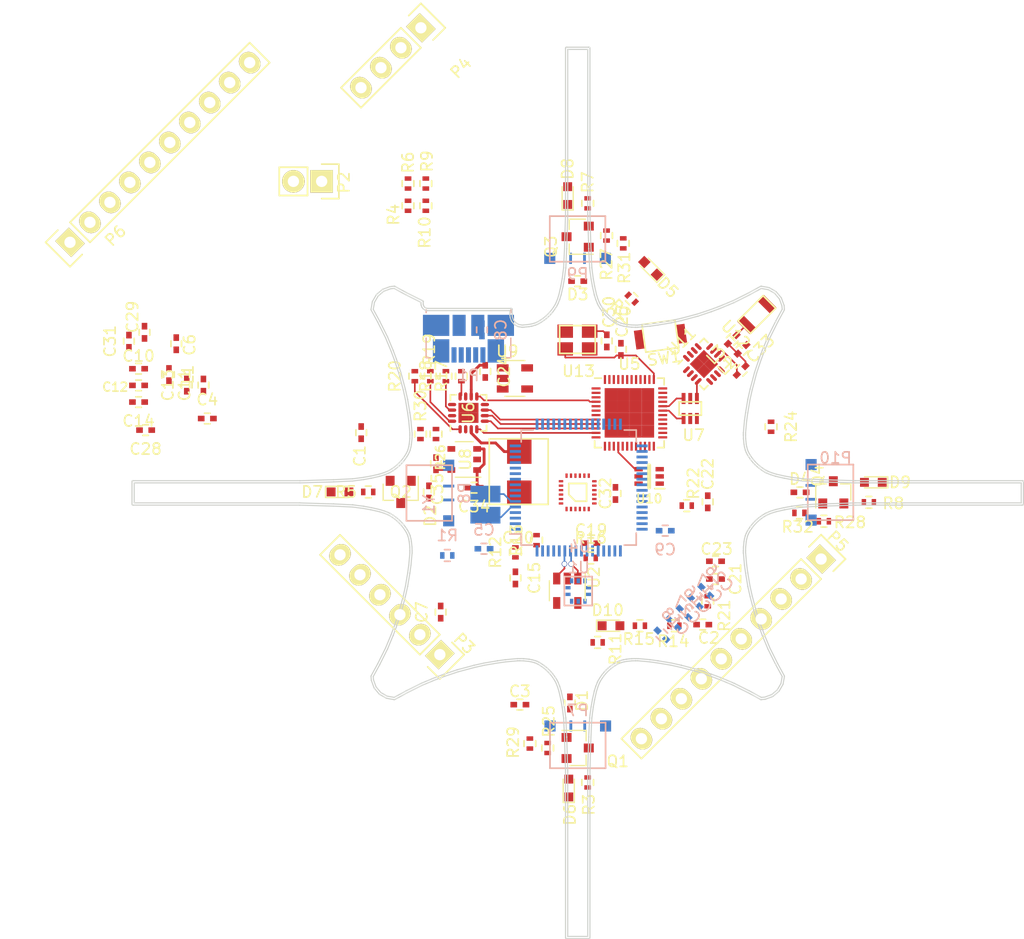
<source format=kicad_pcb>
(kicad_pcb (version 20171130) (host pcbnew 5.0-dev-unknown-9241a39~61~ubuntu16.04.1)
  (layers (0 F.Cu signal) (1 In1.Cu signal) (2 In2.Cu signal) (31 B.Cu signal) (34 B.Paste user) (35 F.Paste user) (36 B.SilkS user) (37 F.SilkS user) (38 B.Mask user) (39 F.Mask user) (44 Edge.Cuts user))
  (net 0 "")
  (net 1 GND)
  (net 2 /MOTOR1)
  (net 3 /MOTOR2)
  (net 4 /MOTOR3)
  (net 5 /MOTOR4)
  (net 6 VCC)
  (net 7 /STM_NRST)
  (net 8 "Net-(C8-Pad1)")
  (net 9 "Net-(C9-Pad1)")
  (net 10 VCCA)
  (net 11 /pm_radio/VUSB)
  (net 12 VCCNRF)
  (net 13 "Net-(C16-Pad2)")
  (net 14 /pm_radio/VBAT_SINK)
  (net 15 /pm_radio/VBAT)
  (net 16 "Net-(C21-Pad1)")
  (net 17 "Net-(C22-Pad1)")
  (net 18 "Net-(C23-Pad1)")
  (net 19 VCOM)
  (net 20 "Net-(C25-Pad1)")
  (net 21 "Net-(C29-Pad1)")
  (net 22 "Net-(C30-Pad1)")
  (net 23 "Net-(C33-Pad1)")
  (net 24 "Net-(C33-Pad2)")
  (net 25 +BATT)
  (net 26 "Net-(D5-Pad2)")
  (net 27 "Net-(D6-Pad1)")
  (net 28 "Net-(D7-Pad1)")
  (net 29 "Net-(D8-Pad1)")
  (net 30 "Net-(D9-Pad1)")
  (net 31 "Net-(D10-Pad2)")
  (net 32 "Net-(L3-Pad1)")
  (net 33 "Net-(P1-Pad2)")
  (net 34 /VUSB)
  (net 35 "Net-(P1-Pad4)")
  (net 36 "Net-(P1-Pad3)")
  (net 37 /STM_SWIO)
  (net 38 /STM_SWCLK)
  (net 39 /NRF_SWCLK)
  (net 40 /NRF_SWIO)
  (net 41 /E_RX1)
  (net 42 /E_TX1)
  (net 43 /E_SDA)
  (net 44 /E_SCL)
  (net 45 /E_CS3)
  (net 46 /E_CS2)
  (net 47 /E_CS1)
  (net 48 /E_CS0)
  (net 49 /E_TX2)
  (net 50 /E_RX2)
  (net 51 /E_SCK)
  (net 52 /E_MISO)
  (net 53 /E_MOSI)
  (net 54 "Net-(D1-Pad2)")
  (net 55 "Net-(D2-Pad2)")
  (net 56 "Net-(D3-Pad2)")
  (net 57 "Net-(D4-Pad2)")
  (net 58 /STM_BOOT0)
  (net 59 /LED_BLUE_L)
  (net 60 /LED_RED_L)
  (net 61 /IMU_SDA)
  (net 62 /LED_GREEN_L)
  (net 63 /IMU_SCL)
  (net 64 /LED_RED_R)
  (net 65 /LED_GREEN_R)
  (net 66 /pm_radio/VEN_D)
  (net 67 /pm_radio/LED_BLUE)
  (net 68 /pm_radio/OW_PU)
  (net 69 /pm_radio/E_OW/WKUP)
  (net 70 "Net-(R17-Pad1)")
  (net 71 "Net-(R18-Pad1)")
  (net 72 /pm_radio/PM_ISET)
  (net 73 "Net-(R20-Pad1)")
  (net 74 "Net-(R21-Pad2)")
  (net 75 /pm_radio/STM_SWIO)
  (net 76 "Net-(R22-Pad2)")
  (net 77 "Net-(R24-Pad1)")
  (net 78 /pm_radio/SWITCH)
  (net 79 /MPU_FSYNC)
  (net 80 "Net-(U1-Pad5)")
  (net 81 "Net-(U1-Pad6)")
  (net 82 "Net-(U3-Pad7)")
  (net 83 "Net-(U3-Pad21)")
  (net 84 /pm_radio/PM_CHG)
  (net 85 /pm_radio/PM_PGOOD)
  (net 86 /pm_radio/PM_EN1)
  (net 87 /pm_radio/PM_EN2)
  (net 88 /pm_radio/PM_CHG_EN)
  (net 89 "Net-(U11-Pad4)")
  (net 90 "Net-(Q1-Pad2)")
  (net 91 "Net-(Q2-Pad2)")
  (net 92 "Net-(Q3-Pad2)")
  (net 93 "Net-(Q4-Pad2)")
  (net 94 GDN)
  (net 95 /STM_STO)
  (net 96 /E_NRF_IO2)
  (net 97 /E_NRF_IO1)
  (net 98 /E_OW/WKUP)
  (net 99 /V_COM_EXP)
  (net 100 /pm_radio/PA_RX_EN)
  (net 101 /MPU_INT)
  (net 102 "Net-(U1-Pad4)")
  (net 103 "Net-(U1-Pad14)")
  (net 104 /NRF_FLOW_CTRL)
  (net 105 "Net-(U1-Pad24)")
  (net 106 "Net-(U1-Pad25)")
  (net 107 "Net-(U1-Pad26)")
  (net 108 "Net-(U1-Pad27)")
  (net 109 "Net-(U1-Pad29)")
  (net 110 "Net-(U1-Pad33)")
  (net 111 "Net-(U1-Pad35)")
  (net 112 /NRF_RX)
  (net 113 /NRF_TX)
  (net 114 "Net-(U1-Pad39)")
  (net 115 "Net-(U1-Pad42)")
  (net 116 /STM_SW0)
  (net 117 "Net-(U3-Pad2)")
  (net 118 "Net-(U3-Pad3)")
  (net 119 "Net-(U3-Pad4)")
  (net 120 "Net-(U3-Pad5)")
  (net 121 "Net-(U3-Pad6)")
  (net 122 "Net-(U3-Pad12)")
  (net 123 "Net-(U3-Pad14)")
  (net 124 "Net-(U3-Pad15)")
  (net 125 "Net-(U3-Pad16)")
  (net 126 "Net-(U3-Pad17)")
  (net 127 "Net-(U3-Pad19)")
  (net 128 "Net-(U4-Pad7)")
  (net 129 "Net-(U5-Pad2)")
  (net 130 /pm_radio/NRF_RX)
  (net 131 /pm_radio/E_NRF_IO2)
  (net 132 /pm_radio/E_NRF_IO1)
  (net 133 /pm_radio/NRF_FLOW_CTRL)
  (net 134 "Net-(U5-Pad21)")
  (net 135 "Net-(U5-Pad22)")
  (net 136 /pm_radio/NRF_SWIO)
  (net 137 /pm_radio/NRF_SWCLK)
  (net 138 "Net-(U5-Pad26)")
  (net 139 /pm_radio/PA_TX_DIS)
  (net 140 /pm_radio/STM_NRST)
  (net 141 /pm_radio/STM_BOOT0)
  (net 142 "Net-(U5-Pad42)")
  (net 143 "Net-(U5-Pad45)")
  (net 144 "Net-(U5-Pad46)")
  (net 145 /pm_radio/STM_SWCLK)
  (net 146 /pm_radio/NRF_TX)
  (net 147 "Net-(U6-Pad11)")
  (net 148 "Net-(U8-Pad4)")
  (net 149 /pm_radio/VCOM_EXP)
  (net 150 "Net-(U11-Pad6)")
  (net 151 "Net-(U11-Pad13)")
  (net 152 "Net-(U7-Pad6)")
  (net 153 /pm_radio/ANT+)
  (net 154 /pm_radio/ANT-)
  (module Capacitors_SMD:C_0402 (layer F.Cu) (at 127.254 82.423 90)
    (fp_text reference C35 (at -2.286 0.127 90) (layer F.SilkS))
    (fp_text value 1u)
    (pad 1 smd rect (at -0.55 0 90) (size 0.6 0.5) (layers F.Cu F.Paste F.Mask) (net 12 VCCNRF))
    (pad 2 smd rect (at 0.55 0 90) (size 0.6 0.5) (layers F.Cu F.Paste F.Mask) (net 1 GND))
  )
  (module Resistors_SMD:R_0402 (layer F.Cu) (at 128.143 74.549 90)
    (fp_text reference R18 (at 0 -1.8 90) (layer F.SilkS))
    (fp_text value 10k)
    (pad 1 smd rect (at -0.45 0 90) (size 0.4 0.6) (layers F.Cu F.Paste F.Mask) (net 71 "Net-(R18-Pad1)"))
    (pad 2 smd rect (at 0.45 0 90) (size 0.4 0.6) (layers F.Cu F.Paste F.Mask) (net 1 GND))
  )
  (module Socket_Strips:Socket_Strip_Straight_1x06 (layer F.Cu) (at 127.6 99.6 135)
    (fp_text reference P3 (at -0.848528 2.262742 135) (layer F.SilkS))
    (fp_text value CONN_01X06)
    (pad 1 thru_hole rect (at 0 0 135) (size 1.7272 2.032) (drill 1.016) (layers *.Cu *.Mask F.SilkS) (net 95 /STM_STO))
    (pad 2 thru_hole oval (at 2.54 0 135) (size 1.7272 2.032) (drill 1.016) (layers *.Cu *.Mask F.SilkS) (net 7 /STM_NRST))
    (pad 3 thru_hole oval (at 5.079999 0 135) (size 1.7272 2.032) (drill 1.016) (layers *.Cu *.Mask F.SilkS) (net 37 /STM_SWIO))
    (pad 4 thru_hole oval (at 7.62 0 135) (size 1.7272 2.032) (drill 1.016) (layers *.Cu *.Mask F.SilkS) (net 1 GND))
    (pad 5 thru_hole oval (at 10.16 0 135) (size 1.7272 2.032) (drill 1.016) (layers *.Cu *.Mask F.SilkS) (net 38 /STM_SWCLK))
    (pad 6 thru_hole oval (at 12.7 0 135) (size 1.7272 2.032) (drill 1.016) (layers *.Cu *.Mask F.SilkS) (net 6 VCC))
  )
  (module Capacitors_SMD:C_0402 (layer F.Cu) (at 120.523 79.629 270)
    (fp_text reference C1 (at 2.1 0.125 270) (layer F.SilkS))
    (fp_text value 100n)
    (pad 1 smd rect (at -0.55 0 270) (size 0.6 0.5) (layers F.Cu F.Paste F.Mask) (net 6 VCC))
    (pad 2 smd rect (at 0.55 0 270) (size 0.6 0.5) (layers F.Cu F.Paste F.Mask) (net 1 GND))
  )
  (module Capacitors_SMD:C_0402 (layer F.Cu) (at 151.25 96.9)
    (fp_text reference C2 (at 0.55 1.2) (layer F.SilkS))
    (fp_text value 100n)
    (pad 1 smd rect (at -0.55 0) (size 0.6 0.5) (layers F.Cu F.Paste F.Mask) (net 6 VCC))
    (pad 2 smd rect (at 0.55 0) (size 0.6 0.5) (layers F.Cu F.Paste F.Mask) (net 1 GND))
  )
  (module Capacitors_SMD:C_0402 (layer F.Cu) (at 134.8 104.1)
    (fp_text reference C3 (at 0 -1.2) (layer F.SilkS))
    (fp_text value 100n)
    (pad 1 smd rect (at -0.55 0) (size 0.6 0.5) (layers F.Cu F.Paste F.Mask) (net 6 VCC))
    (pad 2 smd rect (at 0.55 0) (size 0.6 0.5) (layers F.Cu F.Paste F.Mask) (net 1 GND))
  )
  (module Capacitors_SMD:C_0402 (layer F.Cu) (at 106.68 78.359)
    (fp_text reference C4 (at 0 -1.7) (layer F.SilkS))
    (fp_text value 100n)
    (pad 1 smd rect (at -0.55 0) (size 0.6 0.5) (layers F.Cu F.Paste F.Mask) (net 6 VCC))
    (pad 2 smd rect (at 0.55 0) (size 0.6 0.5) (layers F.Cu F.Paste F.Mask) (net 1 GND))
  )
  (module Capacitors_SMD:C_0402 (layer B.Cu) (at 131.572 90.075 180)
    (fp_text reference C5 (at 0 1.7 180) (layer B.SilkS) (effects (justify mirror)))
    (fp_text value 10n)
    (pad 1 smd rect (at -0.55 0 180) (size 0.6 0.5) (layers B.Cu B.Paste B.Mask) (net 6 VCC))
    (pad 2 smd rect (at 0.55 0 180) (size 0.6 0.5) (layers B.Cu B.Paste B.Mask) (net 1 GND))
  )
  (module Capacitors_SMD:C_0402 (layer F.Cu) (at 103.886 71.628 90)
    (fp_text reference C6 (at -0.1 1.2 90) (layer F.SilkS))
    (fp_text value 1u)
    (pad 1 smd rect (at -0.55 0 90) (size 0.6 0.5) (layers F.Cu F.Paste F.Mask) (net 6 VCC))
    (pad 2 smd rect (at 0.55 0 90) (size 0.6 0.5) (layers F.Cu F.Paste F.Mask) (net 1 GND))
  )
  (module Capacitors_SMD:C_0402 (layer F.Cu) (at 127.675 95.775 90)
    (fp_text reference C7 (at 0 -1.7 90) (layer F.SilkS))
    (fp_text value 100n)
    (pad 1 smd rect (at -0.55 0 90) (size 0.6 0.5) (layers F.Cu F.Paste F.Mask) (net 7 /STM_NRST))
    (pad 2 smd rect (at 0.55 0 90) (size 0.6 0.5) (layers F.Cu F.Paste F.Mask) (net 1 GND))
  )
  (module Capacitors_SMD:C_0402 (layer B.Cu) (at 131.387 70.3809 90)
    (fp_text reference C8 (at 0 1.7 90) (layer B.SilkS) (effects (justify mirror)))
    (fp_text value 4.7u)
    (pad 1 smd rect (at -0.55 0 90) (size 0.6 0.5) (layers B.Cu B.Paste B.Mask) (net 8 "Net-(C8-Pad1)"))
    (pad 2 smd rect (at 0.55 0 90) (size 0.6 0.5) (layers B.Cu B.Paste B.Mask) (net 1 GND))
  )
  (module Capacitors_SMD:C_0402 (layer B.Cu) (at 147.875 88.45)
    (fp_text reference C9 (at 0 1.7) (layer B.SilkS) (effects (justify mirror)))
    (fp_text value 4.7u)
    (pad 1 smd rect (at -0.55 0) (size 0.6 0.5) (layers B.Cu B.Paste B.Mask) (net 9 "Net-(C9-Pad1)"))
    (pad 2 smd rect (at 0.55 0) (size 0.6 0.5) (layers B.Cu B.Paste B.Mask) (net 1 GND))
  )
  (module Capacitors_SMD:C_0402 (layer F.Cu) (at 100.495 73.8779 180)
    (fp_text reference C10 (at 0 1.15 180) (layer F.SilkS))
    (fp_text value 100n)
    (pad 1 smd rect (at -0.55 0 180) (size 0.6 0.5) (layers F.Cu F.Paste F.Mask) (net 10 VCCA))
    (pad 2 smd rect (at 0.55 0 180) (size 0.6 0.5) (layers F.Cu F.Paste F.Mask) (net 1 GND))
  )
  (module Capacitors_SMD:C_0402 (layer F.Cu) (at 106.33 75.352 90)
    (fp_text reference C11 (at 0 -1.7 90) (layer F.SilkS))
    (fp_text value 4.7u)
    (pad 1 smd rect (at -0.55 0 90) (size 0.6 0.5) (layers F.Cu F.Paste F.Mask) (net 10 VCCA))
    (pad 2 smd rect (at 0.55 0 90) (size 0.6 0.5) (layers F.Cu F.Paste F.Mask) (net 1 GND))
  )
  (module Capacitors_SMD:C_0402 (layer F.Cu) (at 100.495 75.3779 180)
    (fp_text reference C12 (at 2.1 -0.15 180) (layer F.SilkS) (effects (font (size 0.8 0.8))))
    (fp_text value 10n)
    (pad 1 smd rect (at -0.55 0 180) (size 0.6 0.5) (layers F.Cu F.Paste F.Mask) (net 10 VCCA))
    (pad 2 smd rect (at 0.55 0 180) (size 0.6 0.5) (layers F.Cu F.Paste F.Mask) (net 1 GND))
  )
  (module Capacitors_SMD:C_0402 (layer F.Cu) (at 104.83 75.352 90)
    (fp_text reference C13 (at 0 -1.7 90) (layer F.SilkS))
    (fp_text value 100n)
    (pad 1 smd rect (at -0.55 0 90) (size 0.6 0.5) (layers F.Cu F.Paste F.Mask) (net 10 VCCA))
    (pad 2 smd rect (at 0.55 0 90) (size 0.6 0.5) (layers F.Cu F.Paste F.Mask) (net 1 GND))
  )
  (module Capacitors_SMD:C_0402 (layer F.Cu) (at 100.495 76.8779 180)
    (fp_text reference C14 (at 0 -1.7 180) (layer F.SilkS))
    (fp_text value 100n)
    (pad 1 smd rect (at -0.55 0 180) (size 0.6 0.5) (layers F.Cu F.Paste F.Mask) (net 10 VCCA))
    (pad 2 smd rect (at 0.55 0 180) (size 0.6 0.5) (layers F.Cu F.Paste F.Mask) (net 1 GND))
  )
  (module Capacitors_SMD:C_0402 (layer F.Cu) (at 134.4 92.7 270)
    (fp_text reference C15 (at 0 -1.7 270) (layer F.SilkS))
    (fp_text value 4.7u)
    (pad 1 smd rect (at -0.55 0 270) (size 0.6 0.5) (layers F.Cu F.Paste F.Mask) (net 11 /pm_radio/VUSB))
    (pad 2 smd rect (at 0.55 0 270) (size 0.6 0.5) (layers F.Cu F.Paste F.Mask) (net 1 GND))
  )
  (module Capacitors_SMD:C_0402 (layer B.Cu) (at 149.575 95.85 135)
    (fp_text reference C16 (at 0 1.7 135) (layer B.SilkS) (effects (justify mirror)))
    (fp_text value 100n)
    (pad 1 smd rect (at -0.55 0 135) (size 0.6 0.5) (layers B.Cu B.Paste B.Mask) (net 12 VCCNRF))
    (pad 2 smd rect (at 0.55 0 135) (size 0.6 0.5) (layers B.Cu B.Paste B.Mask) (net 13 "Net-(C16-Pad2)"))
  )
  (module Capacitors_SMD:C_0402 (layer B.Cu) (at 150.575 94.875 135)
    (fp_text reference C17 (at 0 1.7 135) (layer B.SilkS) (effects (justify mirror)))
    (fp_text value 100n)
    (pad 1 smd rect (at -0.55 0 135) (size 0.6 0.5) (layers B.Cu B.Paste B.Mask) (net 12 VCCNRF))
    (pad 2 smd rect (at 0.55 0 135) (size 0.6 0.5) (layers B.Cu B.Paste B.Mask) (net 13 "Net-(C16-Pad2)"))
  )
  (module Capacitors_SMD:C_0402 (layer B.Cu) (at 147.575 97.825 135)
    (fp_text reference C18 (at 0 1.7 135) (layer B.SilkS) (effects (justify mirror)))
    (fp_text value 100n)
    (pad 1 smd rect (at -0.55 0 135) (size 0.6 0.5) (layers B.Cu B.Paste B.Mask) (net 12 VCCNRF))
    (pad 2 smd rect (at 0.55 0 135) (size 0.6 0.5) (layers B.Cu B.Paste B.Mask) (net 13 "Net-(C16-Pad2)"))
  )
  (module Capacitors_SMD:C_0402 (layer F.Cu) (at 141.175 89.575)
    (fp_text reference C19 (at 0.025 -1.175) (layer F.SilkS))
    (fp_text value 100n)
    (pad 1 smd rect (at -0.55 0) (size 0.6 0.5) (layers F.Cu F.Paste F.Mask) (net 14 /pm_radio/VBAT_SINK))
    (pad 2 smd rect (at 0.55 0) (size 0.6 0.5) (layers F.Cu F.Paste F.Mask) (net 15 /pm_radio/VBAT))
  )
  (module Capacitors_SMD:C_0402 (layer F.Cu) (at 152.4 92.8)
    (fp_text reference C21 (at 1.8 0 90) (layer F.SilkS))
    (fp_text value 47n)
    (pad 1 smd rect (at -0.55 0) (size 0.6 0.5) (layers F.Cu F.Paste F.Mask) (net 16 "Net-(C21-Pad1)"))
    (pad 2 smd rect (at 0.55 0) (size 0.6 0.5) (layers F.Cu F.Paste F.Mask) (net 1 GND))
  )
  (module Capacitors_SMD:C_0402 (layer F.Cu) (at 151.7015 85.852 90)
    (fp_text reference C22 (at 2.5 0 90) (layer F.SilkS))
    (fp_text value 100n)
    (pad 1 smd rect (at -0.55 0 90) (size 0.6 0.5) (layers F.Cu F.Paste F.Mask) (net 17 "Net-(C22-Pad1)"))
    (pad 2 smd rect (at 0.55 0 90) (size 0.6 0.5) (layers F.Cu F.Paste F.Mask) (net 1 GND))
  )
  (module Capacitors_SMD:C_0402 (layer F.Cu) (at 152.4 91.2)
    (fp_text reference C23 (at 0.1 -1.1) (layer F.SilkS))
    (fp_text value 2.2n)
    (pad 1 smd rect (at -0.55 0) (size 0.6 0.5) (layers F.Cu F.Paste F.Mask) (net 18 "Net-(C23-Pad1)"))
    (pad 2 smd rect (at 0.55 0) (size 0.6 0.5) (layers F.Cu F.Paste F.Mask) (net 1 GND))
  )
  (module Capacitors_SMD:C_0402 (layer F.Cu) (at 131.68638 74.116528 270)
    (fp_text reference C24 (at 0 -1.7 270) (layer F.SilkS))
    (fp_text value 1u)
    (pad 1 smd rect (at -0.55 0 270) (size 0.6 0.5) (layers F.Cu F.Paste F.Mask) (net 19 VCOM))
    (pad 2 smd rect (at 0.55 0 270) (size 0.6 0.5) (layers F.Cu F.Paste F.Mask) (net 1 GND))
  )
  (module Capacitors_SMD:C_0402 (layer F.Cu) (at 143.891 72.136 90)
    (fp_text reference C25 (at 2.5 0.1 90) (layer F.SilkS))
    (fp_text value 12p)
    (pad 1 smd rect (at -0.55 0 90) (size 0.6 0.5) (layers F.Cu F.Paste F.Mask) (net 20 "Net-(C25-Pad1)"))
    (pad 2 smd rect (at 0.55 0 90) (size 0.6 0.5) (layers F.Cu F.Paste F.Mask) (net 1 GND))
  )
  (module Capacitors_SMD:C_0402 (layer B.Cu) (at 151.525 93.9 135)
    (fp_text reference C26 (at 0 1.7 135) (layer B.SilkS) (effects (justify mirror)))
    (fp_text value 4.7u)
    (pad 1 smd rect (at -0.55 0 135) (size 0.6 0.5) (layers B.Cu B.Paste B.Mask) (net 12 VCCNRF))
    (pad 2 smd rect (at 0.55 0 135) (size 0.6 0.5) (layers B.Cu B.Paste B.Mask) (net 1 GND))
  )
  (module Capacitors_SMD:C_0402 (layer B.Cu) (at 148.6 96.8 135)
    (fp_text reference C27 (at 0 1.7 135) (layer B.SilkS) (effects (justify mirror)))
    (fp_text value 10n)
    (pad 1 smd rect (at -0.55 0 135) (size 0.6 0.5) (layers B.Cu B.Paste B.Mask) (net 12 VCCNRF))
    (pad 2 smd rect (at 0.55 0 135) (size 0.6 0.5) (layers B.Cu B.Paste B.Mask) (net 1 GND))
  )
  (module Capacitors_SMD:C_0402 (layer F.Cu) (at 101.13 79.402 180)
    (fp_text reference C28 (at 0 -1.7 180) (layer F.SilkS))
    (fp_text value 220p)
    (pad 1 smd rect (at -0.55 0 180) (size 0.6 0.5) (layers F.Cu F.Paste F.Mask) (net 12 VCCNRF))
    (pad 2 smd rect (at 0.55 0 180) (size 0.6 0.5) (layers F.Cu F.Paste F.Mask) (net 1 GND))
  )
  (module Capacitors_SMD:C_0402 (layer F.Cu) (at 101.03 70.602 90)
    (fp_text reference C29 (at 1.387 -1.081 90) (layer F.SilkS))
    (fp_text value 10n)
    (pad 1 smd rect (at -0.55 0 90) (size 0.6 0.5) (layers F.Cu F.Paste F.Mask) (net 21 "Net-(C29-Pad1)"))
    (pad 2 smd rect (at 0.55 0 90) (size 0.6 0.5) (layers F.Cu F.Paste F.Mask) (net 1 GND))
  )
  (module Capacitors_SMD:C_0402 (layer F.Cu) (at 142.621 71.374 270)
    (fp_text reference C30 (at -2.6 -0.2 270) (layer F.SilkS))
    (fp_text value 12p)
    (pad 1 smd rect (at -0.55 0 270) (size 0.6 0.5) (layers F.Cu F.Paste F.Mask) (net 22 "Net-(C30-Pad1)"))
    (pad 2 smd rect (at 0.55 0 270) (size 0.6 0.5) (layers F.Cu F.Paste F.Mask) (net 1 GND))
  )
  (module Capacitors_SMD:C_0402 (layer F.Cu) (at 99.63 71.402 90)
    (fp_text reference C31 (at 0 -1.7 90) (layer F.SilkS))
    (fp_text value 4.7u)
    (pad 1 smd rect (at -0.55 0 90) (size 0.6 0.5) (layers F.Cu F.Paste F.Mask) (net 6 VCC))
    (pad 2 smd rect (at 0.55 0 90) (size 0.6 0.5) (layers F.Cu F.Paste F.Mask) (net 1 GND))
  )
  (module Capacitors_SMD:C_0402 (layer F.Cu) (at 143.4 85.1 90)
    (fp_text reference C32 (at 0 -0.9 90) (layer F.SilkS))
    (fp_text value 4.7u)
    (pad 1 smd rect (at -0.55 0 90) (size 0.6 0.5) (layers F.Cu F.Paste F.Mask) (net 10 VCCA))
    (pad 2 smd rect (at 0.55 0 90) (size 0.6 0.5) (layers F.Cu F.Paste F.Mask) (net 1 GND))
  )
  (module Capacitors_SMD:C_0402 (layer F.Cu) (at 154.706609 74.033091 225)
    (fp_text reference C33 (at -2.6 0.15 225) (layer F.SilkS))
    (fp_text value 2.2p)
    (pad 1 smd rect (at -0.55 0 225) (size 0.6 0.5) (layers F.Cu F.Paste F.Mask) (net 23 "Net-(C33-Pad1)"))
    (pad 2 smd rect (at 0.55 0 225) (size 0.6 0.5) (layers F.Cu F.Paste F.Mask) (net 24 "Net-(C33-Pad2)"))
  )
  (module Capacitors_SMD:C_0402 (layer F.Cu) (at 130.683 84.582 180)
    (fp_text reference C34 (at 0 -1.7 180) (layer F.SilkS))
    (fp_text value 4.7u)
    (pad 1 smd rect (at -0.55 0 180) (size 0.6 0.5) (layers F.Cu F.Paste F.Mask) (net 19 VCOM))
    (pad 2 smd rect (at 0.55 0 180) (size 0.6 0.5) (layers F.Cu F.Paste F.Mask) (net 1 GND))
  )
  (module LEDs:LED_0603 (layer F.Cu) (at 146.558 64.8462 135)
    (fp_text reference D5 (at -2.315775 -0.123744 135) (layer F.SilkS))
    (fp_text value LED)
    (pad 2 smd rect (at 0.799999 0 315) (size 0.8 0.8) (layers F.Cu F.Paste F.Mask) (net 26 "Net-(D5-Pad2)"))
    (pad 1 smd rect (at -0.799999 0 315) (size 0.8 0.8) (layers F.Cu F.Paste F.Mask) (net 94 GDN))
  )
  (module LEDs:LED_0603 (layer F.Cu) (at 139.2 111.6 90)
    (fp_text reference D6 (at -2.4 0.1 90) (layer F.SilkS))
    (fp_text value LED)
    (pad 2 smd rect (at 0.8 0 270) (size 0.8 0.8) (layers F.Cu F.Paste F.Mask) (net 6 VCC))
    (pad 1 smd rect (at -0.8 0 270) (size 0.8 0.8) (layers F.Cu F.Paste F.Mask) (net 27 "Net-(D6-Pad1)"))
  )
  (module LEDs:LED_0603 (layer F.Cu) (at 118.618 84.963)
    (fp_text reference D7 (at -2.5 0) (layer F.SilkS))
    (fp_text value LED)
    (pad 2 smd rect (at 0.8 0 180) (size 0.8 0.8) (layers F.Cu F.Paste F.Mask) (net 6 VCC))
    (pad 1 smd rect (at -0.8 0 180) (size 0.8 0.8) (layers F.Cu F.Paste F.Mask) (net 28 "Net-(D7-Pad1)"))
  )
  (module LEDs:LED_0603 (layer F.Cu) (at 139.1 58.3 90)
    (fp_text reference D8 (at 2.4 0 90) (layer F.SilkS))
    (fp_text value LED)
    (pad 2 smd rect (at 0.8 0 270) (size 0.8 0.8) (layers F.Cu F.Paste F.Mask) (net 6 VCC))
    (pad 1 smd rect (at -0.8 0 270) (size 0.8 0.8) (layers F.Cu F.Paste F.Mask) (net 29 "Net-(D8-Pad1)"))
  )
  (module LEDs:LED_0603 (layer F.Cu) (at 166.6 84.1 180)
    (fp_text reference D9 (at -2.4 0 180) (layer F.SilkS))
    (fp_text value LED)
    (pad 2 smd rect (at 0.8 0) (size 0.8 0.8) (layers F.Cu F.Paste F.Mask) (net 6 VCC))
    (pad 1 smd rect (at -0.8 0) (size 0.8 0.8) (layers F.Cu F.Paste F.Mask) (net 30 "Net-(D9-Pad1)"))
  )
  (module LEDs:LED_0603 (layer F.Cu) (at 143 97)
    (fp_text reference D10 (at -0.3 -1.4) (layer F.SilkS))
    (fp_text value LED)
    (pad 2 smd rect (at 0.8 0 180) (size 0.8 0.8) (layers F.Cu F.Paste F.Mask) (net 31 "Net-(D10-Pad2)"))
    (pad 1 smd rect (at -0.8 0 180) (size 0.8 0.8) (layers F.Cu F.Paste F.Mask) (net 1 GND))
  )
  (module Socket_Strips:Socket_Strip_Straight_1x02 (layer F.Cu) (at 116.967 57.023 180)
    (fp_text reference P2 (at -2 -0.1 270) (layer F.SilkS))
    (fp_text value CONN_BAT)
    (pad 1 thru_hole rect (at 0 0 180) (size 2.032 2.032) (drill 1.016) (layers *.Cu *.Mask F.SilkS) (net 25 +BATT))
    (pad 2 thru_hole oval (at 2.54 0 180) (size 2.032 2.032) (drill 1.016) (layers *.Cu *.Mask F.SilkS) (net 1 GND))
  )
  (module Socket_Strips:Socket_Strip_Straight_1x04 (layer F.Cu) (at 125.8951 43.2054 225)
    (fp_text reference P4 (at 0 -5.1 225) (layer F.SilkS))
    (fp_text value CONN_01X04)
    (pad 1 thru_hole rect (at 0 0 225) (size 1.7272 2.032) (drill 1.016) (layers *.Cu *.Mask F.SilkS) (net 39 /NRF_SWCLK))
    (pad 2 thru_hole oval (at 2.54 0 225) (size 1.7272 2.032) (drill 1.016) (layers *.Cu *.Mask F.SilkS) (net 12 VCCNRF))
    (pad 3 thru_hole oval (at 5.079999 0 225) (size 1.7272 2.032) (drill 1.016) (layers *.Cu *.Mask F.SilkS) (net 1 GND))
    (pad 4 thru_hole oval (at 7.62 0 225) (size 1.7272 2.032) (drill 1.016) (layers *.Cu *.Mask F.SilkS) (net 40 /NRF_SWIO))
  )
  (module Socket_Strips:Socket_Strip_Straight_1x10 (layer F.Cu) (at 161.9 91 225)
    (fp_text reference P5 (at -2.192031 0.070711 315) (layer F.SilkS))
    (fp_text value CONN_01X10)
    (pad 1 thru_hole rect (at 0 0 225) (size 1.7272 2.032) (drill 1.016) (layers *.Cu *.Mask F.SilkS) (net 6 VCC))
    (pad 2 thru_hole oval (at 2.54 0 225) (size 1.7272 2.032) (drill 1.016) (layers *.Cu *.Mask F.SilkS) (net 41 /E_RX1))
    (pad 3 thru_hole oval (at 5.079999 0 225) (size 1.7272 2.032) (drill 1.016) (layers *.Cu *.Mask F.SilkS) (net 42 /E_TX1))
    (pad 4 thru_hole oval (at 7.62 0 225) (size 1.7272 2.032) (drill 1.016) (layers *.Cu *.Mask F.SilkS) (net 43 /E_SDA))
    (pad 5 thru_hole oval (at 10.16 0 225) (size 1.7272 2.032) (drill 1.016) (layers *.Cu *.Mask F.SilkS) (net 44 /E_SCL))
    (pad 6 thru_hole oval (at 12.7 0 225) (size 1.7272 2.032) (drill 1.016) (layers *.Cu *.Mask F.SilkS) (net 45 /E_CS3))
    (pad 7 thru_hole oval (at 15.24 0 225) (size 1.7272 2.032) (drill 1.016) (layers *.Cu *.Mask F.SilkS) (net 46 /E_CS2))
    (pad 8 thru_hole oval (at 17.780001 0 225) (size 1.7272 2.032) (drill 1.016) (layers *.Cu *.Mask F.SilkS) (net 47 /E_CS1))
    (pad 9 thru_hole oval (at 20.32 0 225) (size 1.7272 2.032) (drill 1.016) (layers *.Cu *.Mask F.SilkS) (net 48 /E_CS0))
    (pad 10 thru_hole oval (at 22.86 0 225) (size 1.7272 2.032) (drill 1.016) (layers *.Cu *.Mask F.SilkS) (net 1 GND))
  )
  (module Socket_Strips:Socket_Strip_Straight_1x10 (layer F.Cu) (at 94.326895 62.505405 45)
    (fp_text reference P6 (at 3.323402 2.474874 45) (layer F.SilkS))
    (fp_text value CONN_01X10)
    (pad 1 thru_hole rect (at 0 0 45) (size 1.7272 2.032) (drill 1.016) (layers *.Cu *.Mask F.SilkS) (net 49 /E_TX2))
    (pad 2 thru_hole oval (at 2.54 0 45) (size 1.7272 2.032) (drill 1.016) (layers *.Cu *.Mask F.SilkS) (net 50 /E_RX2))
    (pad 3 thru_hole oval (at 5.079999 0 45) (size 1.7272 2.032) (drill 1.016) (layers *.Cu *.Mask F.SilkS) (net 51 /E_SCK))
    (pad 4 thru_hole oval (at 7.62 0 45) (size 1.7272 2.032) (drill 1.016) (layers *.Cu *.Mask F.SilkS) (net 52 /E_MISO))
    (pad 5 thru_hole oval (at 10.16 0 45) (size 1.7272 2.032) (drill 1.016) (layers *.Cu *.Mask F.SilkS) (net 53 /E_MOSI))
    (pad 6 thru_hole oval (at 12.7 0 45) (size 1.7272 2.032) (drill 1.016) (layers *.Cu *.Mask F.SilkS) (net 96 /E_NRF_IO2))
    (pad 7 thru_hole oval (at 15.24 0 45) (size 1.7272 2.032) (drill 1.016) (layers *.Cu *.Mask F.SilkS) (net 97 /E_NRF_IO1))
    (pad 8 thru_hole oval (at 17.780001 0 45) (size 1.7272 2.032) (drill 1.016) (layers *.Cu *.Mask F.SilkS) (net 98 /E_OW/WKUP))
    (pad 9 thru_hole oval (at 20.32 0 45) (size 1.7272 2.032) (drill 1.016) (layers *.Cu *.Mask F.SilkS) (net 99 /V_COM_EXP))
    (pad 10 thru_hole oval (at 22.86 0 45) (size 1.7272 2.032) (drill 1.016) (layers *.Cu *.Mask F.SilkS) (net 34 /VUSB))
  )
  (module TO_SOT_Packages_SMD:SOT-23 (layer F.Cu) (at 140 108)
    (fp_text reference Q1 (at 3.6 1.2) (layer F.SilkS))
    (fp_text value PMV30UN2)
    (pad 1 smd rect (at -1 -0.95) (size 0.9 0.8) (layers F.Cu F.Paste F.Mask) (net 1 GND))
    (pad 2 smd rect (at -1 0.95) (size 0.9 0.8) (layers F.Cu F.Paste F.Mask) (net 90 "Net-(Q1-Pad2)"))
    (pad 3 smd rect (at 1 0) (size 0.9 0.8) (layers F.Cu F.Paste F.Mask) (net 54 "Net-(D1-Pad2)"))
  )
  (module TO_SOT_Packages_SMD:SOT-23 (layer F.Cu) (at 124.079 84.963 270)
    (fp_text reference Q2 (at 0 0) (layer F.SilkS))
    (fp_text value PMV30UN2)
    (pad 1 smd rect (at -1 -0.95 270) (size 0.9 0.8) (layers F.Cu F.Paste F.Mask) (net 1 GND))
    (pad 2 smd rect (at -1 0.95 270) (size 0.9 0.8) (layers F.Cu F.Paste F.Mask) (net 91 "Net-(Q2-Pad2)"))
    (pad 3 smd rect (at 1 0 270) (size 0.9 0.8) (layers F.Cu F.Paste F.Mask) (net 55 "Net-(D2-Pad2)"))
  )
  (module TO_SOT_Packages_SMD:SOT-23 (layer F.Cu) (at 140 62 180)
    (fp_text reference Q3 (at 2.4 -0.9 270) (layer F.SilkS))
    (fp_text value PMV30UN2)
    (pad 1 smd rect (at -1 -0.95 180) (size 0.9 0.8) (layers F.Cu F.Paste F.Mask) (net 1 GND))
    (pad 2 smd rect (at -1 0.95 180) (size 0.9 0.8) (layers F.Cu F.Paste F.Mask) (net 92 "Net-(Q3-Pad2)"))
    (pad 3 smd rect (at 1 0 180) (size 0.9 0.8) (layers F.Cu F.Paste F.Mask) (net 56 "Net-(D3-Pad2)"))
  )
  (module TO_SOT_Packages_SMD:SOT-23 (layer F.Cu) (at 163 85 90)
    (fp_text reference Q4 (at 1.5 -1.4 90) (layer F.SilkS))
    (fp_text value PMV30UN2)
    (pad 1 smd rect (at -1 -0.95 90) (size 0.9 0.8) (layers F.Cu F.Paste F.Mask) (net 1 GND))
    (pad 2 smd rect (at -1 0.95 90) (size 0.9 0.8) (layers F.Cu F.Paste F.Mask) (net 93 "Net-(Q4-Pad2)"))
    (pad 3 smd rect (at 1 0 90) (size 0.9 0.8) (layers F.Cu F.Paste F.Mask) (net 57 "Net-(D4-Pad2)"))
  )
  (module Resistors_SMD:R_0402 (layer B.Cu) (at 128.27 90.678 180)
    (fp_text reference R1 (at 0 1.8 180) (layer B.SilkS) (effects (justify mirror)))
    (fp_text value 10k)
    (pad 1 smd rect (at -0.45 0 180) (size 0.4 0.6) (layers B.Cu B.Paste B.Mask) (net 58 /STM_BOOT0))
    (pad 2 smd rect (at 0.45 0 180) (size 0.4 0.6) (layers B.Cu B.Paste B.Mask) (net 1 GND))
  )
  (module Resistors_SMD:R_0402 (layer F.Cu) (at 144.855502 67.576002 135)
    (fp_text reference R2 (at 0.017678 -1.396536 135) (layer F.SilkS))
    (fp_text value 47)
    (pad 1 smd rect (at -0.45 0 135) (size 0.4 0.6) (layers F.Cu F.Paste F.Mask) (net 59 /LED_BLUE_L))
    (pad 2 smd rect (at 0.45 0 135) (size 0.4 0.6) (layers F.Cu F.Paste F.Mask) (net 26 "Net-(D5-Pad2)"))
  )
  (module Resistors_SMD:R_0402 (layer F.Cu) (at 140.9 111.1 270)
    (fp_text reference R3 (at 2 -0.1 270) (layer F.SilkS))
    (fp_text value 100)
    (pad 1 smd rect (at -0.45 0 270) (size 0.4 0.6) (layers F.Cu F.Paste F.Mask) (net 60 /LED_RED_L))
    (pad 2 smd rect (at 0.45 0 270) (size 0.4 0.6) (layers F.Cu F.Paste F.Mask) (net 27 "Net-(D6-Pad1)"))
  )
  (module Resistors_SMD:R_0402 (layer F.Cu) (at 124.7384 59.2185 270)
    (fp_text reference R4 (at 0.8 1.3 270) (layer F.SilkS))
    (fp_text value 2.2k)
    (pad 1 smd rect (at -0.45 0 270) (size 0.4 0.6) (layers F.Cu F.Paste F.Mask) (net 6 VCC))
    (pad 2 smd rect (at 0.45 0 270) (size 0.4 0.6) (layers F.Cu F.Paste F.Mask) (net 61 /IMU_SDA))
  )
  (module Resistors_SMD:R_0402 (layer F.Cu) (at 121.158 84.963)
    (fp_text reference R5 (at -2 0) (layer F.SilkS))
    (fp_text value 47)
    (pad 1 smd rect (at -0.45 0) (size 0.4 0.6) (layers F.Cu F.Paste F.Mask) (net 28 "Net-(D7-Pad1)"))
    (pad 2 smd rect (at 0.45 0) (size 0.4 0.6) (layers F.Cu F.Paste F.Mask) (net 62 /LED_GREEN_L))
  )
  (module Resistors_SMD:R_0402 (layer F.Cu) (at 124.7384 57.2185 90)
    (fp_text reference R6 (at 1.9 0 90) (layer F.SilkS))
    (fp_text value 2.2k)
    (pad 1 smd rect (at -0.45 0 90) (size 0.4 0.6) (layers F.Cu F.Paste F.Mask) (net 6 VCC))
    (pad 2 smd rect (at 0.45 0 90) (size 0.4 0.6) (layers F.Cu F.Paste F.Mask) (net 63 /IMU_SCL))
  )
  (module Resistors_SMD:R_0402 (layer F.Cu) (at 140.9 59 270)
    (fp_text reference R7 (at -1.9 0 270) (layer F.SilkS))
    (fp_text value 100)
    (pad 1 smd rect (at -0.45 0 270) (size 0.4 0.6) (layers F.Cu F.Paste F.Mask) (net 29 "Net-(D8-Pad1)"))
    (pad 2 smd rect (at 0.45 0 270) (size 0.4 0.6) (layers F.Cu F.Paste F.Mask) (net 64 /LED_RED_R))
  )
  (module Resistors_SMD:R_0402 (layer F.Cu) (at 166.2 85.9 180)
    (fp_text reference R8 (at -2.2 -0.1 180) (layer F.SilkS))
    (fp_text value 47)
    (pad 1 smd rect (at -0.45 0 180) (size 0.4 0.6) (layers F.Cu F.Paste F.Mask) (net 30 "Net-(D9-Pad1)"))
    (pad 2 smd rect (at 0.45 0 180) (size 0.4 0.6) (layers F.Cu F.Paste F.Mask) (net 65 /LED_GREEN_R))
  )
  (module Resistors_SMD:R_0402 (layer F.Cu) (at 126.3384 57.2185 90)
    (fp_text reference R9 (at 2 0.1 90) (layer F.SilkS))
    (fp_text value 2.2k)
    (pad 1 smd rect (at -0.45 0 90) (size 0.4 0.6) (layers F.Cu F.Paste F.Mask) (net 6 VCC))
    (pad 2 smd rect (at 0.45 0 90) (size 0.4 0.6) (layers F.Cu F.Paste F.Mask) (net 44 /E_SCL))
  )
  (module Resistors_SMD:R_0402 (layer F.Cu) (at 126.3384 59.2185 270)
    (fp_text reference R10 (at 2.4 0.1 270) (layer F.SilkS))
    (fp_text value 2.2k)
    (pad 1 smd rect (at -0.45 0 270) (size 0.4 0.6) (layers F.Cu F.Paste F.Mask) (net 6 VCC))
    (pad 2 smd rect (at 0.45 0 270) (size 0.4 0.6) (layers F.Cu F.Paste F.Mask) (net 43 /E_SDA))
  )
  (module Resistors_SMD:R_0402 (layer F.Cu) (at 141.8 98.5)
    (fp_text reference R11 (at 1.6 0.6 90) (layer F.SilkS))
    (fp_text value 200k)
    (pad 1 smd rect (at -0.45 0) (size 0.4 0.6) (layers F.Cu F.Paste F.Mask) (net 15 /pm_radio/VBAT))
    (pad 2 smd rect (at 0.45 0) (size 0.4 0.6) (layers F.Cu F.Paste F.Mask) (net 25 +BATT))
  )
  (module Resistors_SMD:R_0402 (layer F.Cu) (at 134.4 90.4 90)
    (fp_text reference R12 (at 0 -1.8 90) (layer F.SilkS))
    (fp_text value 10k)
    (pad 1 smd rect (at -0.45 0 90) (size 0.4 0.6) (layers F.Cu F.Paste F.Mask) (net 11 /pm_radio/VUSB))
    (pad 2 smd rect (at 0.45 0 90) (size 0.4 0.6) (layers F.Cu F.Paste F.Mask) (net 66 /pm_radio/VEN_D))
  )
  (module Resistors_SMD:R_0402 (layer F.Cu) (at 136.3 89.3 90)
    (fp_text reference R13 (at 0 -1.8 90) (layer F.SilkS))
    (fp_text value 10k)
    (pad 1 smd rect (at -0.45 0 90) (size 0.4 0.6) (layers F.Cu F.Paste F.Mask) (net 66 /pm_radio/VEN_D))
    (pad 2 smd rect (at 0.45 0 90) (size 0.4 0.6) (layers F.Cu F.Paste F.Mask) (net 1 GND))
  )
  (module Resistors_SMD:R_0402 (layer F.Cu) (at 148.7 97 180)
    (fp_text reference R14 (at 0.1 -1.4 180) (layer F.SilkS))
    (fp_text value 47)
    (pad 1 smd rect (at -0.45 0 180) (size 0.4 0.6) (layers F.Cu F.Paste F.Mask) (net 31 "Net-(D10-Pad2)"))
    (pad 2 smd rect (at 0.45 0 180) (size 0.4 0.6) (layers F.Cu F.Paste F.Mask) (net 67 /pm_radio/LED_BLUE))
  )
  (module Resistors_SMD:R_0402 (layer F.Cu) (at 145.6 97 180)
    (fp_text reference R15 (at 0.1 -1.2 180) (layer F.SilkS))
    (fp_text value 1k)
    (pad 1 smd rect (at -0.45 0 180) (size 0.4 0.6) (layers F.Cu F.Paste F.Mask) (net 68 /pm_radio/OW_PU))
    (pad 2 smd rect (at 0.45 0 180) (size 0.4 0.6) (layers F.Cu F.Paste F.Mask) (net 69 /pm_radio/E_OW/WKUP))
  )
  (module Resistors_SMD:R_0402 (layer F.Cu) (at 141.175 90.9)
    (fp_text reference R16 (at 0 -1.8) (layer F.SilkS))
    (fp_text value 100k)
    (pad 1 smd rect (at -0.45 0) (size 0.4 0.6) (layers F.Cu F.Paste F.Mask) (net 14 /pm_radio/VBAT_SINK))
    (pad 2 smd rect (at 0.45 0) (size 0.4 0.6) (layers F.Cu F.Paste F.Mask) (net 15 /pm_radio/VBAT))
  )
  (module Resistors_SMD:R_0402 (layer F.Cu) (at 129.54 74.549 90)
    (fp_text reference R17 (at 0 -1.8 90) (layer F.SilkS))
    (fp_text value 1k)
    (pad 1 smd rect (at -0.45 0 90) (size 0.4 0.6) (layers F.Cu F.Paste F.Mask) (net 70 "Net-(R17-Pad1)"))
    (pad 2 smd rect (at 0.45 0 90) (size 0.4 0.6) (layers F.Cu F.Paste F.Mask) (net 1 GND))
  )
  (module Resistors_SMD:R_0402 (layer F.Cu) (at 126.746 74.549 90)
    (fp_text reference R19 (at 2.4 -0.1 90) (layer F.SilkS))
    (fp_text value 1k)
    (pad 1 smd rect (at -0.45 0 90) (size 0.4 0.6) (layers F.Cu F.Paste F.Mask) (net 72 /pm_radio/PM_ISET))
    (pad 2 smd rect (at 0.45 0 90) (size 0.4 0.6) (layers F.Cu F.Paste F.Mask) (net 1 GND))
  )
  (module Resistors_SMD:R_0402 (layer F.Cu) (at 125.349 74.549 90)
    (fp_text reference R20 (at 0 -1.8 90) (layer F.SilkS))
    (fp_text value 10k)
    (pad 1 smd rect (at -0.45 0 90) (size 0.4 0.6) (layers F.Cu F.Paste F.Mask) (net 73 "Net-(R20-Pad1)"))
    (pad 2 smd rect (at 0.45 0 90) (size 0.4 0.6) (layers F.Cu F.Paste F.Mask) (net 1 GND))
  )
  (module Resistors_SMD:R_0402 (layer F.Cu) (at 151.7 94.8 90)
    (fp_text reference R21 (at -1.3 1.5 90) (layer F.SilkS))
    (fp_text value 1k)
    (pad 1 smd rect (at -0.45 0 90) (size 0.4 0.6) (layers F.Cu F.Paste F.Mask) (net 100 /pm_radio/PA_RX_EN))
    (pad 2 smd rect (at 0.45 0 90) (size 0.4 0.6) (layers F.Cu F.Paste F.Mask) (net 74 "Net-(R21-Pad2)"))
  )
  (module Resistors_SMD:R_0402 (layer F.Cu) (at 149.8147 86.1949 180)
    (fp_text reference R22 (at -0.6 2 270) (layer F.SilkS))
    (fp_text value 1k)
    (pad 1 smd rect (at -0.45 0 180) (size 0.4 0.6) (layers F.Cu F.Paste F.Mask) (net 75 /pm_radio/STM_SWIO))
    (pad 2 smd rect (at 0.45 0 180) (size 0.4 0.6) (layers F.Cu F.Paste F.Mask) (net 76 "Net-(R22-Pad2)"))
  )
  (module Resistors_SMD:R_0402 (layer F.Cu) (at 157.4 79.1 270)
    (fp_text reference R24 (at 0 -1.8 270) (layer F.SilkS))
    (fp_text value 1k)
    (pad 1 smd rect (at -0.45 0 270) (size 0.4 0.6) (layers F.Cu F.Paste F.Mask) (net 77 "Net-(R24-Pad1)"))
    (pad 2 smd rect (at 0.45 0 270) (size 0.4 0.6) (layers F.Cu F.Paste F.Mask) (net 18 "Net-(C23-Pad1)"))
  )
  (module TO_SOT_Packages_SMD:SOT-23-5 (layer F.Cu) (at 139.065 93.853 270)
    (fp_text reference U2 (at -1.2 -2.4 270) (layer F.SilkS))
    (fp_text value 24AA64FT-E/OT)
    (pad 1 smd rect (at -1.1 -0.95 270) (size 1.06 0.65) (layers F.Cu F.Paste F.Mask) (net 44 /E_SCL))
    (pad 2 smd rect (at -1.1 0 270) (size 1.06 0.65) (layers F.Cu F.Paste F.Mask) (net 1 GND))
    (pad 3 smd rect (at -1.1 0.95 270) (size 1.06 0.65) (layers F.Cu F.Paste F.Mask) (net 43 /E_SDA))
    (pad 4 smd rect (at 1.1 0.95 270) (size 1.06 0.65) (layers F.Cu F.Paste F.Mask) (net 6 VCC))
    (pad 5 smd rect (at 1.1 -0.95 270) (size 1.06 0.65) (layers F.Cu F.Paste F.Mask) (net 1 GND))
  )
  (module MPU9250:mpu9250 (layer F.Cu) (at 140 85 90)
    (fp_text reference U3)
    (fp_text value MPU9250)
    (pad 1 smd rect (at -1.5 -1 90) (size 0.4 0.2) (layers F.Cu F.Paste F.Mask) (net 10 VCCA))
    (pad 2 smd rect (at -1.5 -0.6 90) (size 0.4 0.2) (layers F.Cu F.Paste F.Mask) (net 117 "Net-(U3-Pad2)"))
    (pad 3 smd rect (at -1.5 -0.2 90) (size 0.4 0.2) (layers F.Cu F.Paste F.Mask) (net 118 "Net-(U3-Pad3)"))
    (pad 4 smd rect (at -1.5 0.2 90) (size 0.4 0.2) (layers F.Cu F.Paste F.Mask) (net 119 "Net-(U3-Pad4)"))
    (pad 5 smd rect (at -1.5 0.6 90) (size 0.4 0.2) (layers F.Cu F.Paste F.Mask) (net 120 "Net-(U3-Pad5)"))
    (pad 6 smd rect (at -1.5 1 90) (size 0.4 0.2) (layers F.Cu F.Paste F.Mask) (net 121 "Net-(U3-Pad6)"))
    (pad 7 smd rect (at -1 1.5 90) (size 0.2 0.4) (layers F.Cu F.Paste F.Mask) (net 82 "Net-(U3-Pad7)"))
    (pad 8 smd rect (at -0.6 1.5 90) (size 0.2 0.4) (layers F.Cu F.Paste F.Mask) (net 10 VCCA))
    (pad 9 smd rect (at -0.2 1.5 90) (size 0.2 0.4) (layers F.Cu F.Paste F.Mask) (net 10 VCCA))
    (pad 10 smd rect (at 0.2 1.5 90) (size 0.2 0.4) (layers F.Cu F.Paste F.Mask) (net 10 VCCA))
    (pad 11 smd rect (at 0.6 1.5 90) (size 0.2 0.4) (layers F.Cu F.Paste F.Mask) (net 79 /MPU_FSYNC))
    (pad 12 smd rect (at 1 1.5 90) (size 0.2 0.4) (layers F.Cu F.Paste F.Mask) (net 122 "Net-(U3-Pad12)"))
    (pad 13 smd rect (at 1.5 1 90) (size 0.4 0.2) (layers F.Cu F.Paste F.Mask) (net 10 VCCA))
    (pad 14 smd rect (at 1.5 0.6 90) (size 0.4 0.2) (layers F.Cu F.Paste F.Mask) (net 123 "Net-(U3-Pad14)"))
    (pad 15 smd rect (at 1.5 0.2 90) (size 0.4 0.2) (layers F.Cu F.Paste F.Mask) (net 124 "Net-(U3-Pad15)"))
    (pad 16 smd rect (at 1.5 -0.2 90) (size 0.4 0.2) (layers F.Cu F.Paste F.Mask) (net 125 "Net-(U3-Pad16)"))
    (pad 17 smd rect (at 1.5 -0.6 90) (size 0.4 0.2) (layers F.Cu F.Paste F.Mask) (net 126 "Net-(U3-Pad17)"))
    (pad 18 smd rect (at 1.5 -1 90) (size 0.4 0.2) (layers F.Cu F.Paste F.Mask) (net 1 GND))
    (pad 19 smd rect (at 1 -1.5 90) (size 0.2 0.4) (layers F.Cu F.Paste F.Mask) (net 127 "Net-(U3-Pad19)"))
    (pad 20 smd rect (at 0.6 -1.5 90) (size 0.2 0.4) (layers F.Cu F.Paste F.Mask) (net 1 GND))
    (pad 21 smd rect (at 0.2 -1.5 90) (size 0.2 0.4) (layers F.Cu F.Paste F.Mask) (net 83 "Net-(U3-Pad21)"))
    (pad 22 smd rect (at -0.2 -1.5 90) (size 0.2 0.4) (layers F.Cu F.Paste F.Mask) (net 10 VCCA))
    (pad 23 smd rect (at -0.6 -1.5 90) (size 0.2 0.4) (layers F.Cu F.Paste F.Mask) (net 63 /IMU_SCL))
    (pad 24 smd rect (at -1 -1.5 90) (size 0.2 0.4) (layers F.Cu F.Paste F.Mask) (net 61 /IMU_SDA))
  )
  (module roboy_crazyfly:LPS25H (layer B.Cu) (at 139.954 93.98)
    (fp_text reference U4 (at 0.2 -4.1) (layer B.SilkS) (effects (justify mirror)))
    (fp_text value LPS25H)
    (pad 10 smd rect (at 0.7 0.82) (size 0.3 0.45) (layers B.Cu B.Paste B.Mask) (net 10 VCCA))
    (pad 9 smd rect (at 0.1 0.82) (size 0.3 0.45) (layers B.Cu B.Paste B.Mask) (net 1 GND))
    (pad 1 smd rect (at 1.02 0.2) (size 0.45 0.3) (layers B.Cu B.Paste B.Mask) (net 10 VCCA))
    (pad 2 smd rect (at 1.02 -0.4) (size 0.45 0.3) (layers B.Cu B.Paste B.Mask) (net 82 "Net-(U3-Pad7)"))
    (pad 3 smd rect (at 0.7 -1.02) (size 0.3 0.45) (layers B.Cu B.Paste B.Mask) (net 1 GND))
    (pad 4 smd rect (at 0.1 -1.02) (size 0.3 0.45) (layers B.Cu B.Paste B.Mask) (net 83 "Net-(U3-Pad21)"))
    (pad 5 smd rect (at -0.5 -1.02) (size 0.3 0.45) (layers B.Cu B.Paste B.Mask) (net 10 VCCA))
    (pad 6 smd rect (at -0.82 -0.4) (size 0.45 0.3) (layers B.Cu B.Paste B.Mask) (net 10 VCCA))
    (pad 7 smd rect (at -0.82 0.2) (size 0.45 0.3) (layers B.Cu B.Paste B.Mask) (net 128 "Net-(U4-Pad7)"))
    (pad 8 smd rect (at -0.5 0.82) (size 0.3 0.45) (layers B.Cu B.Paste B.Mask) (net 1 GND))
  )
  (module Housings_DFN_QFN:UQFN-48-1EP_6x6mm_Pitch0.4mm (layer F.Cu) (at 144.653 77.851)
    (fp_text reference U5 (at 0 -4.4) (layer F.SilkS))
    (fp_text value NRF51822)
    (pad 1 smd rect (at -3 -2.2) (size 0.8 0.2) (layers F.Cu F.Paste F.Mask) (net 12 VCCNRF))
    (pad 2 smd rect (at -3 -1.8) (size 0.8 0.2) (layers F.Cu F.Paste F.Mask) (net 129 "Net-(U5-Pad2)"))
    (pad 3 smd rect (at -3 -1.4) (size 0.8 0.2) (layers F.Cu F.Paste F.Mask) (net 130 /pm_radio/NRF_RX))
    (pad 4 smd rect (at -3 -1) (size 0.8 0.2) (layers F.Cu F.Paste F.Mask) (net 84 /pm_radio/PM_CHG))
    (pad 5 smd rect (at -3 -0.6) (size 0.8 0.2) (layers F.Cu F.Paste F.Mask) (net 15 /pm_radio/VBAT))
    (pad 6 smd rect (at -3 -0.2) (size 0.8 0.2) (layers F.Cu F.Paste F.Mask) (net 14 /pm_radio/VBAT_SINK))
    (pad 7 smd rect (at -3 0.2) (size 0.8 0.2) (layers F.Cu F.Paste F.Mask) (net 72 /pm_radio/PM_ISET))
    (pad 8 smd rect (at -3 0.6) (size 0.8 0.2) (layers F.Cu F.Paste F.Mask) (net 85 /pm_radio/PM_PGOOD))
    (pad 9 smd rect (at -3 1) (size 0.8 0.2) (layers F.Cu F.Paste F.Mask) (net 86 /pm_radio/PM_EN1))
    (pad 10 smd rect (at -3 1.4) (size 0.8 0.2) (layers F.Cu F.Paste F.Mask) (net 87 /pm_radio/PM_EN2))
    (pad 11 smd rect (at -3 1.8) (size 0.8 0.2) (layers F.Cu F.Paste F.Mask) (net 88 /pm_radio/PM_CHG_EN))
    (pad 12 smd rect (at -3 2.2) (size 0.8 0.2) (layers F.Cu F.Paste F.Mask) (net 12 VCCNRF))
    (pad 13 smd rect (at -2.2 3 90) (size 0.8 0.2) (layers F.Cu F.Paste F.Mask) (net 1 GND))
    (pad 14 smd rect (at -1.8 3 90) (size 0.8 0.2) (layers F.Cu F.Paste F.Mask) (net 69 /pm_radio/E_OW/WKUP))
    (pad 15 smd rect (at -1.4 3 90) (size 0.8 0.2) (layers F.Cu F.Paste F.Mask) (net 68 /pm_radio/OW_PU))
    (pad 16 smd rect (at -1 3 90) (size 0.8 0.2) (layers F.Cu F.Paste F.Mask) (net 66 /pm_radio/VEN_D))
    (pad 17 smd rect (at -0.6 3 90) (size 0.8 0.2) (layers F.Cu F.Paste F.Mask) (net 131 /pm_radio/E_NRF_IO2))
    (pad 18 smd rect (at -0.2 3 90) (size 0.8 0.2) (layers F.Cu F.Paste F.Mask) (net 132 /pm_radio/E_NRF_IO1))
    (pad 19 smd rect (at 0.2 3 90) (size 0.8 0.2) (layers F.Cu F.Paste F.Mask) (net 67 /pm_radio/LED_BLUE))
    (pad 20 smd rect (at 0.6 3 90) (size 0.8 0.2) (layers F.Cu F.Paste F.Mask) (net 133 /pm_radio/NRF_FLOW_CTRL))
    (pad 21 smd rect (at 1 3 90) (size 0.8 0.2) (layers F.Cu F.Paste F.Mask) (net 134 "Net-(U5-Pad21)"))
    (pad 22 smd rect (at 1.4 3 90) (size 0.8 0.2) (layers F.Cu F.Paste F.Mask) (net 135 "Net-(U5-Pad22)"))
    (pad 23 smd rect (at 1.8 3 90) (size 0.8 0.2) (layers F.Cu F.Paste F.Mask) (net 136 /pm_radio/NRF_SWIO))
    (pad 24 smd rect (at 2.2 3 90) (size 0.8 0.2) (layers F.Cu F.Paste F.Mask) (net 137 /pm_radio/NRF_SWCLK))
    (pad 25 smd rect (at 3 2.2) (size 0.8 0.2) (layers F.Cu F.Paste F.Mask) (net 78 /pm_radio/SWITCH))
    (pad 26 smd rect (at 3 1.8) (size 0.8 0.2) (layers F.Cu F.Paste F.Mask) (net 138 "Net-(U5-Pad26)"))
    (pad 27 smd rect (at 3 1.4) (size 0.8 0.2) (layers F.Cu F.Paste F.Mask) (net 74 "Net-(R21-Pad2)"))
    (pad 28 smd rect (at 3 1) (size 0.8 0.2) (layers F.Cu F.Paste F.Mask) (net 139 /pm_radio/PA_TX_DIS))
    (pad 29 smd rect (at 3 0.6) (size 0.8 0.2) (layers F.Cu F.Paste F.Mask) (net 16 "Net-(C21-Pad1)"))
    (pad 30 smd rect (at 3 0.2) (size 0.8 0.2) (layers F.Cu F.Paste F.Mask) (net 18 "Net-(C23-Pad1)"))
    (pad 31 smd rect (at 3 -0.2) (size 0.8 0.2) (layers F.Cu F.Paste F.Mask) (net 153 /pm_radio/ANT+))
    (pad 32 smd rect (at 3 -0.6) (size 0.8 0.2) (layers F.Cu F.Paste F.Mask) (net 154 /pm_radio/ANT-))
    (pad 33 smd rect (at 3 -1) (size 0.8 0.2) (layers F.Cu F.Paste F.Mask) (net 1 GND))
    (pad 34 smd rect (at 3 -1.4) (size 0.8 0.2) (layers F.Cu F.Paste F.Mask) (net 1 GND))
    (pad 35 smd rect (at 3 -1.8) (size 0.8 0.2) (layers F.Cu F.Paste F.Mask) (net 12 VCCNRF))
    (pad 36 smd rect (at 3 -2.2) (size 0.8 0.2) (layers F.Cu F.Paste F.Mask) (net 12 VCCNRF))
    (pad 37 smd rect (at 2.2 -3 90) (size 0.8 0.2) (layers F.Cu F.Paste F.Mask) (net 20 "Net-(C25-Pad1)"))
    (pad 38 smd rect (at 1.8 -3 90) (size 0.8 0.2) (layers F.Cu F.Paste F.Mask) (net 22 "Net-(C30-Pad1)"))
    (pad 39 smd rect (at 1.4 -3 90) (size 0.8 0.2) (layers F.Cu F.Paste F.Mask) (net 17 "Net-(C22-Pad1)"))
    (pad 40 smd rect (at 1 -3 90) (size 0.8 0.2) (layers F.Cu F.Paste F.Mask) (net 140 /pm_radio/STM_NRST))
    (pad 41 smd rect (at 0.6 -3 90) (size 0.8 0.2) (layers F.Cu F.Paste F.Mask) (net 141 /pm_radio/STM_BOOT0))
    (pad 42 smd rect (at 0.2 -3 90) (size 0.8 0.2) (layers F.Cu F.Paste F.Mask) (net 142 "Net-(U5-Pad42)"))
    (pad 43 smd rect (at -0.2 -3 90) (size 0.8 0.2) (layers F.Cu F.Paste F.Mask) (net 75 /pm_radio/STM_SWIO))
    (pad 44 smd rect (at -0.6 -3 90) (size 0.8 0.2) (layers F.Cu F.Paste F.Mask) (net 76 "Net-(R22-Pad2)"))
    (pad 45 smd rect (at -1 -3 90) (size 0.8 0.2) (layers F.Cu F.Paste F.Mask) (net 143 "Net-(U5-Pad45)"))
    (pad 46 smd rect (at -1.4 -3 90) (size 0.8 0.2) (layers F.Cu F.Paste F.Mask) (net 144 "Net-(U5-Pad46)"))
    (pad 47 smd rect (at -1.8 -3 90) (size 0.8 0.2) (layers F.Cu F.Paste F.Mask) (net 145 /pm_radio/STM_SWCLK))
    (pad 48 smd rect (at -2.2 -3 90) (size 0.8 0.2) (layers F.Cu F.Paste F.Mask) (net 146 /pm_radio/NRF_TX))
    (pad 49 smd rect (at 1.66875 1.66875) (size 1.1125 1.1125) (layers F.Cu F.Paste F.Mask) (net 1 GND))
    (pad 49 smd rect (at 1.66875 0.55625) (size 1.1125 1.1125) (layers F.Cu F.Paste F.Mask) (net 1 GND))
    (pad 49 smd rect (at 1.66875 -0.55625) (size 1.1125 1.1125) (layers F.Cu F.Paste F.Mask) (net 1 GND))
    (pad 49 smd rect (at 1.66875 -1.66875) (size 1.1125 1.1125) (layers F.Cu F.Paste F.Mask) (net 1 GND))
    (pad 49 smd rect (at 0.55625 1.66875) (size 1.1125 1.1125) (layers F.Cu F.Paste F.Mask) (net 1 GND))
    (pad 49 smd rect (at 0.55625 0.55625) (size 1.1125 1.1125) (layers F.Cu F.Paste F.Mask) (net 1 GND))
    (pad 49 smd rect (at 0.55625 -0.55625) (size 1.1125 1.1125) (layers F.Cu F.Paste F.Mask) (net 1 GND))
    (pad 49 smd rect (at 0.55625 -1.66875) (size 1.1125 1.1125) (layers F.Cu F.Paste F.Mask) (net 1 GND))
    (pad 49 smd rect (at -0.55625 1.66875) (size 1.1125 1.1125) (layers F.Cu F.Paste F.Mask) (net 1 GND))
    (pad 49 smd rect (at -0.55625 0.55625) (size 1.1125 1.1125) (layers F.Cu F.Paste F.Mask) (net 1 GND))
    (pad 49 smd rect (at -0.55625 -0.55625) (size 1.1125 1.1125) (layers F.Cu F.Paste F.Mask) (net 1 GND))
    (pad 49 smd rect (at -0.55625 -1.66875) (size 1.1125 1.1125) (layers F.Cu F.Paste F.Mask) (net 1 GND))
    (pad 49 smd rect (at -1.66875 1.66875) (size 1.1125 1.1125) (layers F.Cu F.Paste F.Mask) (net 1 GND))
    (pad 49 smd rect (at -1.66875 0.55625) (size 1.1125 1.1125) (layers F.Cu F.Paste F.Mask) (net 1 GND))
    (pad 49 smd rect (at -1.66875 -0.55625) (size 1.1125 1.1125) (layers F.Cu F.Paste F.Mask) (net 1 GND))
    (pad 49 smd rect (at -1.66875 -1.66875) (size 1.1125 1.1125) (layers F.Cu F.Paste F.Mask) (net 1 GND))
  )
  (module Housings_DFN_QFN:QFN-16-1EP_3x3mm_Pitch0.5mm (layer F.Cu) (at 130.175 77.851 90)
    (fp_text reference U6 (at 0 0 90) (layer F.SilkS))
    (fp_text value BQ24075)
    (pad 1 smd oval (at -1.475 -0.75 90) (size 0.75 0.3) (layers F.Cu F.Paste F.Mask) (net 73 "Net-(R20-Pad1)"))
    (pad 2 smd oval (at -1.475 -0.25 90) (size 0.75 0.3) (layers F.Cu F.Paste F.Mask) (net 25 +BATT))
    (pad 3 smd oval (at -1.475 0.25 90) (size 0.75 0.3) (layers F.Cu F.Paste F.Mask) (net 25 +BATT))
    (pad 4 smd oval (at -1.475 0.75 90) (size 0.75 0.3) (layers F.Cu F.Paste F.Mask) (net 88 /pm_radio/PM_CHG_EN))
    (pad 5 smd oval (at -0.75 1.475 180) (size 0.75 0.3) (layers F.Cu F.Paste F.Mask) (net 87 /pm_radio/PM_EN2))
    (pad 6 smd oval (at -0.25 1.475 180) (size 0.75 0.3) (layers F.Cu F.Paste F.Mask) (net 86 /pm_radio/PM_EN1))
    (pad 7 smd oval (at 0.25 1.475 180) (size 0.75 0.3) (layers F.Cu F.Paste F.Mask) (net 85 /pm_radio/PM_PGOOD))
    (pad 8 smd oval (at 0.75 1.475 180) (size 0.75 0.3) (layers F.Cu F.Paste F.Mask) (net 1 GND))
    (pad 9 smd oval (at 1.475 0.75 90) (size 0.75 0.3) (layers F.Cu F.Paste F.Mask) (net 84 /pm_radio/PM_CHG))
    (pad 10 smd oval (at 1.475 0.25 90) (size 0.75 0.3) (layers F.Cu F.Paste F.Mask) (net 19 VCOM))
    (pad 11 smd oval (at 1.475 -0.25 90) (size 0.75 0.3) (layers F.Cu F.Paste F.Mask) (net 147 "Net-(U6-Pad11)"))
    (pad 12 smd oval (at 1.475 -0.75 90) (size 0.75 0.3) (layers F.Cu F.Paste F.Mask) (net 70 "Net-(R17-Pad1)"))
    (pad 13 smd oval (at 0.75 -1.475 180) (size 0.75 0.3) (layers F.Cu F.Paste F.Mask) (net 11 /pm_radio/VUSB))
    (pad 14 smd oval (at 0.25 -1.475 180) (size 0.75 0.3) (layers F.Cu F.Paste F.Mask) (net 71 "Net-(R18-Pad1)"))
    (pad 15 smd oval (at -0.25 -1.475 180) (size 0.75 0.3) (layers F.Cu F.Paste F.Mask) (net 1 GND))
    (pad 16 smd oval (at -0.75 -1.475 180) (size 0.75 0.3) (layers F.Cu F.Paste F.Mask) (net 72 /pm_radio/PM_ISET))
    (pad 17 smd rect (at 0.45 0.45 90) (size 0.9 0.9) (layers F.Cu F.Paste F.Mask) (net 1 GND))
    (pad 17 smd rect (at 0.45 -0.45 90) (size 0.9 0.9) (layers F.Cu F.Paste F.Mask) (net 1 GND))
    (pad 17 smd rect (at -0.45 0.45 90) (size 0.9 0.9) (layers F.Cu F.Paste F.Mask) (net 1 GND))
    (pad 17 smd rect (at -0.45 -0.45 90) (size 0.9 0.9) (layers F.Cu F.Paste F.Mask) (net 1 GND))
  )
  (module Housings_SSOP:TSOP-5_1.65x3.05mm_Pitch0.95mm (layer F.Cu) (at 129.794 82.042 180)
    (fp_text reference U8 (at -0.1 0 270) (layer F.SilkS))
    (fp_text value NCP702SN30)
    (pad 1 smd rect (at -1.16 -0.95 180) (size 0.7 0.51) (layers F.Cu F.Paste F.Mask) (net 19 VCOM))
    (pad 2 smd rect (at -1.16 0 180) (size 0.7 0.51) (layers F.Cu F.Paste F.Mask) (net 1 GND))
    (pad 3 smd rect (at -1.16 0.95 180) (size 0.7 0.51) (layers F.Cu F.Paste F.Mask) (net 19 VCOM))
    (pad 4 smd rect (at 1.16 0.95 180) (size 0.7 0.51) (layers F.Cu F.Paste F.Mask) (net 148 "Net-(U8-Pad4)"))
    (pad 5 smd rect (at 1.16 -0.95 180) (size 0.7 0.51) (layers F.Cu F.Paste F.Mask) (net 12 VCCNRF))
  )
  (module SC:SC-70-6 (layer F.Cu) (at 146.431 83.566 180)
    (fp_text reference U10 (at 0 -2 180) (layer F.SilkS) (effects (font (size 0.8 0.8))))
    (fp_text value SiP32431)
    (pad 5 smd rect (at 0.95 0) (size 0.75 0.4) (layers F.Cu F.Paste F.Mask))
    (pad 1 smd rect (at -0.95 -0.65) (size 0.75 0.4) (layers F.Cu F.Paste F.Mask) (net 149 /pm_radio/VCOM_EXP))
    (pad 3 smd rect (at -0.95 0.65) (size 0.75 0.4) (layers F.Cu F.Paste F.Mask) (net 19 VCOM))
    (pad 2 smd rect (at -0.95 0) (size 0.75 0.4) (layers F.Cu F.Paste F.Mask) (net 1 GND))
    (pad 4 smd rect (at 0.95 0.65) (size 0.75 0.4) (layers F.Cu F.Paste F.Mask) (net 66 /pm_radio/VEN_D))
    (pad 6 smd rect (at 0.95 -0.65) (size 0.75 0.4) (layers F.Cu F.Paste F.Mask))
  )
  (module Housings_DFN_QFN:QFN-16-1EP_3x3mm_Pitch0.5mm (layer F.Cu) (at 151.3586 73.455404 45)
    (fp_text reference U11 (at 0 -2.85 45) (layer F.SilkS))
    (fp_text value RFX2401C)
    (pad 1 smd oval (at -1.475 -0.750001 45) (size 0.75 0.3) (layers F.Cu F.Paste F.Mask) (net 1 GND))
    (pad 2 smd oval (at -1.475 -0.25 45) (size 0.75 0.3) (layers F.Cu F.Paste F.Mask) (net 1 GND))
    (pad 3 smd oval (at -1.475 0.25 45) (size 0.75 0.3) (layers F.Cu F.Paste F.Mask) (net 1 GND))
    (pad 4 smd oval (at -1.475 0.750001 45) (size 0.75 0.3) (layers F.Cu F.Paste F.Mask) (net 89 "Net-(U11-Pad4)"))
    (pad 5 smd oval (at -0.750001 1.475 135) (size 0.75 0.3) (layers F.Cu F.Paste F.Mask) (net 77 "Net-(R24-Pad1)"))
    (pad 6 smd oval (at -0.25 1.475 135) (size 0.75 0.3) (layers F.Cu F.Paste F.Mask) (net 150 "Net-(U11-Pad6)"))
    (pad 7 smd oval (at 0.25 1.475 135) (size 0.75 0.3) (layers F.Cu F.Paste F.Mask) (net 1 GND))
    (pad 8 smd oval (at 0.750001 1.475 135) (size 0.75 0.3) (layers F.Cu F.Paste F.Mask) (net 1 GND))
    (pad 9 smd oval (at 1.475 0.750001 45) (size 0.75 0.3) (layers F.Cu F.Paste F.Mask) (net 1 GND))
    (pad 10 smd oval (at 1.475 0.25 45) (size 0.75 0.3) (layers F.Cu F.Paste F.Mask) (net 24 "Net-(C33-Pad2)"))
    (pad 11 smd oval (at 1.475 -0.25 45) (size 0.75 0.3) (layers F.Cu F.Paste F.Mask) (net 1 GND))
    (pad 12 smd oval (at 1.475 -0.750001 45) (size 0.75 0.3) (layers F.Cu F.Paste F.Mask) (net 1 GND))
    (pad 13 smd oval (at 0.750001 -1.475 135) (size 0.75 0.3) (layers F.Cu F.Paste F.Mask) (net 151 "Net-(U11-Pad13)"))
    (pad 14 smd oval (at 0.25 -1.475 135) (size 0.75 0.3) (layers F.Cu F.Paste F.Mask) (net 12 VCCNRF))
    (pad 15 smd oval (at -0.25 -1.475 135) (size 0.75 0.3) (layers F.Cu F.Paste F.Mask) (net 1 GND))
    (pad 16 smd oval (at -0.750001 -1.475 135) (size 0.75 0.3) (layers F.Cu F.Paste F.Mask) (net 12 VCCNRF))
    (pad 17 smd rect (at 0.45 0.45 45) (size 0.9 0.9) (layers F.Cu F.Paste F.Mask) (net 1 GND))
    (pad 17 smd rect (at 0.45 -0.45 45) (size 0.9 0.9) (layers F.Cu F.Paste F.Mask) (net 1 GND))
    (pad 17 smd rect (at -0.45 0.45 45) (size 0.9 0.9) (layers F.Cu F.Paste F.Mask) (net 1 GND))
    (pad 17 smd rect (at -0.45 -0.45 45) (size 0.9 0.9) (layers F.Cu F.Paste F.Mask) (net 1 GND))
  )
  (module Capacitors_SMD:C_0402 (layer F.Cu) (at 139.3 103.95 270)
    (fp_text reference D1 (at -0.2 -1.1 270) (layer F.SilkS))
    (fp_text value BAT54)
    (pad 1 smd rect (at -0.55 0 270) (size 0.6 0.5) (layers F.Cu F.Paste F.Mask) (net 25 +BATT))
    (pad 2 smd rect (at 0.55 0 270) (size 0.6 0.5) (layers F.Cu F.Paste F.Mask) (net 54 "Net-(D1-Pad2)"))
  )
  (module Capacitors_SMD:C_0402 (layer F.Cu) (at 126.619 84.963 90)
    (fp_text reference D2 (at -2.159 0.127 90) (layer F.SilkS))
    (fp_text value BAT54)
    (pad 1 smd rect (at -0.55 0 90) (size 0.6 0.5) (layers F.Cu F.Paste F.Mask) (net 25 +BATT))
    (pad 2 smd rect (at 0.55 0 90) (size 0.6 0.5) (layers F.Cu F.Paste F.Mask) (net 55 "Net-(D2-Pad2)"))
  )
  (module Capacitors_SMD:C_0402 (layer F.Cu) (at 140 66)
    (fp_text reference D3 (at 0 1.2) (layer F.SilkS))
    (fp_text value BAT54)
    (pad 1 smd rect (at -0.55 0) (size 0.6 0.5) (layers F.Cu F.Paste F.Mask) (net 25 +BATT))
    (pad 2 smd rect (at 0.55 0) (size 0.6 0.5) (layers F.Cu F.Paste F.Mask) (net 56 "Net-(D3-Pad2)"))
  )
  (module Capacitors_SMD:C_0402 (layer F.Cu) (at 160 85)
    (fp_text reference D4 (at 0 -1.2) (layer F.SilkS))
    (fp_text value BAT54)
    (pad 1 smd rect (at -0.55 0) (size 0.6 0.5) (layers F.Cu F.Paste F.Mask) (net 25 +BATT))
    (pad 2 smd rect (at 0.55 0) (size 0.6 0.5) (layers F.Cu F.Paste F.Mask) (net 57 "Net-(D4-Pad2)"))
  )
  (module Capacitors_SMD:C_0402 (layer F.Cu) (at 103.23 74.402 270)
    (fp_text reference L1 (at 0 -1.7 270) (layer F.SilkS))
    (fp_text value 1uH)
    (pad 1 smd rect (at -0.55 0 270) (size 0.6 0.5) (layers F.Cu F.Paste F.Mask) (net 6 VCC))
    (pad 2 smd rect (at 0.55 0 270) (size 0.6 0.5) (layers F.Cu F.Paste F.Mask) (net 10 VCCA))
  )
  (module Capacitors_SMD:C_0402 (layer F.Cu) (at 154.7876 72.136 45)
    (fp_text reference L2 (at -2 0.05 45) (layer F.SilkS))
    (fp_text value 1nH)
    (pad 1 smd rect (at -0.55 0 45) (size 0.6 0.5) (layers F.Cu F.Paste F.Mask) (net 23 "Net-(C33-Pad1)"))
    (pad 2 smd rect (at 0.55 0 45) (size 0.6 0.5) (layers F.Cu F.Paste F.Mask) (net 1 GND))
  )
  (module Capacitors_SMD:C_0402 (layer F.Cu) (at 153.903391 71.242209 225)
    (fp_text reference L3 (at 2 0.05 225) (layer F.SilkS))
    (fp_text value 3.9nH)
    (pad 1 smd rect (at -0.55 0 225) (size 0.6 0.5) (layers F.Cu F.Paste F.Mask) (net 32 "Net-(L3-Pad1)"))
    (pad 2 smd rect (at 0.55 0 225) (size 0.6 0.5) (layers F.Cu F.Paste F.Mask) (net 23 "Net-(C33-Pad1)"))
  )
  (module Resistors_SMD:R_0402 (layer F.Cu) (at 137.3 108 90)
    (fp_text reference R25 (at 2.4 0.1 90) (layer F.SilkS))
    (fp_text value 10k)
    (pad 1 smd rect (at -0.45 0 90) (size 0.4 0.6) (layers F.Cu F.Paste F.Mask) (net 90 "Net-(Q1-Pad2)"))
    (pad 2 smd rect (at 0.45 0 90) (size 0.4 0.6) (layers F.Cu F.Paste F.Mask) (net 1 GND))
  )
  (module Resistors_SMD:R_0402 (layer F.Cu) (at 127.254 79.756 90)
    (fp_text reference R26 (at -2.1 0.4 90) (layer F.SilkS) (effects (font (size 0.8 0.8))))
    (fp_text value 10k)
    (pad 1 smd rect (at -0.45 0 90) (size 0.4 0.6) (layers F.Cu F.Paste F.Mask) (net 91 "Net-(Q2-Pad2)"))
    (pad 2 smd rect (at 0.45 0 90) (size 0.4 0.6) (layers F.Cu F.Paste F.Mask) (net 1 GND))
  )
  (module Resistors_SMD:R_0402 (layer F.Cu) (at 142.6 61.9 270)
    (fp_text reference R27 (at 2.6 0 270) (layer F.SilkS))
    (fp_text value 10k)
    (pad 1 smd rect (at -0.45 0 270) (size 0.4 0.6) (layers F.Cu F.Paste F.Mask) (net 92 "Net-(Q3-Pad2)"))
    (pad 2 smd rect (at 0.45 0 270) (size 0.4 0.6) (layers F.Cu F.Paste F.Mask) (net 1 GND))
  )
  (module Resistors_SMD:R_0402 (layer F.Cu) (at 162.15 87.6)
    (fp_text reference R28 (at 2.35 0.1) (layer F.SilkS))
    (fp_text value 10k)
    (pad 1 smd rect (at -0.45 0) (size 0.4 0.6) (layers F.Cu F.Paste F.Mask) (net 93 "Net-(Q4-Pad2)"))
    (pad 2 smd rect (at 0.45 0) (size 0.4 0.6) (layers F.Cu F.Paste F.Mask) (net 1 GND))
  )
  (module Resistors_SMD:R_0402 (layer F.Cu) (at 135.7 107.6 90)
    (fp_text reference R29 (at 0.1 -1.5 90) (layer F.SilkS))
    (fp_text value 100k)
    (pad 1 smd rect (at -0.45 0 90) (size 0.4 0.6) (layers F.Cu F.Paste F.Mask) (net 90 "Net-(Q1-Pad2)"))
    (pad 2 smd rect (at 0.45 0 90) (size 0.4 0.6) (layers F.Cu F.Paste F.Mask) (net 2 /MOTOR1))
  )
  (module Resistors_SMD:R_0402 (layer F.Cu) (at 125.857 79.756 90)
    (fp_text reference R30 (at 2.54 0 90) (layer F.SilkS))
    (fp_text value 100k)
    (pad 1 smd rect (at -0.45 0 90) (size 0.4 0.6) (layers F.Cu F.Paste F.Mask) (net 91 "Net-(Q2-Pad2)"))
    (pad 2 smd rect (at 0.45 0 90) (size 0.4 0.6) (layers F.Cu F.Paste F.Mask) (net 3 /MOTOR2))
  )
  (module Resistors_SMD:R_0402 (layer F.Cu) (at 144.1 62.6 270)
    (fp_text reference R31 (at 2.2 -0.1 270) (layer F.SilkS))
    (fp_text value 100k)
    (pad 1 smd rect (at -0.45 0 270) (size 0.4 0.6) (layers F.Cu F.Paste F.Mask) (net 92 "Net-(Q3-Pad2)"))
    (pad 2 smd rect (at 0.45 0 270) (size 0.4 0.6) (layers F.Cu F.Paste F.Mask) (net 4 /MOTOR3))
  )
  (module Resistors_SMD:R_0402 (layer F.Cu) (at 159.95 86.85 180)
    (fp_text reference R32 (at 0.15 -1.25 180) (layer F.SilkS))
    (fp_text value 100k)
    (pad 1 smd rect (at -0.45 0 180) (size 0.4 0.6) (layers F.Cu F.Paste F.Mask) (net 93 "Net-(Q4-Pad2)"))
    (pad 2 smd rect (at 0.45 0 180) (size 0.4 0.6) (layers F.Cu F.Paste F.Mask) (net 5 /MOTOR4))
  )
  (module TO_SOT_Packages_SMD:SOT-23-5 (layer F.Cu) (at 134.35338 74.751528)
    (fp_text reference U9 (at -0.6815 -2.4465) (layer F.SilkS))
    (fp_text value LP2985-30)
    (pad 1 smd rect (at -1.1 -0.95) (size 1.06 0.65) (layers F.Cu F.Paste F.Mask) (net 19 VCOM))
    (pad 2 smd rect (at -1.1 0) (size 1.06 0.65) (layers F.Cu F.Paste F.Mask) (net 1 GND))
    (pad 3 smd rect (at -1.1 0.95) (size 1.06 0.65) (layers F.Cu F.Paste F.Mask) (net 66 /pm_radio/VEN_D))
    (pad 4 smd rect (at 1.1 0.95) (size 1.06 0.65) (layers F.Cu F.Paste F.Mask) (net 21 "Net-(C29-Pad1)"))
    (pad 5 smd rect (at 1.1 -0.95) (size 1.06 0.65) (layers F.Cu F.Paste F.Mask) (net 6 VCC))
  )
  (module roboy_crazyfly:RF_ANTENNA (layer F.Cu) (at 156.116261 69.003939 45)
    (fp_text reference U12 (at -2.616295 -0.070711 135) (layer F.SilkS))
    (fp_text value antenna)
    (pad 1 smd rect (at -1.3 0 45) (size 0.8 1.6) (layers F.Cu F.Paste F.Mask) (net 32 "Net-(L3-Pad1)"))
    (pad 2 smd rect (at 1.3 0 45) (size 0.8 1.6) (layers F.Cu F.Paste F.Mask))
  )
  (module roboy_crazyfly:switch_tactile (layer F.Cu) (at 147.447 70.993 8)
    (fp_text reference SW1 (at 0.050912 1.969292 8) (layer F.SilkS))
    (fp_text value SW_PUSH)
    (pad 1 smd rect (at -1.9 0 8) (size 0.8 1.7) (layers F.Cu F.Paste F.Mask) (net 78 /pm_radio/SWITCH))
    (pad 2 smd rect (at 1.9 0 8) (size 0.8 1.7) (layers F.Cu F.Paste F.Mask) (net 1 GND))
  )
  (module roboy_crazyfly:SMD_CRYSTALL_TSX-3225 (layer F.Cu) (at 139.9794 71.2978)
    (fp_text reference U13 (at 0.1 2.8) (layer F.SilkS))
    (fp_text value TSX-3225)
    (pad 1 smd rect (at -1.1 0.8) (size 1.4 1.2) (layers F.Cu F.Paste F.Mask) (net 20 "Net-(C25-Pad1)"))
    (pad 2 smd rect (at 1.1 0.8) (size 1.4 1.2) (layers F.Cu F.Paste F.Mask) (net 1 GND))
    (pad 3 smd rect (at 1.1 -0.8) (size 1.4 1.2) (layers F.Cu F.Paste F.Mask) (net 22 "Net-(C30-Pad1)"))
    (pad 4 smd rect (at -1.1 -0.8) (size 1.4 1.2) (layers F.Cu F.Paste F.Mask) (net 1 GND))
  )
  (module roboy_crazyfly:BALUN_WIFI_BLUETOOTH (layer F.Cu) (at 150.1267 77.4573)
    (fp_text reference U7 (at 0.3 2.4) (layer F.SilkS))
    (fp_text value BALUN)
    (pad 4 smd rect (at -0.6 0.9) (size 0.35 1) (layers F.Cu F.Paste F.Mask) (net 153 /pm_radio/ANT+))
    (pad 3 smd rect (at -0.6 -0.9) (size 0.35 1) (layers F.Cu F.Paste F.Mask) (net 154 /pm_radio/ANT-))
    (pad 2 smd rect (at 0 -0.9) (size 0.35 1) (layers F.Cu F.Paste F.Mask) (net 18 "Net-(C23-Pad1)"))
    (pad 1 smd rect (at 0.6 -0.9) (size 0.35 1) (layers F.Cu F.Paste F.Mask) (net 89 "Net-(U11-Pad4)"))
    (pad 5 smd rect (at 0 0.9) (size 0.35 1) (layers F.Cu F.Paste F.Mask) (net 1 GND))
    (pad 6 smd rect (at 0.6 0.9) (size 0.35 1) (layers F.Cu F.Paste F.Mask) (net 152 "Net-(U7-Pad6)"))
  )
  (module roboy_crazyfly:JST-2-pin-female-side (layer B.Cu) (at 140.01 106.02)
    (fp_text reference P7 (at 0 -1.4) (layer B.SilkS) (effects (justify mirror)))
    (fp_text value CONN_01X02)
    (pad "" smd rect (at -2.5 0) (size 1 1) (layers B.Cu B.Paste B.Mask))
    (pad "" smd rect (at 2.5 0) (size 1 1) (layers B.Cu B.Paste B.Mask))
    (pad 2 smd rect (at 0.625 0) (size 0.25 1) (layers B.Cu B.Paste B.Mask) (net 25 +BATT))
    (pad 1 smd rect (at -0.625 0) (size 0.25 1) (layers B.Cu B.Paste B.Mask) (net 54 "Net-(D1-Pad2)"))
  )
  (module roboy_crazyfly:JST-2-pin-female-side (layer B.Cu) (at 128.397 85.06 270)
    (fp_text reference P8 (at 0 -1.4 270) (layer B.SilkS) (effects (justify mirror)))
    (fp_text value CONN_01X02)
    (pad 1 smd rect (at -0.625 0 270) (size 0.25 1) (layers B.Cu B.Paste B.Mask) (net 55 "Net-(D2-Pad2)"))
    (pad 2 smd rect (at 0.625 0 270) (size 0.25 1) (layers B.Cu B.Paste B.Mask) (net 25 +BATT))
    (pad "" smd rect (at 2.5 0 270) (size 1 1) (layers B.Cu B.Paste B.Mask))
    (pad "" smd rect (at -2.5 0 270) (size 1 1) (layers B.Cu B.Paste B.Mask))
  )
  (module roboy_crazyfly:JST-2-pin-female-side (layer B.Cu) (at 139.99 63.95 180)
    (fp_text reference P9 (at 0 -1.4 180) (layer B.SilkS) (effects (justify mirror)))
    (fp_text value CONN_01X02)
    (pad "" smd rect (at -2.5 0 180) (size 1 1) (layers B.Cu B.Paste B.Mask))
    (pad "" smd rect (at 2.5 0 180) (size 1 1) (layers B.Cu B.Paste B.Mask))
    (pad 2 smd rect (at 0.625 0 180) (size 0.25 1) (layers B.Cu B.Paste B.Mask) (net 25 +BATT))
    (pad 1 smd rect (at -0.625 0 180) (size 0.25 1) (layers B.Cu B.Paste B.Mask) (net 56 "Net-(D3-Pad2)"))
  )
  (module roboy_crazyfly:JST-2-pin-female-side (layer B.Cu) (at 161 85 90)
    (fp_text reference P10 (at 3.1 2.2 180) (layer B.SilkS) (effects (justify mirror)))
    (fp_text value CONN_01X02)
    (pad 1 smd rect (at -0.625 0 90) (size 0.25 1) (layers B.Cu B.Paste B.Mask) (net 57 "Net-(D4-Pad2)"))
    (pad 2 smd rect (at 0.625 0 90) (size 0.25 1) (layers B.Cu B.Paste B.Mask) (net 25 +BATT))
    (pad "" smd rect (at 2.5 0 90) (size 1 1) (layers B.Cu B.Paste B.Mask))
    (pad "" smd rect (at -2.5 0 90) (size 1 1) (layers B.Cu B.Paste B.Mask))
  )
  (module roboy_crazyfly:22uF-elektrolyt-kondensator (layer F.Cu) (at 134.747 83.185)
    (fp_text reference C20 (at -0.1 5.9) (layer F.SilkS))
    (fp_text value 22uF)
    (pad 1 smd rect (at 0 -1.850001) (size 2.2 2.2) (layers F.Cu F.Paste F.Mask) (net 25 +BATT))
    (pad 2 smd rect (at 0 1.850001) (size 2.2 2.2) (layers F.Cu F.Paste F.Mask) (net 1 GND))
  )
  (module Housings_QFP:LQFP-64_10x10mm_Pitch0.5mm (layer B.Cu) (at 140.0937 84.5693)
    (fp_text reference U1 (at 0 7.2) (layer B.SilkS) (effects (justify mirror)))
    (fp_text value STM32F405)
    (pad 1 smd rect (at -5.7 3.75) (size 1 0.25) (layers B.Cu B.Paste B.Mask) (net 12 VCCNRF))
    (pad 2 smd rect (at -5.7 3.25) (size 1 0.25) (layers B.Cu B.Paste B.Mask) (net 101 /MPU_INT))
    (pad 3 smd rect (at -5.7 2.75) (size 1 0.25) (layers B.Cu B.Paste B.Mask) (net 79 /MPU_FSYNC))
    (pad 4 smd rect (at -5.7 2.25) (size 1 0.25) (layers B.Cu B.Paste B.Mask) (net 102 "Net-(U1-Pad4)"))
    (pad 5 smd rect (at -5.7 1.75) (size 1 0.25) (layers B.Cu B.Paste B.Mask) (net 80 "Net-(U1-Pad5)"))
    (pad 6 smd rect (at -5.7 1.25) (size 1 0.25) (layers B.Cu B.Paste B.Mask) (net 81 "Net-(U1-Pad6)"))
    (pad 7 smd rect (at -5.7 0.75) (size 1 0.25) (layers B.Cu B.Paste B.Mask) (net 7 /STM_NRST))
    (pad 8 smd rect (at -5.7 0.25) (size 1 0.25) (layers B.Cu B.Paste B.Mask) (net 60 /LED_RED_L))
    (pad 9 smd rect (at -5.7 -0.25) (size 1 0.25) (layers B.Cu B.Paste B.Mask) (net 62 /LED_GREEN_L))
    (pad 10 smd rect (at -5.7 -0.75) (size 1 0.25) (layers B.Cu B.Paste B.Mask) (net 65 /LED_GREEN_R))
    (pad 11 smd rect (at -5.7 -1.25) (size 1 0.25) (layers B.Cu B.Paste B.Mask) (net 64 /LED_RED_R))
    (pad 12 smd rect (at -5.7 -1.75) (size 1 0.25) (layers B.Cu B.Paste B.Mask) (net 1 GND))
    (pad 13 smd rect (at -5.7 -2.25) (size 1 0.25) (layers B.Cu B.Paste B.Mask) (net 6 VCC))
    (pad 14 smd rect (at -5.7 -2.75) (size 1 0.25) (layers B.Cu B.Paste B.Mask) (net 103 "Net-(U1-Pad14)"))
    (pad 15 smd rect (at -5.7 -3.25) (size 1 0.25) (layers B.Cu B.Paste B.Mask) (net 2 /MOTOR1))
    (pad 16 smd rect (at -5.7 -3.75) (size 1 0.25) (layers B.Cu B.Paste B.Mask) (net 49 /E_TX2))
    (pad 17 smd rect (at -3.75 -5.7 270) (size 1 0.25) (layers B.Cu B.Paste B.Mask) (net 50 /E_RX2))
    (pad 18 smd rect (at -3.25 -5.7 270) (size 1 0.25) (layers B.Cu B.Paste B.Mask) (net 1 GND))
    (pad 19 smd rect (at -2.75 -5.7 270) (size 1 0.25) (layers B.Cu B.Paste B.Mask) (net 6 VCC))
    (pad 20 smd rect (at -2.25 -5.7 270) (size 1 0.25) (layers B.Cu B.Paste B.Mask) (net 104 /NRF_FLOW_CTRL))
    (pad 21 smd rect (at -1.75 -5.7 270) (size 1 0.25) (layers B.Cu B.Paste B.Mask) (net 51 /E_SCK))
    (pad 22 smd rect (at -1.25 -5.7 270) (size 1 0.25) (layers B.Cu B.Paste B.Mask) (net 52 /E_MISO))
    (pad 23 smd rect (at -0.75 -5.7 270) (size 1 0.25) (layers B.Cu B.Paste B.Mask) (net 53 /E_MOSI))
    (pad 24 smd rect (at -0.25 -5.7 270) (size 1 0.25) (layers B.Cu B.Paste B.Mask) (net 105 "Net-(U1-Pad24)"))
    (pad 25 smd rect (at 0.25 -5.7 270) (size 1 0.25) (layers B.Cu B.Paste B.Mask) (net 106 "Net-(U1-Pad25)"))
    (pad 26 smd rect (at 0.75 -5.7 270) (size 1 0.25) (layers B.Cu B.Paste B.Mask) (net 107 "Net-(U1-Pad26)"))
    (pad 27 smd rect (at 1.25 -5.7 270) (size 1 0.25) (layers B.Cu B.Paste B.Mask) (net 108 "Net-(U1-Pad27)"))
    (pad 28 smd rect (at 1.75 -5.7 270) (size 1 0.25) (layers B.Cu B.Paste B.Mask) (net 1 GND))
    (pad 29 smd rect (at 2.25 -5.7 270) (size 1 0.25) (layers B.Cu B.Paste B.Mask) (net 109 "Net-(U1-Pad29)"))
    (pad 30 smd rect (at 2.75 -5.7 270) (size 1 0.25) (layers B.Cu B.Paste B.Mask) (net 3 /MOTOR2))
    (pad 31 smd rect (at 3.25 -5.7 270) (size 1 0.25) (layers B.Cu B.Paste B.Mask) (net 8 "Net-(C8-Pad1)"))
    (pad 32 smd rect (at 3.75 -5.7 270) (size 1 0.25) (layers B.Cu B.Paste B.Mask) (net 6 VCC))
    (pad 33 smd rect (at 5.7 -3.75) (size 1 0.25) (layers B.Cu B.Paste B.Mask) (net 110 "Net-(U1-Pad33)"))
    (pad 34 smd rect (at 5.7 -3.25) (size 1 0.25) (layers B.Cu B.Paste B.Mask) (net 39 /NRF_SWCLK))
    (pad 35 smd rect (at 5.7 -2.75) (size 1 0.25) (layers B.Cu B.Paste B.Mask) (net 111 "Net-(U1-Pad35)"))
    (pad 36 smd rect (at 5.7 -2.25) (size 1 0.25) (layers B.Cu B.Paste B.Mask) (net 40 /NRF_SWIO))
    (pad 37 smd rect (at 5.7 -1.75) (size 1 0.25) (layers B.Cu B.Paste B.Mask) (net 112 /NRF_RX))
    (pad 38 smd rect (at 5.7 -1.25) (size 1 0.25) (layers B.Cu B.Paste B.Mask) (net 113 /NRF_TX))
    (pad 39 smd rect (at 5.7 -0.75) (size 1 0.25) (layers B.Cu B.Paste B.Mask) (net 114 "Net-(U1-Pad39)"))
    (pad 40 smd rect (at 5.7 -0.25) (size 1 0.25) (layers B.Cu B.Paste B.Mask) (net 61 /IMU_SDA))
    (pad 41 smd rect (at 5.7 0.25) (size 1 0.25) (layers B.Cu B.Paste B.Mask) (net 63 /IMU_SCL))
    (pad 42 smd rect (at 5.7 0.75) (size 1 0.25) (layers B.Cu B.Paste B.Mask) (net 115 "Net-(U1-Pad42)"))
    (pad 43 smd rect (at 5.7 1.25) (size 1 0.25) (layers B.Cu B.Paste B.Mask) (net 35 "Net-(P1-Pad4)"))
    (pad 44 smd rect (at 5.7 1.75) (size 1 0.25) (layers B.Cu B.Paste B.Mask) (net 33 "Net-(P1-Pad2)"))
    (pad 45 smd rect (at 5.7 2.25) (size 1 0.25) (layers B.Cu B.Paste B.Mask) (net 36 "Net-(P1-Pad3)"))
    (pad 46 smd rect (at 5.7 2.75) (size 1 0.25) (layers B.Cu B.Paste B.Mask) (net 37 /STM_SWIO))
    (pad 47 smd rect (at 5.7 3.25) (size 1 0.25) (layers B.Cu B.Paste B.Mask) (net 9 "Net-(C9-Pad1)"))
    (pad 48 smd rect (at 5.7 3.75) (size 1 0.25) (layers B.Cu B.Paste B.Mask) (net 6 VCC))
    (pad 49 smd rect (at 3.75 5.7 270) (size 1 0.25) (layers B.Cu B.Paste B.Mask) (net 38 /STM_SWCLK))
    (pad 50 smd rect (at 3.25 5.7 270) (size 1 0.25) (layers B.Cu B.Paste B.Mask) (net 4 /MOTOR3))
    (pad 51 smd rect (at 2.75 5.7 270) (size 1 0.25) (layers B.Cu B.Paste B.Mask) (net 42 /E_TX1))
    (pad 52 smd rect (at 2.25 5.7 270) (size 1 0.25) (layers B.Cu B.Paste B.Mask) (net 41 /E_RX1))
    (pad 53 smd rect (at 1.75 5.7 270) (size 1 0.25) (layers B.Cu B.Paste B.Mask) (net 48 /E_CS0))
    (pad 54 smd rect (at 1.25 5.7 270) (size 1 0.25) (layers B.Cu B.Paste B.Mask) (net 59 /LED_BLUE_L))
    (pad 55 smd rect (at 0.75 5.7 270) (size 1 0.25) (layers B.Cu B.Paste B.Mask) (net 116 /STM_SW0))
    (pad 56 smd rect (at 0.25 5.7 270) (size 1 0.25) (layers B.Cu B.Paste B.Mask) (net 47 /E_CS1))
    (pad 57 smd rect (at -0.25 5.7 270) (size 1 0.25) (layers B.Cu B.Paste B.Mask) (net 46 /E_CS2))
    (pad 58 smd rect (at -0.75 5.7 270) (size 1 0.25) (layers B.Cu B.Paste B.Mask) (net 44 /E_SCL))
    (pad 59 smd rect (at -1.25 5.7 270) (size 1 0.25) (layers B.Cu B.Paste B.Mask) (net 43 /E_SDA))
    (pad 60 smd rect (at -1.75 5.7 270) (size 1 0.25) (layers B.Cu B.Paste B.Mask) (net 58 /STM_BOOT0))
    (pad 61 smd rect (at -2.25 5.7 270) (size 1 0.25) (layers B.Cu B.Paste B.Mask) (net 45 /E_CS3))
    (pad 62 smd rect (at -2.75 5.7 270) (size 1 0.25) (layers B.Cu B.Paste B.Mask) (net 5 /MOTOR4))
    (pad 63 smd rect (at -3.25 5.7 270) (size 1 0.25) (layers B.Cu B.Paste B.Mask) (net 1 GND))
    (pad 64 smd rect (at -3.75 5.7 270) (size 1 0.25) (layers B.Cu B.Paste B.Mask) (net 6 VCC))
  )
  (module Connectors_USB:USB_Micro-B_Molex_47346-0001 (layer B.Cu) (at 130.175 69.977)
    (fp_text reference P1 (at 0 4.5 -180) (layer B.SilkS) (effects (justify mirror)))
    (fp_text value MICRO_B_USB)
    (pad 1 smd rect (at -1.3 2.66) (size 0.45 1.38) (layers B.Cu B.Paste B.Mask) (net 34 /VUSB))
    (pad 2 smd rect (at -0.65 2.66) (size 0.45 1.38) (layers B.Cu B.Paste B.Mask) (net 33 "Net-(P1-Pad2)"))
    (pad 3 smd rect (at 0 2.66) (size 0.45 1.38) (layers B.Cu B.Paste B.Mask) (net 36 "Net-(P1-Pad3)"))
    (pad 4 smd rect (at 0.65 2.66) (size 0.45 1.38) (layers B.Cu B.Paste B.Mask) (net 35 "Net-(P1-Pad4)"))
    (pad 5 smd rect (at 1.3 2.66) (size 0.45 1.38) (layers B.Cu B.Paste B.Mask) (net 1 GND))
    (pad 6 smd rect (at -2.4625 2.3) (size 1.475 2.1) (layers B.Cu B.Paste B.Mask))
    (pad 6 smd rect (at 2.4625 2.3) (size 1.475 2.1) (layers B.Cu B.Paste B.Mask))
    (pad 6 smd rect (at -2.91 0) (size 2.375 1.9) (layers B.Cu B.Paste B.Mask))
    (pad 6 smd rect (at 2.91 0) (size 2.375 1.9) (layers B.Cu B.Paste B.Mask))
    (pad 6 smd rect (at -0.84 0) (size 1.175 1.9) (layers B.Cu B.Paste B.Mask))
    (pad 6 smd rect (at 0.84 0) (size 1.175 1.9) (layers B.Cu B.Paste B.Mask))
  )
  (module roboy_crazyfly:CRYSTAL_8MHZ (layer B.Cu) (at 131.699 86.106 90)
    (fp_text reference Y1 (at 0 -5.08 90) (layer B.SilkS) (effects (justify mirror)))
    (fp_text value Crystal)
    (pad 1 smd rect (at -0.95 0 90) (size 1.5 2.7) (layers B.Cu B.Paste B.Mask) (net 80 "Net-(U1-Pad5)"))
    (pad 2 smd rect (at 0.95 0 90) (size 1.5 2.7) (layers B.Cu B.Paste B.Mask) (net 81 "Net-(U1-Pad6)"))
  )
  (gr_line (start 146.51836 70.0488) (end 145.41422 70.1482) (layer Edge.Cuts) (width 0.1))
  (gr_line (start 147.22251 69.9493) (end 146.51909 70.0487) (layer Edge.Cuts) (width 0.1))
  (gr_line (start 148.42582 69.7479) (end 147.22458 69.949) (layer Edge.Cuts) (width 0.1))
  (gr_line (start 146.51872 70.0487) (end 146.51836 70.0488) (layer Edge.Cuts) (width 0.1))
  (gr_line (start 147.22266 69.9493) (end 147.22251 69.9493) (layer Edge.Cuts) (width 0.1))
  (gr_line (start 147.2235 69.9492) (end 147.22266 69.9493) (layer Edge.Cuts) (width 0.1))
  (gr_line (start 147.22443 69.949) (end 147.2235 69.9492) (layer Edge.Cuts) (width 0.1))
  (gr_line (start 147.22458 69.949) (end 147.22443 69.949) (layer Edge.Cuts) (width 0.1))
  (gr_line (start 140.90475 45.1523) (end 139.10541 45.1523) (layer Edge.Cuts) (width 0.1))
  (gr_line (start 140.904751 60.051) (end 140.90475 45.1523) (layer Edge.Cuts) (width 0.1))
  (gr_line (start 140.904905 60.0518) (end 140.904751 60.051) (layer Edge.Cuts) (width 0.1))
  (gr_line (start 140.90478 60.0527) (end 140.904905 60.0518) (layer Edge.Cuts) (width 0.1))
  (gr_line (start 140.994827 63.0843) (end 140.90478 60.0527) (layer Edge.Cuts) (width 0.1))
  (gr_line (start 140.994809 63.0844) (end 140.994827 63.0843) (layer Edge.Cuts) (width 0.1))
  (gr_line (start 140.99487 63.0857) (end 140.994809 63.0844) (layer Edge.Cuts) (width 0.1))
  (gr_line (start 140.994909 63.087) (end 140.99487 63.0857) (layer Edge.Cuts) (width 0.1))
  (gr_line (start 140.994938 63.0872) (end 140.994909 63.087) (layer Edge.Cuts) (width 0.1))
  (gr_line (start 141.07501 64.7987) (end 140.994938 63.0872) (layer Edge.Cuts) (width 0.1))
  (gr_line (start 141.07583 64.8024) (end 141.07501 64.7987) (layer Edge.Cuts) (width 0.1))
  (gr_line (start 141.07537 64.8128) (end 141.07583 64.8024) (layer Edge.Cuts) (width 0.1))
  (gr_line (start 141.20593 65.8071) (end 141.07537 64.8128) (layer Edge.Cuts) (width 0.1))
  (gr_line (start 141.20602 65.8074) (end 141.20593 65.8071) (layer Edge.Cuts) (width 0.1))
  (gr_line (start 141.20603 65.8077) (end 141.20602 65.8074) (layer Edge.Cuts) (width 0.1))
  (gr_line (start 141.32614 66.4683) (end 141.20603 65.8077) (layer Edge.Cuts) (width 0.1))
  (gr_line (start 141.3268 66.4819) (end 141.32614 66.4683) (layer Edge.Cuts) (width 0.1))
  (gr_line (start 141.49775 67.2361) (end 141.3268 66.4819) (layer Edge.Cuts) (width 0.1))
  (gr_line (start 141.49842 67.2377) (end 141.49775 67.2361) (layer Edge.Cuts) (width 0.1))
  (gr_line (start 141.49863 67.2394) (end 141.49842 67.2377) (layer Edge.Cuts) (width 0.1))
  (gr_line (start 141.62991 67.6635) (end 141.49863 67.2394) (layer Edge.Cuts) (width 0.1))
  (gr_line (start 141.63077 67.6652) (end 141.62991 67.6635) (layer Edge.Cuts) (width 0.1))
  (gr_line (start 141.63115 67.667) (end 141.63077 67.6652) (layer Edge.Cuts) (width 0.1))
  (gr_line (start 141.77275 68.021) (end 141.63115 67.667) (layer Edge.Cuts) (width 0.1))
  (gr_line (start 141.77382 68.0228) (end 141.77275 68.021) (layer Edge.Cuts) (width 0.1))
  (gr_line (start 141.77439 68.0247) (end 141.77382 68.0228) (layer Edge.Cuts) (width 0.1))
  (gr_line (start 141.8262 68.1283) (end 141.77439 68.0247) (layer Edge.Cuts) (width 0.1))
  (gr_line (start 141.8263 68.1325) (end 141.8262 68.1283) (layer Edge.Cuts) (width 0.1))
  (gr_line (start 141.83822 68.163) (end 141.8263 68.1325) (layer Edge.Cuts) (width 0.1))
  (gr_line (start 141.86787 68.2116) (end 141.83822 68.163) (layer Edge.Cuts) (width 0.1))
  (gr_line (start 141.87632 68.2286) (end 141.86787 68.2116) (layer Edge.Cuts) (width 0.1))
  (gr_line (start 141.88663 68.2425) (end 141.87632 68.2286) (layer Edge.Cuts) (width 0.1))
  (gr_line (start 142.01066 68.4461) (end 141.88663 68.2425) (layer Edge.Cuts) (width 0.1))
  (gr_line (start 142.01175 68.4473) (end 142.01066 68.4461) (layer Edge.Cuts) (width 0.1))
  (gr_line (start 142.01246 68.4488) (end 142.01175 68.4473) (layer Edge.Cuts) (width 0.1))
  (gr_line (start 142.21566 68.7317) (end 142.01246 68.4488) (layer Edge.Cuts) (width 0.1))
  (gr_line (start 142.21691 68.733) (end 142.21566 68.7317) (layer Edge.Cuts) (width 0.1))
  (gr_line (start 142.21778 68.7345) (end 142.21691 68.733) (layer Edge.Cuts) (width 0.1))
  (gr_line (start 142.39838 68.9486) (end 142.21778 68.7345) (layer Edge.Cuts) (width 0.1))
  (gr_line (start 142.39891 68.949) (end 142.39838 68.9486) (layer Edge.Cuts) (width 0.1))
  (gr_line (start 142.39928 68.9496) (end 142.39891 68.949) (layer Edge.Cuts) (width 0.1))
  (gr_line (start 142.53435 69.0925) (end 142.39928 68.9496) (layer Edge.Cuts) (width 0.1))
  (gr_line (start 142.53462 69.0927) (end 142.53435 69.0925) (layer Edge.Cuts) (width 0.1))
  (gr_line (start 142.53482 69.0929) (end 142.53462 69.0927) (layer Edge.Cuts) (width 0.1))
  (gr_line (start 142.71575 69.2661) (end 142.53482 69.0929) (layer Edge.Cuts) (width 0.1))
  (gr_line (start 142.71642 69.2666) (end 142.71575 69.2661) (layer Edge.Cuts) (width 0.1))
  (gr_line (start 142.71693 69.2672) (end 142.71642 69.2666) (layer Edge.Cuts) (width 0.1))
  (gr_line (start 142.87264 69.3995) (end 142.71693 69.2672) (layer Edge.Cuts) (width 0.1))
  (gr_line (start 142.87278 69.3996) (end 142.87264 69.3995) (layer Edge.Cuts) (width 0.1))
  (gr_line (start 142.87289 69.3997) (end 142.87278 69.3996) (layer Edge.Cuts) (width 0.1))
  (gr_line (start 143.04397 69.5319) (end 142.87289 69.3997) (layer Edge.Cuts) (width 0.1))
  (gr_line (start 143.04481 69.5324) (end 143.04397 69.5319) (layer Edge.Cuts) (width 0.1))
  (gr_line (start 143.04549 69.533) (end 143.04481 69.5324) (layer Edge.Cuts) (width 0.1))
  (gr_line (start 143.26986 69.6852) (end 143.04549 69.533) (layer Edge.Cuts) (width 0.1))
  (gr_line (start 143.26988 69.6852) (end 143.26986 69.6852) (layer Edge.Cuts) (width 0.1))
  (gr_line (start 143.26996 69.6853) (end 143.26988 69.6852) (layer Edge.Cuts) (width 0.1))
  (gr_line (start 143.27006 69.6853) (end 143.26996 69.6853) (layer Edge.Cuts) (width 0.1))
  (gr_line (start 143.2701 69.6853) (end 143.27006 69.6853) (layer Edge.Cuts) (width 0.1))
  (gr_line (start 143.45391 69.7993) (end 143.2701 69.6853) (layer Edge.Cuts) (width 0.1))
  (gr_line (start 143.45643 69.8003) (end 143.45391 69.7993) (layer Edge.Cuts) (width 0.1))
  (gr_line (start 143.45861 69.8019) (end 143.45643 69.8003) (layer Edge.Cuts) (width 0.1))
  (gr_line (start 143.64285 69.8927) (end 143.45861 69.8019) (layer Edge.Cuts) (width 0.1))
  (gr_line (start 143.64377 69.893) (end 143.64285 69.8927) (layer Edge.Cuts) (width 0.1))
  (gr_line (start 143.64457 69.8935) (end 143.64377 69.893) (layer Edge.Cuts) (width 0.1))
  (gr_line (start 143.81876 69.9663) (end 143.64457 69.8935) (layer Edge.Cuts) (width 0.1))
  (gr_line (start 143.85073 69.9735) (end 143.81876 69.9663) (layer Edge.Cuts) (width 0.1))
  (gr_line (start 143.85241 69.9732) (end 143.85073 69.9735) (layer Edge.Cuts) (width 0.1))
  (gr_line (start 144.13093 70.049) (end 143.85241 69.9732) (layer Edge.Cuts) (width 0.1))
  (gr_line (start 144.13363 70.0492) (end 144.13093 70.049) (layer Edge.Cuts) (width 0.1))
  (gr_line (start 144.13618 70.0501) (end 144.13363 70.0492) (layer Edge.Cuts) (width 0.1))
  (gr_line (start 144.37922 70.0915) (end 144.13618 70.0501) (layer Edge.Cuts) (width 0.1))
  (gr_line (start 144.38023 70.0915) (end 144.37922 70.0915) (layer Edge.Cuts) (width 0.1))
  (gr_line (start 144.3812 70.0918) (end 144.38023 70.0915) (layer Edge.Cuts) (width 0.1))
  (gr_line (start 144.86558 70.143) (end 144.3812 70.0918) (layer Edge.Cuts) (width 0.1))
  (gr_line (start 144.86759 70.1429) (end 144.86558 70.143) (layer Edge.Cuts) (width 0.1))
  (gr_line (start 144.86956 70.1433) (end 144.86759 70.1429) (layer Edge.Cuts) (width 0.1))
  (gr_line (start 145.21426 70.151) (end 144.86956 70.1433) (layer Edge.Cuts) (width 0.1))
  (gr_line (start 145.21865 70.1503) (end 145.21426 70.151) (layer Edge.Cuts) (width 0.1))
  (gr_line (start 145.22233 70.151) (end 145.21865 70.1503) (layer Edge.Cuts) (width 0.1))
  (gr_line (start 145.39685 70.151) (end 145.22233 70.151) (layer Edge.Cuts) (width 0.1))
  (gr_line (start 145.41302 70.1481) (end 145.39685 70.151) (layer Edge.Cuts) (width 0.1))
  (gr_line (start 145.41422 70.1482) (end 145.41302 70.1481) (layer Edge.Cuts) (width 0.1))
  (gr_line (start 146.51909 70.0487) (end 146.51872 70.0487) (layer Edge.Cuts) (width 0.1))
  (gr_line (start 148.42632 69.7478) (end 148.42582 69.7479) (layer Edge.Cuts) (width 0.1))
  (gr_line (start 148.42685 69.7477) (end 148.42632 69.7478) (layer Edge.Cuts) (width 0.1))
  (gr_line (start 149.3299 69.5462) (end 148.42685 69.7477) (layer Edge.Cuts) (width 0.1))
  (gr_line (start 149.32994 69.5462) (end 149.3299 69.5462) (layer Edge.Cuts) (width 0.1))
  (gr_line (start 149.33007 69.5462) (end 149.32994 69.5462) (layer Edge.Cuts) (width 0.1))
  (gr_line (start 149.33025 69.5461) (end 149.33007 69.5462) (layer Edge.Cuts) (width 0.1))
  (gr_line (start 149.3303 69.5461) (end 149.33025 69.5461) (layer Edge.Cuts) (width 0.1))
  (gr_line (start 150.8353 69.1463) (end 149.3303 69.5461) (layer Edge.Cuts) (width 0.1))
  (gr_line (start 150.8362 69.1459) (end 150.8353 69.1463) (layer Edge.Cuts) (width 0.1))
  (gr_line (start 150.8372 69.1457) (end 150.8362 69.1459) (layer Edge.Cuts) (width 0.1))
  (gr_line (start 152.0394 68.7433) (end 150.8372 69.1457) (layer Edge.Cuts) (width 0.1))
  (gr_line (start 152.0395 68.7433) (end 152.0394 68.7433) (layer Edge.Cuts) (width 0.1))
  (gr_line (start 152.0398 68.7432) (end 152.0395 68.7433) (layer Edge.Cuts) (width 0.1))
  (gr_line (start 152.0402 68.743) (end 152.0398 68.7432) (layer Edge.Cuts) (width 0.1))
  (gr_line (start 152.0403 68.743) (end 152.0402 68.743) (layer Edge.Cuts) (width 0.1))
  (gr_line (start 152.8429 68.4423) (end 152.0403 68.743) (layer Edge.Cuts) (width 0.1))
  (gr_line (start 152.843 68.4423) (end 152.8429 68.4423) (layer Edge.Cuts) (width 0.1))
  (gr_line (start 152.8433 68.4422) (end 152.843 68.4423) (layer Edge.Cuts) (width 0.1))
  (gr_line (start 152.8436 68.4421) (end 152.8433 68.4422) (layer Edge.Cuts) (width 0.1))
  (gr_line (start 152.8437 68.442) (end 152.8436 68.4421) (layer Edge.Cuts) (width 0.1))
  (gr_line (start 154.0484 67.9403) (end 152.8437 68.442) (layer Edge.Cuts) (width 0.1))
  (gr_line (start 154.0495 67.9396) (end 154.0484 67.9403) (layer Edge.Cuts) (width 0.1))
  (gr_line (start 154.0507 67.9392) (end 154.0495 67.9396) (layer Edge.Cuts) (width 0.1))
  (gr_line (start 155.4534 67.2391) (end 154.0507 67.9392) (layer Edge.Cuts) (width 0.1))
  (gr_line (start 155.4535 67.2391) (end 155.4534 67.2391) (layer Edge.Cuts) (width 0.1))
  (gr_line (start 155.4538 67.239) (end 155.4535 67.2391) (layer Edge.Cuts) (width 0.1))
  (gr_line (start 155.4541 67.2388) (end 155.4538 67.239) (layer Edge.Cuts) (width 0.1))
  (gr_line (start 155.4542 67.2387) (end 155.4541 67.2388) (layer Edge.Cuts) (width 0.1))
  (gr_line (start 156.5202 66.6577) (end 155.4542 67.2387) (layer Edge.Cuts) (width 0.1))
  (gr_line (start 157.1535 66.7694) (end 156.5202 66.6577) (layer Edge.Cuts) (width 0.1))
  (gr_line (start 157.7241 67.0988) (end 157.1535 66.7694) (layer Edge.Cuts) (width 0.1))
  (gr_line (start 158.1476 67.6035) (end 157.7241 67.0988) (layer Edge.Cuts) (width 0.1))
  (gr_line (start 158.3745 68.2268) (end 158.1476 67.6035) (layer Edge.Cuts) (width 0.1))
  (gr_line (start 158.401 68.5306) (end 158.3745 68.2268) (layer Edge.Cuts) (width 0.1))
  (gr_line (start 157.8154 69.6051) (end 158.401 68.5306) (layer Edge.Cuts) (width 0.1))
  (gr_line (start 157.8154 69.6051) (end 157.8154 69.6051) (layer Edge.Cuts) (width 0.1))
  (gr_line (start 157.8152 69.6055) (end 157.8154 69.6051) (layer Edge.Cuts) (width 0.1))
  (gr_line (start 157.815 69.6058) (end 157.8152 69.6055) (layer Edge.Cuts) (width 0.1))
  (gr_line (start 157.815 69.6059) (end 157.815 69.6058) (layer Edge.Cuts) (width 0.1))
  (gr_line (start 157.1149 71.0086) (end 157.815 69.6059) (layer Edge.Cuts) (width 0.1))
  (gr_line (start 157.1146 71.0098) (end 157.1149 71.0086) (layer Edge.Cuts) (width 0.1))
  (gr_line (start 157.1139 71.0108) (end 157.1146 71.0098) (layer Edge.Cuts) (width 0.1))
  (gr_line (start 156.6122 72.2155) (end 157.1139 71.0108) (layer Edge.Cuts) (width 0.1))
  (gr_line (start 156.6121 72.2156) (end 156.6122 72.2155) (layer Edge.Cuts) (width 0.1))
  (gr_line (start 156.612 72.216) (end 156.6121 72.2156) (layer Edge.Cuts) (width 0.1))
  (gr_line (start 156.6118 72.2163) (end 156.612 72.216) (layer Edge.Cuts) (width 0.1))
  (gr_line (start 156.6118 72.2164) (end 156.6118 72.2163) (layer Edge.Cuts) (width 0.1))
  (gr_line (start 156.3112 73.0189) (end 156.6118 72.2164) (layer Edge.Cuts) (width 0.1))
  (gr_line (start 156.3111 73.019) (end 156.3112 73.0189) (layer Edge.Cuts) (width 0.1))
  (gr_line (start 156.311 73.0194) (end 156.3111 73.019) (layer Edge.Cuts) (width 0.1))
  (gr_line (start 156.3109 73.0198) (end 156.311 73.0194) (layer Edge.Cuts) (width 0.1))
  (gr_line (start 156.3108 73.0199) (end 156.3109 73.0198) (layer Edge.Cuts) (width 0.1))
  (gr_line (start 155.9084 74.222) (end 156.3108 73.0199) (layer Edge.Cuts) (width 0.1))
  (gr_line (start 155.9083 74.223) (end 155.9084 74.222) (layer Edge.Cuts) (width 0.1))
  (gr_line (start 155.9078 74.224) (end 155.9083 74.223) (layer Edge.Cuts) (width 0.1))
  (gr_line (start 155.5081 75.72894) (end 155.9078 74.224) (layer Edge.Cuts) (width 0.1))
  (gr_line (start 155.508 75.72899) (end 155.5081 75.72894) (layer Edge.Cuts) (width 0.1))
  (gr_line (start 155.508 75.72917) (end 155.508 75.72899) (layer Edge.Cuts) (width 0.1))
  (gr_line (start 155.508 75.7293) (end 155.508 75.72917) (layer Edge.Cuts) (width 0.1))
  (gr_line (start 155.508 75.72934) (end 155.508 75.7293) (layer Edge.Cuts) (width 0.1))
  (gr_line (start 155.3064 76.63239) (end 155.508 75.72934) (layer Edge.Cuts) (width 0.1))
  (gr_line (start 155.3064 76.63292) (end 155.3064 76.63239) (layer Edge.Cuts) (width 0.1))
  (gr_line (start 155.3062 76.63342) (end 155.3064 76.63292) (layer Edge.Cuts) (width 0.1))
  (gr_line (start 155.1052 77.83466) (end 155.3062 76.63342) (layer Edge.Cuts) (width 0.1))
  (gr_line (start 155.1051 77.83481) (end 155.1052 77.83466) (layer Edge.Cuts) (width 0.1))
  (gr_line (start 155.105 77.83574) (end 155.1051 77.83481) (layer Edge.Cuts) (width 0.1))
  (gr_line (start 155.1048 77.83658) (end 155.105 77.83574) (layer Edge.Cuts) (width 0.1))
  (gr_line (start 155.1048 77.83673) (end 155.1048 77.83658) (layer Edge.Cuts) (width 0.1))
  (gr_line (start 155.0055 78.54015) (end 155.1048 77.83673) (layer Edge.Cuts) (width 0.1))
  (gr_line (start 155.0055 78.54052) (end 155.0055 78.54015) (layer Edge.Cuts) (width 0.1))
  (gr_line (start 155.0054 78.54088) (end 155.0055 78.54052) (layer Edge.Cuts) (width 0.1))
  (gr_line (start 154.9059 79.64502) (end 155.0054 78.54088) (layer Edge.Cuts) (width 0.1))
  (gr_line (start 154.9067 79.65423) (end 154.9059 79.64502) (layer Edge.Cuts) (width 0.1))
  (gr_line (start 154.9057 79.65985) (end 154.9067 79.65423) (layer Edge.Cuts) (width 0.1))
  (gr_line (start 154.9057 79.83437) (end 154.9057 79.65985) (layer Edge.Cuts) (width 0.1))
  (gr_line (start 154.9064 79.83805) (end 154.9057 79.83437) (layer Edge.Cuts) (width 0.1))
  (gr_line (start 154.9057 79.84243) (end 154.9064 79.83805) (layer Edge.Cuts) (width 0.1))
  (gr_line (start 154.9134 80.18714) (end 154.9057 79.84243) (layer Edge.Cuts) (width 0.1))
  (gr_line (start 154.9138 80.18911) (end 154.9134 80.18714) (layer Edge.Cuts) (width 0.1))
  (gr_line (start 154.9137 80.19112) (end 154.9138 80.18911) (layer Edge.Cuts) (width 0.1))
  (gr_line (start 154.9649 80.6755) (end 154.9137 80.19112) (layer Edge.Cuts) (width 0.1))
  (gr_line (start 154.9652 80.67647) (end 154.9649 80.6755) (layer Edge.Cuts) (width 0.1))
  (gr_line (start 154.9652 80.67747) (end 154.9652 80.67647) (layer Edge.Cuts) (width 0.1))
  (gr_line (start 155.0066 80.92052) (end 154.9652 80.67747) (layer Edge.Cuts) (width 0.1))
  (gr_line (start 155.0075 80.92307) (end 155.0066 80.92052) (layer Edge.Cuts) (width 0.1))
  (gr_line (start 155.0077 80.92577) (end 155.0075 80.92307) (layer Edge.Cuts) (width 0.1))
  (gr_line (start 155.0835 81.20429) (end 155.0077 80.92577) (layer Edge.Cuts) (width 0.1))
  (gr_line (start 155.0832 81.20597) (end 155.0835 81.20429) (layer Edge.Cuts) (width 0.1))
  (gr_line (start 155.0904 81.23794) (end 155.0832 81.20597) (layer Edge.Cuts) (width 0.1))
  (gr_line (start 155.1632 81.41213) (end 155.0904 81.23794) (layer Edge.Cuts) (width 0.1))
  (gr_line (start 155.1637 81.41293) (end 155.1632 81.41213) (layer Edge.Cuts) (width 0.1))
  (gr_line (start 155.164 81.41385) (end 155.1637 81.41293) (layer Edge.Cuts) (width 0.1))
  (gr_line (start 155.2548 81.59809) (end 155.164 81.41385) (layer Edge.Cuts) (width 0.1))
  (gr_line (start 155.2564 81.60027) (end 155.2548 81.59809) (layer Edge.Cuts) (width 0.1))
  (gr_line (start 155.2574 81.60278) (end 155.2564 81.60027) (layer Edge.Cuts) (width 0.1))
  (gr_line (start 155.3714 81.78661) (end 155.2574 81.60278) (layer Edge.Cuts) (width 0.1))
  (gr_line (start 155.3714 81.78663) (end 155.3714 81.78661) (layer Edge.Cuts) (width 0.1))
  (gr_line (start 155.3714 81.78671) (end 155.3714 81.78663) (layer Edge.Cuts) (width 0.1))
  (gr_line (start 155.3715 81.78682) (end 155.3714 81.78671) (layer Edge.Cuts) (width 0.1))
  (gr_line (start 155.3715 81.78685) (end 155.3715 81.78682) (layer Edge.Cuts) (width 0.1))
  (gr_line (start 155.5237 82.01121) (end 155.3715 81.78685) (layer Edge.Cuts) (width 0.1))
  (gr_line (start 155.5243 82.01189) (end 155.5237 82.01121) (layer Edge.Cuts) (width 0.1))
  (gr_line (start 155.5248 82.01273) (end 155.5243 82.01189) (layer Edge.Cuts) (width 0.1))
  (gr_line (start 155.657 82.18381) (end 155.5248 82.01273) (layer Edge.Cuts) (width 0.1))
  (gr_line (start 155.6571 82.18392) (end 155.657 82.18381) (layer Edge.Cuts) (width 0.1))
  (gr_line (start 155.6572 82.18406) (end 155.6571 82.18392) (layer Edge.Cuts) (width 0.1))
  (gr_line (start 155.7895 82.33977) (end 155.6572 82.18406) (layer Edge.Cuts) (width 0.1))
  (gr_line (start 155.7901 82.34028) (end 155.7895 82.33977) (layer Edge.Cuts) (width 0.1))
  (gr_line (start 155.7906 82.34094) (end 155.7901 82.34028) (layer Edge.Cuts) (width 0.1))
  (gr_line (start 155.9638 82.52188) (end 155.7906 82.34094) (layer Edge.Cuts) (width 0.1))
  (gr_line (start 155.964 82.52208) (end 155.9638 82.52188) (layer Edge.Cuts) (width 0.1))
  (gr_line (start 155.9642 82.52235) (end 155.964 82.52208) (layer Edge.Cuts) (width 0.1))
  (gr_line (start 156.1071 82.65742) (end 155.9642 82.52235) (layer Edge.Cuts) (width 0.1))
  (gr_line (start 156.1077 82.65779) (end 156.1071 82.65742) (layer Edge.Cuts) (width 0.1))
  (gr_line (start 156.1081 82.65832) (end 156.1077 82.65779) (layer Edge.Cuts) (width 0.1))
  (gr_line (start 156.3222 82.83892) (end 156.1081 82.65832) (layer Edge.Cuts) (width 0.1))
  (gr_line (start 156.3238 82.83979) (end 156.3222 82.83892) (layer Edge.Cuts) (width 0.1))
  (gr_line (start 156.325 82.84104) (end 156.3238 82.83979) (layer Edge.Cuts) (width 0.1))
  (gr_line (start 156.6079 83.04424) (end 156.325 82.84104) (layer Edge.Cuts) (width 0.1))
  (gr_line (start 156.6094 83.04495) (end 156.6079 83.04424) (layer Edge.Cuts) (width 0.1))
  (gr_line (start 156.6106 83.04604) (end 156.6094 83.04495) (layer Edge.Cuts) (width 0.1))
  (gr_line (start 156.8143 83.17007) (end 156.6106 83.04604) (layer Edge.Cuts) (width 0.1))
  (gr_line (start 156.8281 83.18038) (end 156.8143 83.17007) (layer Edge.Cuts) (width 0.1))
  (gr_line (start 156.845 83.18882) (end 156.8281 83.18038) (layer Edge.Cuts) (width 0.1))
  (gr_line (start 156.8937 83.21848) (end 156.845 83.18882) (layer Edge.Cuts) (width 0.1))
  (gr_line (start 156.9242 83.23041) (end 156.8937 83.21848) (layer Edge.Cuts) (width 0.1))
  (gr_line (start 156.9284 83.2305) (end 156.9242 83.23041) (layer Edge.Cuts) (width 0.1))
  (gr_line (start 157.032 83.28231) (end 156.9284 83.2305) (layer Edge.Cuts) (width 0.1))
  (gr_line (start 157.0339 83.28288) (end 157.032 83.28231) (layer Edge.Cuts) (width 0.1))
  (gr_line (start 157.0357 83.28395) (end 157.0339 83.28288) (layer Edge.Cuts) (width 0.1))
  (gr_line (start 157.3897 83.42555) (end 157.0357 83.28395) (layer Edge.Cuts) (width 0.1))
  (gr_line (start 157.3915 83.42593) (end 157.3897 83.42555) (layer Edge.Cuts) (width 0.1))
  (gr_line (start 157.3932 83.42679) (end 157.3915 83.42593) (layer Edge.Cuts) (width 0.1))
  (gr_line (start 157.8173 83.55807) (end 157.3932 83.42679) (layer Edge.Cuts) (width 0.1))
  (gr_line (start 157.819 83.55828) (end 157.8173 83.55807) (layer Edge.Cuts) (width 0.1))
  (gr_line (start 157.8206 83.55895) (end 157.819 83.55828) (layer Edge.Cuts) (width 0.1))
  (gr_line (start 158.5748 83.7299) (end 157.8206 83.55895) (layer Edge.Cuts) (width 0.1))
  (gr_line (start 158.5884 83.73056) (end 158.5748 83.7299) (layer Edge.Cuts) (width 0.1))
  (gr_line (start 159.249 83.85067) (end 158.5884 83.73056) (layer Edge.Cuts) (width 0.1))
  (gr_line (start 159.2493 83.85068) (end 159.249 83.85067) (layer Edge.Cuts) (width 0.1))
  (gr_line (start 159.2496 83.85077) (end 159.2493 83.85068) (layer Edge.Cuts) (width 0.1))
  (gr_line (start 160.2439 83.98133) (end 159.2496 83.85077) (layer Edge.Cuts) (width 0.1))
  (gr_line (start 160.2543 83.98087) (end 160.2439 83.98133) (layer Edge.Cuts) (width 0.1))
  (gr_line (start 160.258 83.98169) (end 160.2543 83.98087) (layer Edge.Cuts) (width 0.1))
  (gr_line (start 161.9695 84.061762) (end 160.258 83.98169) (layer Edge.Cuts) (width 0.1))
  (gr_line (start 161.9697 84.061791) (end 161.9695 84.061762) (layer Edge.Cuts) (width 0.1))
  (gr_line (start 161.971 84.06183) (end 161.9697 84.061791) (layer Edge.Cuts) (width 0.1))
  (gr_line (start 161.9723 84.061891) (end 161.971 84.06183) (layer Edge.Cuts) (width 0.1))
  (gr_line (start 161.9724 84.061873) (end 161.9723 84.061891) (layer Edge.Cuts) (width 0.1))
  (gr_line (start 165.004 84.15192) (end 161.9724 84.061873) (layer Edge.Cuts) (width 0.1))
  (gr_line (start 165.0231 84.14913) (end 165.004 84.15192) (layer Edge.Cuts) (width 0.1))
  (gr_line (start 179.9044 84.14913) (end 165.0231 84.14913) (layer Edge.Cuts) (width 0.1))
  (gr_line (start 179.9044 85.94847) (end 179.9044 84.14913) (layer Edge.Cuts) (width 0.1))
  (gr_line (start 165.0029 85.94847) (end 179.9044 85.94847) (layer Edge.Cuts) (width 0.1))
  (gr_line (start 164.9794 85.952609) (end 165.0029 85.94847) (layer Edge.Cuts) (width 0.1))
  (gr_line (start 161.9724 86.041927) (end 164.9794 85.952609) (layer Edge.Cuts) (width 0.1))
  (gr_line (start 161.9723 86.041909) (end 161.9724 86.041927) (layer Edge.Cuts) (width 0.1))
  (gr_line (start 161.971 86.04197) (end 161.9723 86.041909) (layer Edge.Cuts) (width 0.1))
  (gr_line (start 161.9697 86.042009) (end 161.971 86.04197) (layer Edge.Cuts) (width 0.1))
  (gr_line (start 161.9695 86.042038) (end 161.9697 86.042009) (layer Edge.Cuts) (width 0.1))
  (gr_line (start 160.258 86.12211) (end 161.9695 86.042038) (layer Edge.Cuts) (width 0.1))
  (gr_line (start 160.2543 86.12293) (end 160.258 86.12211) (layer Edge.Cuts) (width 0.1))
  (gr_line (start 160.2439 86.12247) (end 160.2543 86.12293) (layer Edge.Cuts) (width 0.1))
  (gr_line (start 159.2496 86.25303) (end 160.2439 86.12247) (layer Edge.Cuts) (width 0.1))
  (gr_line (start 159.2493 86.25312) (end 159.2496 86.25303) (layer Edge.Cuts) (width 0.1))
  (gr_line (start 159.249 86.25313) (end 159.2493 86.25312) (layer Edge.Cuts) (width 0.1))
  (gr_line (start 158.5884 86.37324) (end 159.249 86.25313) (layer Edge.Cuts) (width 0.1))
  (gr_line (start 158.5748 86.3739) (end 158.5884 86.37324) (layer Edge.Cuts) (width 0.1))
  (gr_line (start 157.8206 86.54485) (end 158.5748 86.3739) (layer Edge.Cuts) (width 0.1))
  (gr_line (start 157.819 86.54552) (end 157.8206 86.54485) (layer Edge.Cuts) (width 0.1))
  (gr_line (start 157.8173 86.54573) (end 157.819 86.54552) (layer Edge.Cuts) (width 0.1))
  (gr_line (start 157.3932 86.67701) (end 157.8173 86.54573) (layer Edge.Cuts) (width 0.1))
  (gr_line (start 157.3915 86.67787) (end 157.3932 86.67701) (layer Edge.Cuts) (width 0.1))
  (gr_line (start 157.3897 86.67825) (end 157.3915 86.67787) (layer Edge.Cuts) (width 0.1))
  (gr_line (start 157.0357 86.81985) (end 157.3897 86.67825) (layer Edge.Cuts) (width 0.1))
  (gr_line (start 157.0339 86.82092) (end 157.0357 86.81985) (layer Edge.Cuts) (width 0.1))
  (gr_line (start 157.032 86.82149) (end 157.0339 86.82092) (layer Edge.Cuts) (width 0.1))
  (gr_line (start 156.9284 86.8733) (end 157.032 86.82149) (layer Edge.Cuts) (width 0.1))
  (gr_line (start 156.9242 86.87339) (end 156.9284 86.8733) (layer Edge.Cuts) (width 0.1))
  (gr_line (start 156.8937 86.88532) (end 156.9242 86.87339) (layer Edge.Cuts) (width 0.1))
  (gr_line (start 156.845 86.91498) (end 156.8937 86.88532) (layer Edge.Cuts) (width 0.1))
  (gr_line (start 156.8281 86.92342) (end 156.845 86.91498) (layer Edge.Cuts) (width 0.1))
  (gr_line (start 156.8143 86.93373) (end 156.8281 86.92342) (layer Edge.Cuts) (width 0.1))
  (gr_line (start 156.6106 87.05776) (end 156.8143 86.93373) (layer Edge.Cuts) (width 0.1))
  (gr_line (start 156.6094 87.05885) (end 156.6106 87.05776) (layer Edge.Cuts) (width 0.1))
  (gr_line (start 156.6079 87.05956) (end 156.6094 87.05885) (layer Edge.Cuts) (width 0.1))
  (gr_line (start 156.325 87.26276) (end 156.6079 87.05956) (layer Edge.Cuts) (width 0.1))
  (gr_line (start 156.3238 87.26401) (end 156.325 87.26276) (layer Edge.Cuts) (width 0.1))
  (gr_line (start 156.3222 87.26488) (end 156.3238 87.26401) (layer Edge.Cuts) (width 0.1))
  (gr_line (start 156.1081 87.44548) (end 156.3222 87.26488) (layer Edge.Cuts) (width 0.1))
  (gr_line (start 156.1077 87.44601) (end 156.1081 87.44548) (layer Edge.Cuts) (width 0.1))
  (gr_line (start 156.1071 87.44638) (end 156.1077 87.44601) (layer Edge.Cuts) (width 0.1))
  (gr_line (start 155.9642 87.58145) (end 156.1071 87.44638) (layer Edge.Cuts) (width 0.1))
  (gr_line (start 155.964 87.58172) (end 155.9642 87.58145) (layer Edge.Cuts) (width 0.1))
  (gr_line (start 155.9638 87.58192) (end 155.964 87.58172) (layer Edge.Cuts) (width 0.1))
  (gr_line (start 155.7906 87.76286) (end 155.9638 87.58192) (layer Edge.Cuts) (width 0.1))
  (gr_line (start 155.7901 87.76352) (end 155.7906 87.76286) (layer Edge.Cuts) (width 0.1))
  (gr_line (start 155.7895 87.76403) (end 155.7901 87.76352) (layer Edge.Cuts) (width 0.1))
  (gr_line (start 155.6572 87.91974) (end 155.7895 87.76403) (layer Edge.Cuts) (width 0.1))
  (gr_line (start 155.6571 87.91988) (end 155.6572 87.91974) (layer Edge.Cuts) (width 0.1))
  (gr_line (start 155.657 87.91999) (end 155.6571 87.91988) (layer Edge.Cuts) (width 0.1))
  (gr_line (start 155.5248 88.09107) (end 155.657 87.91999) (layer Edge.Cuts) (width 0.1))
  (gr_line (start 155.5243 88.09191) (end 155.5248 88.09107) (layer Edge.Cuts) (width 0.1))
  (gr_line (start 155.5237 88.09259) (end 155.5243 88.09191) (layer Edge.Cuts) (width 0.1))
  (gr_line (start 155.3715 88.31695) (end 155.5237 88.09259) (layer Edge.Cuts) (width 0.1))
  (gr_line (start 155.3715 88.31698) (end 155.3715 88.31695) (layer Edge.Cuts) (width 0.1))
  (gr_line (start 155.3714 88.31709) (end 155.3715 88.31698) (layer Edge.Cuts) (width 0.1))
  (gr_line (start 155.3714 88.31717) (end 155.3714 88.31709) (layer Edge.Cuts) (width 0.1))
  (gr_line (start 155.3714 88.31719) (end 155.3714 88.31717) (layer Edge.Cuts) (width 0.1))
  (gr_line (start 155.2574 88.50102) (end 155.3714 88.31719) (layer Edge.Cuts) (width 0.1))
  (gr_line (start 155.2564 88.50353) (end 155.2574 88.50102) (layer Edge.Cuts) (width 0.1))
  (gr_line (start 155.2548 88.50571) (end 155.2564 88.50353) (layer Edge.Cuts) (width 0.1))
  (gr_line (start 155.164 88.68995) (end 155.2548 88.50571) (layer Edge.Cuts) (width 0.1))
  (gr_line (start 155.1637 88.69087) (end 155.164 88.68995) (layer Edge.Cuts) (width 0.1))
  (gr_line (start 155.1632 88.69167) (end 155.1637 88.69087) (layer Edge.Cuts) (width 0.1))
  (gr_line (start 155.0904 88.86586) (end 155.1632 88.69167) (layer Edge.Cuts) (width 0.1))
  (gr_line (start 155.0832 88.89783) (end 155.0904 88.86586) (layer Edge.Cuts) (width 0.1))
  (gr_line (start 155.0835 88.89951) (end 155.0832 88.89783) (layer Edge.Cuts) (width 0.1))
  (gr_line (start 155.0077 89.17803) (end 155.0835 88.89951) (layer Edge.Cuts) (width 0.1))
  (gr_line (start 155.0075 89.18073) (end 155.0077 89.17803) (layer Edge.Cuts) (width 0.1))
  (gr_line (start 155.0066 89.18328) (end 155.0075 89.18073) (layer Edge.Cuts) (width 0.1))
  (gr_line (start 154.9652 89.42633) (end 155.0066 89.18328) (layer Edge.Cuts) (width 0.1))
  (gr_line (start 154.9652 89.42733) (end 154.9652 89.42633) (layer Edge.Cuts) (width 0.1))
  (gr_line (start 154.9649 89.4283) (end 154.9652 89.42733) (layer Edge.Cuts) (width 0.1))
  (gr_line (start 154.9137 89.91268) (end 154.9649 89.4283) (layer Edge.Cuts) (width 0.1))
  (gr_line (start 154.9138 89.91469) (end 154.9137 89.91268) (layer Edge.Cuts) (width 0.1))
  (gr_line (start 154.9134 89.91666) (end 154.9138 89.91469) (layer Edge.Cuts) (width 0.1))
  (gr_line (start 154.9057 90.26137) (end 154.9134 89.91666) (layer Edge.Cuts) (width 0.1))
  (gr_line (start 154.9064 90.26575) (end 154.9057 90.26137) (layer Edge.Cuts) (width 0.1))
  (gr_line (start 154.9057 90.26943) (end 154.9064 90.26575) (layer Edge.Cuts) (width 0.1))
  (gr_line (start 154.9057 90.44395) (end 154.9057 90.26943) (layer Edge.Cuts) (width 0.1))
  (gr_line (start 154.9086 90.46012) (end 154.9057 90.44395) (layer Edge.Cuts) (width 0.1))
  (gr_line (start 154.9085 90.46132) (end 154.9086 90.46012) (layer Edge.Cuts) (width 0.1))
  (gr_line (start 155.0079 91.56546) (end 154.9085 90.46132) (layer Edge.Cuts) (width 0.1))
  (gr_line (start 155.008 91.56582) (end 155.0079 91.56546) (layer Edge.Cuts) (width 0.1))
  (gr_line (start 155.008 91.56619) (end 155.008 91.56582) (layer Edge.Cuts) (width 0.1))
  (gr_line (start 155.1074 92.26961) (end 155.008 91.56619) (layer Edge.Cuts) (width 0.1))
  (gr_line (start 155.1074 92.26976) (end 155.1074 92.26961) (layer Edge.Cuts) (width 0.1))
  (gr_line (start 155.1075 92.2706) (end 155.1074 92.26976) (layer Edge.Cuts) (width 0.1))
  (gr_line (start 155.1077 92.27153) (end 155.1075 92.2706) (layer Edge.Cuts) (width 0.1))
  (gr_line (start 155.1077 92.27168) (end 155.1077 92.27153) (layer Edge.Cuts) (width 0.1))
  (gr_line (start 155.3088 93.47292) (end 155.1077 92.27168) (layer Edge.Cuts) (width 0.1))
  (gr_line (start 155.3089 93.47342) (end 155.3088 93.47292) (layer Edge.Cuts) (width 0.1))
  (gr_line (start 155.309 93.47395) (end 155.3089 93.47342) (layer Edge.Cuts) (width 0.1))
  (gr_line (start 155.5105 94.377) (end 155.309 93.47395) (layer Edge.Cuts) (width 0.1))
  (gr_line (start 155.5105 94.37704) (end 155.5105 94.377) (layer Edge.Cuts) (width 0.1))
  (gr_line (start 155.5105 94.37717) (end 155.5105 94.37704) (layer Edge.Cuts) (width 0.1))
  (gr_line (start 155.5106 94.37735) (end 155.5105 94.37717) (layer Edge.Cuts) (width 0.1))
  (gr_line (start 155.5106 94.3774) (end 155.5106 94.37735) (layer Edge.Cuts) (width 0.1))
  (gr_line (start 155.9104 95.8824) (end 155.5106 94.3774) (layer Edge.Cuts) (width 0.1))
  (gr_line (start 155.9108 95.8833) (end 155.9104 95.8824) (layer Edge.Cuts) (width 0.1))
  (gr_line (start 155.911 95.8843) (end 155.9108 95.8833) (layer Edge.Cuts) (width 0.1))
  (gr_line (start 156.3134 97.0865) (end 155.911 95.8843) (layer Edge.Cuts) (width 0.1))
  (gr_line (start 156.3134 97.0866) (end 156.3134 97.0865) (layer Edge.Cuts) (width 0.1))
  (gr_line (start 156.3135 97.0869) (end 156.3134 97.0866) (layer Edge.Cuts) (width 0.1))
  (gr_line (start 156.3137 97.0873) (end 156.3135 97.0869) (layer Edge.Cuts) (width 0.1))
  (gr_line (start 156.3137 97.0874) (end 156.3137 97.0873) (layer Edge.Cuts) (width 0.1))
  (gr_line (start 156.6144 97.89) (end 156.3137 97.0874) (layer Edge.Cuts) (width 0.1))
  (gr_line (start 156.6144 97.8901) (end 156.6144 97.89) (layer Edge.Cuts) (width 0.1))
  (gr_line (start 156.6145 97.8904) (end 156.6144 97.8901) (layer Edge.Cuts) (width 0.1))
  (gr_line (start 156.6146 97.8907) (end 156.6145 97.8904) (layer Edge.Cuts) (width 0.1))
  (gr_line (start 156.6147 97.8908) (end 156.6146 97.8907) (layer Edge.Cuts) (width 0.1))
  (gr_line (start 157.1164 99.0955) (end 156.6147 97.8908) (layer Edge.Cuts) (width 0.1))
  (gr_line (start 157.1171 99.0966) (end 157.1164 99.0955) (layer Edge.Cuts) (width 0.1))
  (gr_line (start 157.1175 99.0978) (end 157.1171 99.0966) (layer Edge.Cuts) (width 0.1))
  (gr_line (start 157.8176 100.5005) (end 157.1175 99.0978) (layer Edge.Cuts) (width 0.1))
  (gr_line (start 157.8176 100.5006) (end 157.8176 100.5005) (layer Edge.Cuts) (width 0.1))
  (gr_line (start 157.8177 100.5009) (end 157.8176 100.5006) (layer Edge.Cuts) (width 0.1))
  (gr_line (start 157.8179 100.5012) (end 157.8177 100.5009) (layer Edge.Cuts) (width 0.1))
  (gr_line (start 157.818 100.5013) (end 157.8179 100.5012) (layer Edge.Cuts) (width 0.1))
  (gr_line (start 158.399 101.5673) (end 157.818 100.5013) (layer Edge.Cuts) (width 0.1))
  (gr_line (start 158.2873 102.2006) (end 158.399 101.5673) (layer Edge.Cuts) (width 0.1))
  (gr_line (start 157.9579 102.7712) (end 158.2873 102.2006) (layer Edge.Cuts) (width 0.1))
  (gr_line (start 157.4532 103.1947) (end 157.9579 102.7712) (layer Edge.Cuts) (width 0.1))
  (gr_line (start 156.8299 103.4216) (end 157.4532 103.1947) (layer Edge.Cuts) (width 0.1))
  (gr_line (start 156.5261 103.4481) (end 156.8299 103.4216) (layer Edge.Cuts) (width 0.1))
  (gr_line (start 155.4516 102.8625) (end 156.5261 103.4481) (layer Edge.Cuts) (width 0.1))
  (gr_line (start 155.4516 102.8625) (end 155.4516 102.8625) (layer Edge.Cuts) (width 0.1))
  (gr_line (start 155.4512 102.8623) (end 155.4516 102.8625) (layer Edge.Cuts) (width 0.1))
  (gr_line (start 155.4509 102.8621) (end 155.4512 102.8623) (layer Edge.Cuts) (width 0.1))
  (gr_line (start 155.4508 102.8621) (end 155.4509 102.8621) (layer Edge.Cuts) (width 0.1))
  (gr_line (start 154.0481 102.162) (end 155.4508 102.8621) (layer Edge.Cuts) (width 0.1))
  (gr_line (start 154.0469 102.1617) (end 154.0481 102.162) (layer Edge.Cuts) (width 0.1))
  (gr_line (start 154.0459 102.161) (end 154.0469 102.1617) (layer Edge.Cuts) (width 0.1))
  (gr_line (start 152.8412 101.6593) (end 154.0459 102.161) (layer Edge.Cuts) (width 0.1))
  (gr_line (start 152.8411 101.6592) (end 152.8412 101.6593) (layer Edge.Cuts) (width 0.1))
  (gr_line (start 152.8407 101.6591) (end 152.8411 101.6592) (layer Edge.Cuts) (width 0.1))
  (gr_line (start 152.8404 101.6589) (end 152.8407 101.6591) (layer Edge.Cuts) (width 0.1))
  (gr_line (start 152.8403 101.6589) (end 152.8404 101.6589) (layer Edge.Cuts) (width 0.1))
  (gr_line (start 152.0378 101.3583) (end 152.8403 101.6589) (layer Edge.Cuts) (width 0.1))
  (gr_line (start 152.0377 101.3582) (end 152.0378 101.3583) (layer Edge.Cuts) (width 0.1))
  (gr_line (start 152.0373 101.3581) (end 152.0377 101.3582) (layer Edge.Cuts) (width 0.1))
  (gr_line (start 152.0369 101.358) (end 152.0373 101.3581) (layer Edge.Cuts) (width 0.1))
  (gr_line (start 152.0368 101.3579) (end 152.0369 101.358) (layer Edge.Cuts) (width 0.1))
  (gr_line (start 150.8347 100.9555) (end 152.0368 101.3579) (layer Edge.Cuts) (width 0.1))
  (gr_line (start 150.8337 100.9554) (end 150.8347 100.9555) (layer Edge.Cuts) (width 0.1))
  (gr_line (start 150.8327 100.9549) (end 150.8337 100.9554) (layer Edge.Cuts) (width 0.1))
  (gr_line (start 149.32776 100.5552) (end 150.8327 100.9549) (layer Edge.Cuts) (width 0.1))
  (gr_line (start 149.32771 100.5551) (end 149.32776 100.5552) (layer Edge.Cuts) (width 0.1))
  (gr_line (start 149.32753 100.5551) (end 149.32771 100.5551) (layer Edge.Cuts) (width 0.1))
  (gr_line (start 149.3274 100.5551) (end 149.32753 100.5551) (layer Edge.Cuts) (width 0.1))
  (gr_line (start 149.32736 100.5551) (end 149.3274 100.5551) (layer Edge.Cuts) (width 0.1))
  (gr_line (start 148.42431 100.3535) (end 149.32736 100.5551) (layer Edge.Cuts) (width 0.1))
  (gr_line (start 148.42378 100.3535) (end 148.42431 100.3535) (layer Edge.Cuts) (width 0.1))
  (gr_line (start 148.42328 100.3533) (end 148.42378 100.3535) (layer Edge.Cuts) (width 0.1))
  (gr_line (start 147.22204 100.1523) (end 148.42328 100.3533) (layer Edge.Cuts) (width 0.1))
  (gr_line (start 147.22189 100.1522) (end 147.22204 100.1523) (layer Edge.Cuts) (width 0.1))
  (gr_line (start 147.22096 100.1521) (end 147.22189 100.1522) (layer Edge.Cuts) (width 0.1))
  (gr_line (start 147.22012 100.1519) (end 147.22096 100.1521) (layer Edge.Cuts) (width 0.1))
  (gr_line (start 147.21997 100.1519) (end 147.22012 100.1519) (layer Edge.Cuts) (width 0.1))
  (gr_line (start 146.51655 100.0526) (end 147.21997 100.1519) (layer Edge.Cuts) (width 0.1))
  (gr_line (start 146.51618 100.0526) (end 146.51655 100.0526) (layer Edge.Cuts) (width 0.1))
  (gr_line (start 146.51582 100.0525) (end 146.51618 100.0526) (layer Edge.Cuts) (width 0.1))
  (gr_line (start 145.41168 99.953) (end 146.51582 100.0525) (layer Edge.Cuts) (width 0.1))
  (gr_line (start 145.40247 99.9538) (end 145.41168 99.953) (layer Edge.Cuts) (width 0.1))
  (gr_line (start 145.39685 99.9528) (end 145.40247 99.9538) (layer Edge.Cuts) (width 0.1))
  (gr_line (start 145.22233 99.9528) (end 145.39685 99.9528) (layer Edge.Cuts) (width 0.1))
  (gr_line (start 145.21865 99.9535) (end 145.22233 99.9528) (layer Edge.Cuts) (width 0.1))
  (gr_line (start 145.21426 99.9528) (end 145.21865 99.9535) (layer Edge.Cuts) (width 0.1))
  (gr_line (start 144.86956 99.9605) (end 145.21426 99.9528) (layer Edge.Cuts) (width 0.1))
  (gr_line (start 144.86759 99.9609) (end 144.86956 99.9605) (layer Edge.Cuts) (width 0.1))
  (gr_line (start 144.86558 99.9608) (end 144.86759 99.9609) (layer Edge.Cuts) (width 0.1))
  (gr_line (start 144.3812 100.012) (end 144.86558 99.9608) (layer Edge.Cuts) (width 0.1))
  (gr_line (start 144.38023 100.0123) (end 144.3812 100.012) (layer Edge.Cuts) (width 0.1))
  (gr_line (start 144.37922 100.0123) (end 144.38023 100.0123) (layer Edge.Cuts) (width 0.1))
  (gr_line (start 144.13618 100.0537) (end 144.37922 100.0123) (layer Edge.Cuts) (width 0.1))
  (gr_line (start 144.13363 100.0546) (end 144.13618 100.0537) (layer Edge.Cuts) (width 0.1))
  (gr_line (start 144.13093 100.0548) (end 144.13363 100.0546) (layer Edge.Cuts) (width 0.1))
  (gr_line (start 143.85241 100.1306) (end 144.13093 100.0548) (layer Edge.Cuts) (width 0.1))
  (gr_line (start 143.85073 100.1303) (end 143.85241 100.1306) (layer Edge.Cuts) (width 0.1))
  (gr_line (start 143.81876 100.1375) (end 143.85073 100.1303) (layer Edge.Cuts) (width 0.1))
  (gr_line (start 143.64457 100.2103) (end 143.81876 100.1375) (layer Edge.Cuts) (width 0.1))
  (gr_line (start 143.64377 100.2108) (end 143.64457 100.2103) (layer Edge.Cuts) (width 0.1))
  (gr_line (start 143.64285 100.2111) (end 143.64377 100.2108) (layer Edge.Cuts) (width 0.1))
  (gr_line (start 143.45861 100.3019) (end 143.64285 100.2111) (layer Edge.Cuts) (width 0.1))
  (gr_line (start 143.45643 100.3035) (end 143.45861 100.3019) (layer Edge.Cuts) (width 0.1))
  (gr_line (start 143.45391 100.3045) (end 143.45643 100.3035) (layer Edge.Cuts) (width 0.1))
  (gr_line (start 143.2701 100.4185) (end 143.45391 100.3045) (layer Edge.Cuts) (width 0.1))
  (gr_line (start 143.27006 100.4185) (end 143.2701 100.4185) (layer Edge.Cuts) (width 0.1))
  (gr_line (start 143.26996 100.4185) (end 143.27006 100.4185) (layer Edge.Cuts) (width 0.1))
  (gr_line (start 143.26988 100.4186) (end 143.26996 100.4185) (layer Edge.Cuts) (width 0.1))
  (gr_line (start 143.26986 100.4186) (end 143.26988 100.4186) (layer Edge.Cuts) (width 0.1))
  (gr_line (start 143.04549 100.5708) (end 143.26986 100.4186) (layer Edge.Cuts) (width 0.1))
  (gr_line (start 143.04481 100.5714) (end 143.04549 100.5708) (layer Edge.Cuts) (width 0.1))
  (gr_line (start 143.04397 100.5719) (end 143.04481 100.5714) (layer Edge.Cuts) (width 0.1))
  (gr_line (start 142.87289 100.7041) (end 143.04397 100.5719) (layer Edge.Cuts) (width 0.1))
  (gr_line (start 142.87278 100.7042) (end 142.87289 100.7041) (layer Edge.Cuts) (width 0.1))
  (gr_line (start 142.87264 100.7043) (end 142.87278 100.7042) (layer Edge.Cuts) (width 0.1))
  (gr_line (start 142.71693 100.8366) (end 142.87264 100.7043) (layer Edge.Cuts) (width 0.1))
  (gr_line (start 142.71642 100.8372) (end 142.71693 100.8366) (layer Edge.Cuts) (width 0.1))
  (gr_line (start 142.71575 100.8377) (end 142.71642 100.8372) (layer Edge.Cuts) (width 0.1))
  (gr_line (start 142.53482 101.0109) (end 142.71575 100.8377) (layer Edge.Cuts) (width 0.1))
  (gr_line (start 142.53462 101.0111) (end 142.53482 101.0109) (layer Edge.Cuts) (width 0.1))
  (gr_line (start 142.53435 101.0113) (end 142.53462 101.0111) (layer Edge.Cuts) (width 0.1))
  (gr_line (start 142.39928 101.1542) (end 142.53435 101.0113) (layer Edge.Cuts) (width 0.1))
  (gr_line (start 142.39891 101.1548) (end 142.39928 101.1542) (layer Edge.Cuts) (width 0.1))
  (gr_line (start 142.39838 101.1552) (end 142.39891 101.1548) (layer Edge.Cuts) (width 0.1))
  (gr_line (start 142.21778 101.3693) (end 142.39838 101.1552) (layer Edge.Cuts) (width 0.1))
  (gr_line (start 142.21691 101.3708) (end 142.21778 101.3693) (layer Edge.Cuts) (width 0.1))
  (gr_line (start 142.21566 101.3721) (end 142.21691 101.3708) (layer Edge.Cuts) (width 0.1))
  (gr_line (start 142.01246 101.655) (end 142.21566 101.3721) (layer Edge.Cuts) (width 0.1))
  (gr_line (start 142.01175 101.6565) (end 142.01246 101.655) (layer Edge.Cuts) (width 0.1))
  (gr_line (start 142.01066 101.6577) (end 142.01175 101.6565) (layer Edge.Cuts) (width 0.1))
  (gr_line (start 141.88663 101.8613) (end 142.01066 101.6577) (layer Edge.Cuts) (width 0.1))
  (gr_line (start 141.87632 101.8752) (end 141.88663 101.8613) (layer Edge.Cuts) (width 0.1))
  (gr_line (start 141.86787 101.8922) (end 141.87632 101.8752) (layer Edge.Cuts) (width 0.1))
  (gr_line (start 141.83822 101.9408) (end 141.86787 101.8922) (layer Edge.Cuts) (width 0.1))
  (gr_line (start 141.8263 101.9713) (end 141.83822 101.9408) (layer Edge.Cuts) (width 0.1))
  (gr_line (start 141.8262 101.9755) (end 141.8263 101.9713) (layer Edge.Cuts) (width 0.1))
  (gr_line (start 141.77439 102.0791) (end 141.8262 101.9755) (layer Edge.Cuts) (width 0.1))
  (gr_line (start 141.77382 102.081) (end 141.77439 102.0791) (layer Edge.Cuts) (width 0.1))
  (gr_line (start 141.77275 102.0828) (end 141.77382 102.081) (layer Edge.Cuts) (width 0.1))
  (gr_line (start 141.63115 102.4368) (end 141.77275 102.0828) (layer Edge.Cuts) (width 0.1))
  (gr_line (start 141.63077 102.4386) (end 141.63115 102.4368) (layer Edge.Cuts) (width 0.1))
  (gr_line (start 141.62991 102.4403) (end 141.63077 102.4386) (layer Edge.Cuts) (width 0.1))
  (gr_line (start 141.49863 102.8644) (end 141.62991 102.4403) (layer Edge.Cuts) (width 0.1))
  (gr_line (start 141.49842 102.8661) (end 141.49863 102.8644) (layer Edge.Cuts) (width 0.1))
  (gr_line (start 141.49775 102.8677) (end 141.49842 102.8661) (layer Edge.Cuts) (width 0.1))
  (gr_line (start 141.3268 103.6219) (end 141.49775 102.8677) (layer Edge.Cuts) (width 0.1))
  (gr_line (start 141.32614 103.6355) (end 141.3268 103.6219) (layer Edge.Cuts) (width 0.1))
  (gr_line (start 141.20603 104.2961) (end 141.32614 103.6355) (layer Edge.Cuts) (width 0.1))
  (gr_line (start 141.20602 104.2964) (end 141.20603 104.2961) (layer Edge.Cuts) (width 0.1))
  (gr_line (start 141.20593 104.2967) (end 141.20602 104.2964) (layer Edge.Cuts) (width 0.1))
  (gr_line (start 141.07537 105.291) (end 141.20593 104.2967) (layer Edge.Cuts) (width 0.1))
  (gr_line (start 141.07583 105.3014) (end 141.07537 105.291) (layer Edge.Cuts) (width 0.1))
  (gr_line (start 141.07501 105.3051) (end 141.07583 105.3014) (layer Edge.Cuts) (width 0.1))
  (gr_line (start 140.994938 107.0166) (end 141.07501 105.3051) (layer Edge.Cuts) (width 0.1))
  (gr_line (start 140.994909 107.0168) (end 140.994938 107.0166) (layer Edge.Cuts) (width 0.1))
  (gr_line (start 140.99487 107.0181) (end 140.994909 107.0168) (layer Edge.Cuts) (width 0.1))
  (gr_line (start 140.994809 107.0194) (end 140.99487 107.0181) (layer Edge.Cuts) (width 0.1))
  (gr_line (start 140.994827 107.0195) (end 140.994809 107.0194) (layer Edge.Cuts) (width 0.1))
  (gr_line (start 140.904945 110.0455) (end 140.994827 107.0195) (layer Edge.Cuts) (width 0.1))
  (gr_line (start 140.90475 110.0466) (end 140.904945 110.0455) (layer Edge.Cuts) (width 0.1))
  (gr_line (start 140.904751 124.9515) (end 140.90475 110.0466) (layer Edge.Cuts) (width 0.1))
  (gr_line (start 139.10541 124.9515) (end 140.904751 124.9515) (layer Edge.Cuts) (width 0.1))
  (gr_line (start 139.10541 110.0466) (end 139.10541 124.9515) (layer Edge.Cuts) (width 0.1))
  (gr_line (start 139.104541 110.0417) (end 139.10541 110.0466) (layer Edge.Cuts) (width 0.1))
  (gr_line (start 139.014773 107.0195) (end 139.104541 110.0417) (layer Edge.Cuts) (width 0.1))
  (gr_line (start 139.014791 107.0194) (end 139.014773 107.0195) (layer Edge.Cuts) (width 0.1))
  (gr_line (start 139.01473 107.0181) (end 139.014791 107.0194) (layer Edge.Cuts) (width 0.1))
  (gr_line (start 139.014691 107.0168) (end 139.01473 107.0181) (layer Edge.Cuts) (width 0.1))
  (gr_line (start 139.014662 107.0166) (end 139.014691 107.0168) (layer Edge.Cuts) (width 0.1))
  (gr_line (start 138.93459 105.3051) (end 139.014662 107.0166) (layer Edge.Cuts) (width 0.1))
  (gr_line (start 138.93377 105.3014) (end 138.93459 105.3051) (layer Edge.Cuts) (width 0.1))
  (gr_line (start 138.93423 105.291) (end 138.93377 105.3014) (layer Edge.Cuts) (width 0.1))
  (gr_line (start 138.80367 104.2967) (end 138.93423 105.291) (layer Edge.Cuts) (width 0.1))
  (gr_line (start 138.80358 104.2964) (end 138.80367 104.2967) (layer Edge.Cuts) (width 0.1))
  (gr_line (start 138.80357 104.2961) (end 138.80358 104.2964) (layer Edge.Cuts) (width 0.1))
  (gr_line (start 138.68346 103.6355) (end 138.80357 104.2961) (layer Edge.Cuts) (width 0.1))
  (gr_line (start 138.6828 103.6219) (end 138.68346 103.6355) (layer Edge.Cuts) (width 0.1))
  (gr_line (start 138.51185 102.8677) (end 138.6828 103.6219) (layer Edge.Cuts) (width 0.1))
  (gr_line (start 138.51118 102.8661) (end 138.51185 102.8677) (layer Edge.Cuts) (width 0.1))
  (gr_line (start 138.51097 102.8644) (end 138.51118 102.8661) (layer Edge.Cuts) (width 0.1))
  (gr_line (start 138.37969 102.4403) (end 138.51097 102.8644) (layer Edge.Cuts) (width 0.1))
  (gr_line (start 138.37883 102.4386) (end 138.37969 102.4403) (layer Edge.Cuts) (width 0.1))
  (gr_line (start 138.37845 102.4368) (end 138.37883 102.4386) (layer Edge.Cuts) (width 0.1))
  (gr_line (start 138.23685 102.0828) (end 138.37845 102.4368) (layer Edge.Cuts) (width 0.1))
  (gr_line (start 138.23578 102.081) (end 138.23685 102.0828) (layer Edge.Cuts) (width 0.1))
  (gr_line (start 138.23521 102.0791) (end 138.23578 102.081) (layer Edge.Cuts) (width 0.1))
  (gr_line (start 138.1834 101.9755) (end 138.23521 102.0791) (layer Edge.Cuts) (width 0.1))
  (gr_line (start 138.18331 101.9713) (end 138.1834 101.9755) (layer Edge.Cuts) (width 0.1))
  (gr_line (start 138.17138 101.9408) (end 138.18331 101.9713) (layer Edge.Cuts) (width 0.1))
  (gr_line (start 138.14172 101.8921) (end 138.17138 101.9408) (layer Edge.Cuts) (width 0.1))
  (gr_line (start 138.13328 101.8752) (end 138.14172 101.8921) (layer Edge.Cuts) (width 0.1))
  (gr_line (start 138.12297 101.8614) (end 138.13328 101.8752) (layer Edge.Cuts) (width 0.1))
  (gr_line (start 137.99894 101.6577) (end 138.12297 101.8614) (layer Edge.Cuts) (width 0.1))
  (gr_line (start 137.99785 101.6565) (end 137.99894 101.6577) (layer Edge.Cuts) (width 0.1))
  (gr_line (start 137.99714 101.655) (end 137.99785 101.6565) (layer Edge.Cuts) (width 0.1))
  (gr_line (start 137.79394 101.3721) (end 137.99714 101.655) (layer Edge.Cuts) (width 0.1))
  (gr_line (start 137.79269 101.3709) (end 137.79394 101.3721) (layer Edge.Cuts) (width 0.1))
  (gr_line (start 137.79182 101.3693) (end 137.79269 101.3709) (layer Edge.Cuts) (width 0.1))
  (gr_line (start 137.61122 101.1552) (end 137.79182 101.3693) (layer Edge.Cuts) (width 0.1))
  (gr_line (start 137.61069 101.1548) (end 137.61122 101.1552) (layer Edge.Cuts) (width 0.1))
  (gr_line (start 137.61032 101.1542) (end 137.61069 101.1548) (layer Edge.Cuts) (width 0.1))
  (gr_line (start 137.47525 101.0113) (end 137.61032 101.1542) (layer Edge.Cuts) (width 0.1))
  (gr_line (start 137.47498 101.0111) (end 137.47525 101.0113) (layer Edge.Cuts) (width 0.1))
  (gr_line (start 137.47478 101.0109) (end 137.47498 101.0111) (layer Edge.Cuts) (width 0.1))
  (gr_line (start 137.29384 100.8377) (end 137.47478 101.0109) (layer Edge.Cuts) (width 0.1))
  (gr_line (start 137.29318 100.8372) (end 137.29384 100.8377) (layer Edge.Cuts) (width 0.1))
  (gr_line (start 137.29267 100.8366) (end 137.29318 100.8372) (layer Edge.Cuts) (width 0.1))
  (gr_line (start 137.13696 100.7043) (end 137.29267 100.8366) (layer Edge.Cuts) (width 0.1))
  (gr_line (start 137.13682 100.7042) (end 137.13696 100.7043) (layer Edge.Cuts) (width 0.1))
  (gr_line (start 137.13671 100.7041) (end 137.13682 100.7042) (layer Edge.Cuts) (width 0.1))
  (gr_line (start 136.96563 100.5719) (end 137.13671 100.7041) (layer Edge.Cuts) (width 0.1))
  (gr_line (start 136.96479 100.5714) (end 136.96563 100.5719) (layer Edge.Cuts) (width 0.1))
  (gr_line (start 136.96411 100.5708) (end 136.96479 100.5714) (layer Edge.Cuts) (width 0.1))
  (gr_line (start 136.73975 100.4186) (end 136.96411 100.5708) (layer Edge.Cuts) (width 0.1))
  (gr_line (start 136.73972 100.4186) (end 136.73975 100.4186) (layer Edge.Cuts) (width 0.1))
  (gr_line (start 136.73961 100.4185) (end 136.73972 100.4186) (layer Edge.Cuts) (width 0.1))
  (gr_line (start 136.73953 100.4185) (end 136.73961 100.4185) (layer Edge.Cuts) (width 0.1))
  (gr_line (start 136.73951 100.4185) (end 136.73953 100.4185) (layer Edge.Cuts) (width 0.1))
  (gr_line (start 136.55568 100.3045) (end 136.73951 100.4185) (layer Edge.Cuts) (width 0.1))
  (gr_line (start 136.55317 100.3035) (end 136.55568 100.3045) (layer Edge.Cuts) (width 0.1))
  (gr_line (start 136.55099 100.3019) (end 136.55317 100.3035) (layer Edge.Cuts) (width 0.1))
  (gr_line (start 136.36675 100.2111) (end 136.55099 100.3019) (layer Edge.Cuts) (width 0.1))
  (gr_line (start 136.36583 100.2108) (end 136.36675 100.2111) (layer Edge.Cuts) (width 0.1))
  (gr_line (start 136.36503 100.2103) (end 136.36583 100.2108) (layer Edge.Cuts) (width 0.1))
  (gr_line (start 136.19084 100.1375) (end 136.36503 100.2103) (layer Edge.Cuts) (width 0.1))
  (gr_line (start 136.15887 100.1303) (end 136.19084 100.1375) (layer Edge.Cuts) (width 0.1))
  (gr_line (start 136.15719 100.1306) (end 136.15887 100.1303) (layer Edge.Cuts) (width 0.1))
  (gr_line (start 135.87867 100.0548) (end 136.15719 100.1306) (layer Edge.Cuts) (width 0.1))
  (gr_line (start 135.87597 100.0546) (end 135.87867 100.0548) (layer Edge.Cuts) (width 0.1))
  (gr_line (start 135.87342 100.0537) (end 135.87597 100.0546) (layer Edge.Cuts) (width 0.1))
  (gr_line (start 135.63037 100.0123) (end 135.87342 100.0537) (layer Edge.Cuts) (width 0.1))
  (gr_line (start 135.62937 100.0123) (end 135.63037 100.0123) (layer Edge.Cuts) (width 0.1))
  (gr_line (start 135.6284 100.012) (end 135.62937 100.0123) (layer Edge.Cuts) (width 0.1))
  (gr_line (start 135.14402 99.9608) (end 135.6284 100.012) (layer Edge.Cuts) (width 0.1))
  (gr_line (start 135.14201 99.9609) (end 135.14402 99.9608) (layer Edge.Cuts) (width 0.1))
  (gr_line (start 135.14004 99.9605) (end 135.14201 99.9609) (layer Edge.Cuts) (width 0.1))
  (gr_line (start 134.79533 99.9528) (end 135.14004 99.9605) (layer Edge.Cuts) (width 0.1))
  (gr_line (start 134.79095 99.9535) (end 134.79533 99.9528) (layer Edge.Cuts) (width 0.1))
  (gr_line (start 134.78727 99.9528) (end 134.79095 99.9535) (layer Edge.Cuts) (width 0.1))
  (gr_line (start 134.61275 99.9528) (end 134.78727 99.9528) (layer Edge.Cuts) (width 0.1))
  (gr_line (start 134.59658 99.9557) (end 134.61275 99.9528) (layer Edge.Cuts) (width 0.1))
  (gr_line (start 134.59538 99.9556) (end 134.59658 99.9557) (layer Edge.Cuts) (width 0.1))
  (gr_line (start 133.49124 100.055) (end 134.59538 99.9556) (layer Edge.Cuts) (width 0.1))
  (gr_line (start 133.49088 100.0551) (end 133.49124 100.055) (layer Edge.Cuts) (width 0.1))
  (gr_line (start 133.49051 100.0551) (end 133.49088 100.0551) (layer Edge.Cuts) (width 0.1))
  (gr_line (start 132.78709 100.1545) (end 133.49051 100.0551) (layer Edge.Cuts) (width 0.1))
  (gr_line (start 132.78694 100.1545) (end 132.78709 100.1545) (layer Edge.Cuts) (width 0.1))
  (gr_line (start 132.78605 100.1546) (end 132.78694 100.1545) (layer Edge.Cuts) (width 0.1))
  (gr_line (start 132.78517 100.1548) (end 132.78605 100.1546) (layer Edge.Cuts) (width 0.1))
  (gr_line (start 132.78503 100.1548) (end 132.78517 100.1548) (layer Edge.Cuts) (width 0.1))
  (gr_line (start 131.58378 100.3559) (end 132.78503 100.1548) (layer Edge.Cuts) (width 0.1))
  (gr_line (start 131.58328 100.356) (end 131.58378 100.3559) (layer Edge.Cuts) (width 0.1))
  (gr_line (start 131.58275 100.3561) (end 131.58328 100.356) (layer Edge.Cuts) (width 0.1))
  (gr_line (start 130.67971 100.5576) (end 131.58275 100.3561) (layer Edge.Cuts) (width 0.1))
  (gr_line (start 130.67966 100.5576) (end 130.67971 100.5576) (layer Edge.Cuts) (width 0.1))
  (gr_line (start 130.6795 100.5576) (end 130.67966 100.5576) (layer Edge.Cuts) (width 0.1))
  (gr_line (start 130.67935 100.5577) (end 130.6795 100.5576) (layer Edge.Cuts) (width 0.1))
  (gr_line (start 130.6793 100.5577) (end 130.67935 100.5577) (layer Edge.Cuts) (width 0.1))
  (gr_line (start 129.1743 100.9575) (end 130.6793 100.5577) (layer Edge.Cuts) (width 0.1))
  (gr_line (start 129.1734 100.9579) (end 129.1743 100.9575) (layer Edge.Cuts) (width 0.1))
  (gr_line (start 129.1724 100.9581) (end 129.1734 100.9579) (layer Edge.Cuts) (width 0.1))
  (gr_line (start 127.9702 101.3605) (end 129.1724 100.9581) (layer Edge.Cuts) (width 0.1))
  (gr_line (start 127.9701 101.3605) (end 127.9702 101.3605) (layer Edge.Cuts) (width 0.1))
  (gr_line (start 127.9697 101.3607) (end 127.9701 101.3605) (layer Edge.Cuts) (width 0.1))
  (gr_line (start 127.9694 101.3608) (end 127.9697 101.3607) (layer Edge.Cuts) (width 0.1))
  (gr_line (start 127.9693 101.3608) (end 127.9694 101.3608) (layer Edge.Cuts) (width 0.1))
  (gr_line (start 127.1667 101.6615) (end 127.9693 101.3608) (layer Edge.Cuts) (width 0.1))
  (gr_line (start 127.1666 101.6615) (end 127.1667 101.6615) (layer Edge.Cuts) (width 0.1))
  (gr_line (start 127.1663 101.6616) (end 127.1666 101.6615) (layer Edge.Cuts) (width 0.1))
  (gr_line (start 127.166 101.6617) (end 127.1663 101.6616) (layer Edge.Cuts) (width 0.1))
  (gr_line (start 127.1659 101.6618) (end 127.166 101.6617) (layer Edge.Cuts) (width 0.1))
  (gr_line (start 125.9612 102.1635) (end 127.1659 101.6618) (layer Edge.Cuts) (width 0.1))
  (gr_line (start 125.9601 102.1642) (end 125.9612 102.1635) (layer Edge.Cuts) (width 0.1))
  (gr_line (start 125.9589 102.1646) (end 125.9601 102.1642) (layer Edge.Cuts) (width 0.1))
  (gr_line (start 124.5562 102.8647) (end 125.9589 102.1646) (layer Edge.Cuts) (width 0.1))
  (gr_line (start 124.5561 102.8647) (end 124.5562 102.8647) (layer Edge.Cuts) (width 0.1))
  (gr_line (start 124.5558 102.8649) (end 124.5561 102.8647) (layer Edge.Cuts) (width 0.1))
  (gr_line (start 124.5555 102.865) (end 124.5558 102.8649) (layer Edge.Cuts) (width 0.1))
  (gr_line (start 124.5554 102.8651) (end 124.5555 102.865) (layer Edge.Cuts) (width 0.1))
  (gr_line (start 123.4894 103.4461) (end 124.5554 102.8651) (layer Edge.Cuts) (width 0.1))
  (gr_line (start 122.8561 103.3344) (end 123.4894 103.4461) (layer Edge.Cuts) (width 0.1))
  (gr_line (start 122.2855 103.005) (end 122.8561 103.3344) (layer Edge.Cuts) (width 0.1))
  (gr_line (start 121.862 102.5003) (end 122.2855 103.005) (layer Edge.Cuts) (width 0.1))
  (gr_line (start 121.6351 101.877) (end 121.862 102.5003) (layer Edge.Cuts) (width 0.1))
  (gr_line (start 121.6086 101.5732) (end 121.6351 101.877) (layer Edge.Cuts) (width 0.1))
  (gr_line (start 122.1942 100.4987) (end 121.6086 101.5732) (layer Edge.Cuts) (width 0.1))
  (gr_line (start 122.1942 100.4987) (end 122.1942 100.4987) (layer Edge.Cuts) (width 0.1))
  (gr_line (start 122.1944 100.4984) (end 122.1942 100.4987) (layer Edge.Cuts) (width 0.1))
  (gr_line (start 122.1946 100.498) (end 122.1944 100.4984) (layer Edge.Cuts) (width 0.1))
  (gr_line (start 122.1946 100.4979) (end 122.1946 100.498) (layer Edge.Cuts) (width 0.1))
  (gr_line (start 122.8947 99.0952) (end 122.1946 100.4979) (layer Edge.Cuts) (width 0.1))
  (gr_line (start 122.895 99.094) (end 122.8947 99.0952) (layer Edge.Cuts) (width 0.1))
  (gr_line (start 122.8957 99.093) (end 122.895 99.094) (layer Edge.Cuts) (width 0.1))
  (gr_line (start 123.3974 97.8883) (end 122.8957 99.093) (layer Edge.Cuts) (width 0.1))
  (gr_line (start 123.3975 97.8882) (end 123.3974 97.8883) (layer Edge.Cuts) (width 0.1))
  (gr_line (start 123.3976 97.8879) (end 123.3975 97.8882) (layer Edge.Cuts) (width 0.1))
  (gr_line (start 123.3978 97.8875) (end 123.3976 97.8879) (layer Edge.Cuts) (width 0.1))
  (gr_line (start 123.3978 97.8874) (end 123.3978 97.8875) (layer Edge.Cuts) (width 0.1))
  (gr_line (start 123.6984 97.0849) (end 123.3978 97.8874) (layer Edge.Cuts) (width 0.1))
  (gr_line (start 123.6985 97.0848) (end 123.6984 97.0849) (layer Edge.Cuts) (width 0.1))
  (gr_line (start 123.6986 97.0844) (end 123.6985 97.0848) (layer Edge.Cuts) (width 0.1))
  (gr_line (start 123.6987 97.084) (end 123.6986 97.0844) (layer Edge.Cuts) (width 0.1))
  (gr_line (start 123.6988 97.0839) (end 123.6987 97.084) (layer Edge.Cuts) (width 0.1))
  (gr_line (start 124.1012 95.8818) (end 123.6988 97.0839) (layer Edge.Cuts) (width 0.1))
  (gr_line (start 124.1013 95.8808) (end 124.1012 95.8818) (layer Edge.Cuts) (width 0.1))
  (gr_line (start 124.1017 95.8798) (end 124.1013 95.8808) (layer Edge.Cuts) (width 0.1))
  (gr_line (start 124.5016 94.37486) (end 124.1017 95.8798) (layer Edge.Cuts) (width 0.1))
  (gr_line (start 124.5016 94.37481) (end 124.5016 94.37486) (layer Edge.Cuts) (width 0.1))
  (gr_line (start 124.5016 94.37466) (end 124.5016 94.37481) (layer Edge.Cuts) (width 0.1))
  (gr_line (start 124.5016 94.3745) (end 124.5016 94.37466) (layer Edge.Cuts) (width 0.1))
  (gr_line (start 124.5016 94.37445) (end 124.5016 94.3745) (layer Edge.Cuts) (width 0.1))
  (gr_line (start 124.7032 93.47141) (end 124.5016 94.37445) (layer Edge.Cuts) (width 0.1))
  (gr_line (start 124.7032 93.47088) (end 124.7032 93.47141) (layer Edge.Cuts) (width 0.1))
  (gr_line (start 124.7034 93.47038) (end 124.7032 93.47088) (layer Edge.Cuts) (width 0.1))
  (gr_line (start 124.9044 92.26913) (end 124.7034 93.47038) (layer Edge.Cuts) (width 0.1))
  (gr_line (start 124.9045 92.26899) (end 124.9044 92.26913) (layer Edge.Cuts) (width 0.1))
  (gr_line (start 124.9046 92.26811) (end 124.9045 92.26899) (layer Edge.Cuts) (width 0.1))
  (gr_line (start 124.9048 92.26722) (end 124.9046 92.26811) (layer Edge.Cuts) (width 0.1))
  (gr_line (start 124.9048 92.26707) (end 124.9048 92.26722) (layer Edge.Cuts) (width 0.1))
  (gr_line (start 125.0041 91.56365) (end 124.9048 92.26707) (layer Edge.Cuts) (width 0.1))
  (gr_line (start 125.0041 91.56328) (end 125.0041 91.56365) (layer Edge.Cuts) (width 0.1))
  (gr_line (start 125.0042 91.56292) (end 125.0041 91.56328) (layer Edge.Cuts) (width 0.1))
  (gr_line (start 125.1037 90.45878) (end 125.0042 91.56292) (layer Edge.Cuts) (width 0.1))
  (gr_line (start 125.1029 90.44957) (end 125.1037 90.45878) (layer Edge.Cuts) (width 0.1))
  (gr_line (start 125.1039 90.44395) (end 125.1029 90.44957) (layer Edge.Cuts) (width 0.1))
  (gr_line (start 125.1039 90.26943) (end 125.1039 90.44395) (layer Edge.Cuts) (width 0.1))
  (gr_line (start 125.1032 90.26575) (end 125.1039 90.26943) (layer Edge.Cuts) (width 0.1))
  (gr_line (start 125.1039 90.26136) (end 125.1032 90.26575) (layer Edge.Cuts) (width 0.1))
  (gr_line (start 125.0962 89.91666) (end 125.1039 90.26136) (layer Edge.Cuts) (width 0.1))
  (gr_line (start 125.0958 89.91469) (end 125.0962 89.91666) (layer Edge.Cuts) (width 0.1))
  (gr_line (start 125.0959 89.91268) (end 125.0958 89.91469) (layer Edge.Cuts) (width 0.1))
  (gr_line (start 125.0447 89.4283) (end 125.0959 89.91268) (layer Edge.Cuts) (width 0.1))
  (gr_line (start 125.0444 89.42733) (end 125.0447 89.4283) (layer Edge.Cuts) (width 0.1))
  (gr_line (start 125.0444 89.42632) (end 125.0444 89.42733) (layer Edge.Cuts) (width 0.1))
  (gr_line (start 125.003 89.18328) (end 125.0444 89.42632) (layer Edge.Cuts) (width 0.1))
  (gr_line (start 125.0021 89.18073) (end 125.003 89.18328) (layer Edge.Cuts) (width 0.1))
  (gr_line (start 125.0019 89.17803) (end 125.0021 89.18073) (layer Edge.Cuts) (width 0.1))
  (gr_line (start 124.9261 88.89951) (end 125.0019 89.17803) (layer Edge.Cuts) (width 0.1))
  (gr_line (start 124.9264 88.89783) (end 124.9261 88.89951) (layer Edge.Cuts) (width 0.1))
  (gr_line (start 124.9192 88.86586) (end 124.9264 88.89783) (layer Edge.Cuts) (width 0.1))
  (gr_line (start 124.8464 88.69167) (end 124.9192 88.86586) (layer Edge.Cuts) (width 0.1))
  (gr_line (start 124.8459 88.69087) (end 124.8464 88.69167) (layer Edge.Cuts) (width 0.1))
  (gr_line (start 124.8456 88.68995) (end 124.8459 88.69087) (layer Edge.Cuts) (width 0.1))
  (gr_line (start 124.7548 88.50571) (end 124.8456 88.68995) (layer Edge.Cuts) (width 0.1))
  (gr_line (start 124.7532 88.50353) (end 124.7548 88.50571) (layer Edge.Cuts) (width 0.1))
  (gr_line (start 124.7522 88.50101) (end 124.7532 88.50353) (layer Edge.Cuts) (width 0.1))
  (gr_line (start 124.6382 88.3172) (end 124.7522 88.50101) (layer Edge.Cuts) (width 0.1))
  (gr_line (start 124.6382 88.31716) (end 124.6382 88.3172) (layer Edge.Cuts) (width 0.1))
  (gr_line (start 124.6382 88.31706) (end 124.6382 88.31716) (layer Edge.Cuts) (width 0.1))
  (gr_line (start 124.6381 88.31698) (end 124.6382 88.31706) (layer Edge.Cuts) (width 0.1))
  (gr_line (start 124.6381 88.31696) (end 124.6381 88.31698) (layer Edge.Cuts) (width 0.1))
  (gr_line (start 124.4859 88.09259) (end 124.6381 88.31696) (layer Edge.Cuts) (width 0.1))
  (gr_line (start 124.4853 88.09191) (end 124.4859 88.09259) (layer Edge.Cuts) (width 0.1))
  (gr_line (start 124.4848 88.09107) (end 124.4853 88.09191) (layer Edge.Cuts) (width 0.1))
  (gr_line (start 124.3526 87.91999) (end 124.4848 88.09107) (layer Edge.Cuts) (width 0.1))
  (gr_line (start 124.3525 87.91988) (end 124.3526 87.91999) (layer Edge.Cuts) (width 0.1))
  (gr_line (start 124.3524 87.91974) (end 124.3525 87.91988) (layer Edge.Cuts) (width 0.1))
  (gr_line (start 124.2201 87.76403) (end 124.3524 87.91974) (layer Edge.Cuts) (width 0.1))
  (gr_line (start 124.2195 87.76352) (end 124.2201 87.76403) (layer Edge.Cuts) (width 0.1))
  (gr_line (start 124.219 87.76285) (end 124.2195 87.76352) (layer Edge.Cuts) (width 0.1))
  (gr_line (start 124.0458 87.58192) (end 124.219 87.76285) (layer Edge.Cuts) (width 0.1))
  (gr_line (start 124.0456 87.58172) (end 124.0458 87.58192) (layer Edge.Cuts) (width 0.1))
  (gr_line (start 124.0454 87.58145) (end 124.0456 87.58172) (layer Edge.Cuts) (width 0.1))
  (gr_line (start 123.9025 87.44638) (end 124.0454 87.58145) (layer Edge.Cuts) (width 0.1))
  (gr_line (start 123.9019 87.44601) (end 123.9025 87.44638) (layer Edge.Cuts) (width 0.1))
  (gr_line (start 123.9015 87.44548) (end 123.9019 87.44601) (layer Edge.Cuts) (width 0.1))
  (gr_line (start 123.6874 87.26488) (end 123.9015 87.44548) (layer Edge.Cuts) (width 0.1))
  (gr_line (start 123.6859 87.26401) (end 123.6874 87.26488) (layer Edge.Cuts) (width 0.1))
  (gr_line (start 123.6846 87.26276) (end 123.6859 87.26401) (layer Edge.Cuts) (width 0.1))
  (gr_line (start 123.4017 87.05956) (end 123.6846 87.26276) (layer Edge.Cuts) (width 0.1))
  (gr_line (start 123.4002 87.05885) (end 123.4017 87.05956) (layer Edge.Cuts) (width 0.1))
  (gr_line (start 123.399 87.05776) (end 123.4002 87.05885) (layer Edge.Cuts) (width 0.1))
  (gr_line (start 123.1954 86.93373) (end 123.399 87.05776) (layer Edge.Cuts) (width 0.1))
  (gr_line (start 123.1815 86.92342) (end 123.1954 86.93373) (layer Edge.Cuts) (width 0.1))
  (gr_line (start 123.1645 86.91497) (end 123.1815 86.92342) (layer Edge.Cuts) (width 0.1))
  (gr_line (start 123.1159 86.88532) (end 123.1645 86.91497) (layer Edge.Cuts) (width 0.1))
  (gr_line (start 123.0854 86.8734) (end 123.1159 86.88532) (layer Edge.Cuts) (width 0.1))
  (gr_line (start 123.0812 86.8733) (end 123.0854 86.8734) (layer Edge.Cuts) (width 0.1))
  (gr_line (start 122.9776 86.82149) (end 123.0812 86.8733) (layer Edge.Cuts) (width 0.1))
  (gr_line (start 122.9757 86.82092) (end 122.9776 86.82149) (layer Edge.Cuts) (width 0.1))
  (gr_line (start 122.9739 86.81985) (end 122.9757 86.82092) (layer Edge.Cuts) (width 0.1))
  (gr_line (start 122.6199 86.67825) (end 122.9739 86.81985) (layer Edge.Cuts) (width 0.1))
  (gr_line (start 122.6181 86.67787) (end 122.6199 86.67825) (layer Edge.Cuts) (width 0.1))
  (gr_line (start 122.6164 86.67701) (end 122.6181 86.67787) (layer Edge.Cuts) (width 0.1))
  (gr_line (start 122.1923 86.54573) (end 122.6164 86.67701) (layer Edge.Cuts) (width 0.1))
  (gr_line (start 122.1906 86.54552) (end 122.1923 86.54573) (layer Edge.Cuts) (width 0.1))
  (gr_line (start 122.189 86.54485) (end 122.1906 86.54552) (layer Edge.Cuts) (width 0.1))
  (gr_line (start 121.4348 86.3739) (end 122.189 86.54485) (layer Edge.Cuts) (width 0.1))
  (gr_line (start 121.4212 86.37324) (end 121.4348 86.3739) (layer Edge.Cuts) (width 0.1))
  (gr_line (start 120.7606 86.25313) (end 121.4212 86.37324) (layer Edge.Cuts) (width 0.1))
  (gr_line (start 120.7603 86.25312) (end 120.7606 86.25313) (layer Edge.Cuts) (width 0.1))
  (gr_line (start 120.76 86.25303) (end 120.7603 86.25312) (layer Edge.Cuts) (width 0.1))
  (gr_line (start 119.7657 86.12247) (end 120.76 86.25303) (layer Edge.Cuts) (width 0.1))
  (gr_line (start 119.7553 86.12293) (end 119.7657 86.12247) (layer Edge.Cuts) (width 0.1))
  (gr_line (start 119.7516 86.12211) (end 119.7553 86.12293) (layer Edge.Cuts) (width 0.1))
  (gr_line (start 118.0401 86.042038) (end 119.7516 86.12211) (layer Edge.Cuts) (width 0.1))
  (gr_line (start 118.0399 86.042009) (end 118.0401 86.042038) (layer Edge.Cuts) (width 0.1))
  (gr_line (start 118.0386 86.04197) (end 118.0399 86.042009) (layer Edge.Cuts) (width 0.1))
  (gr_line (start 118.0373 86.041909) (end 118.0386 86.04197) (layer Edge.Cuts) (width 0.1))
  (gr_line (start 118.0372 86.041927) (end 118.0373 86.041909) (layer Edge.Cuts) (width 0.1))
  (gr_line (start 115.0308 85.952629) (end 118.0372 86.041927) (layer Edge.Cuts) (width 0.1))
  (gr_line (start 115.0073 85.94847) (end 115.0308 85.952629) (layer Edge.Cuts) (width 0.1))
  (gr_line (start 100.1052 85.94847) (end 115.0073 85.94847) (layer Edge.Cuts) (width 0.1))
  (gr_line (start 100.1052 84.14913) (end 100.1052 85.94847) (layer Edge.Cuts) (width 0.1))
  (gr_line (start 114.9865 84.14913) (end 100.1052 84.14913) (layer Edge.Cuts) (width 0.1))
  (gr_line (start 115.0056 84.15192) (end 114.9865 84.14913) (layer Edge.Cuts) (width 0.1))
  (gr_line (start 118.0372 84.061873) (end 115.0056 84.15192) (layer Edge.Cuts) (width 0.1))
  (gr_line (start 118.0373 84.061891) (end 118.0372 84.061873) (layer Edge.Cuts) (width 0.1))
  (gr_line (start 118.0386 84.06183) (end 118.0373 84.061891) (layer Edge.Cuts) (width 0.1))
  (gr_line (start 118.0399 84.061791) (end 118.0386 84.06183) (layer Edge.Cuts) (width 0.1))
  (gr_line (start 118.0401 84.061762) (end 118.0399 84.061791) (layer Edge.Cuts) (width 0.1))
  (gr_line (start 119.7516 83.98169) (end 118.0401 84.061762) (layer Edge.Cuts) (width 0.1))
  (gr_line (start 119.7553 83.98087) (end 119.7516 83.98169) (layer Edge.Cuts) (width 0.1))
  (gr_line (start 119.7657 83.98133) (end 119.7553 83.98087) (layer Edge.Cuts) (width 0.1))
  (gr_line (start 120.76 83.85077) (end 119.7657 83.98133) (layer Edge.Cuts) (width 0.1))
  (gr_line (start 120.7603 83.85068) (end 120.76 83.85077) (layer Edge.Cuts) (width 0.1))
  (gr_line (start 120.7606 83.85067) (end 120.7603 83.85068) (layer Edge.Cuts) (width 0.1))
  (gr_line (start 121.4212 83.73056) (end 120.7606 83.85067) (layer Edge.Cuts) (width 0.1))
  (gr_line (start 121.4348 83.7299) (end 121.4212 83.73056) (layer Edge.Cuts) (width 0.1))
  (gr_line (start 122.189 83.55895) (end 121.4348 83.7299) (layer Edge.Cuts) (width 0.1))
  (gr_line (start 122.1906 83.55828) (end 122.189 83.55895) (layer Edge.Cuts) (width 0.1))
  (gr_line (start 122.1923 83.55807) (end 122.1906 83.55828) (layer Edge.Cuts) (width 0.1))
  (gr_line (start 122.6164 83.42679) (end 122.1923 83.55807) (layer Edge.Cuts) (width 0.1))
  (gr_line (start 122.6181 83.42593) (end 122.6164 83.42679) (layer Edge.Cuts) (width 0.1))
  (gr_line (start 122.6199 83.42555) (end 122.6181 83.42593) (layer Edge.Cuts) (width 0.1))
  (gr_line (start 122.9739 83.28395) (end 122.6199 83.42555) (layer Edge.Cuts) (width 0.1))
  (gr_line (start 122.9757 83.28288) (end 122.9739 83.28395) (layer Edge.Cuts) (width 0.1))
  (gr_line (start 122.9776 83.28231) (end 122.9757 83.28288) (layer Edge.Cuts) (width 0.1))
  (gr_line (start 123.0812 83.2305) (end 122.9776 83.28231) (layer Edge.Cuts) (width 0.1))
  (gr_line (start 123.0854 83.2304) (end 123.0812 83.2305) (layer Edge.Cuts) (width 0.1))
  (gr_line (start 123.1159 83.21848) (end 123.0854 83.2304) (layer Edge.Cuts) (width 0.1))
  (gr_line (start 123.1645 83.18883) (end 123.1159 83.21848) (layer Edge.Cuts) (width 0.1))
  (gr_line (start 123.1815 83.18038) (end 123.1645 83.18883) (layer Edge.Cuts) (width 0.1))
  (gr_line (start 123.1954 83.17007) (end 123.1815 83.18038) (layer Edge.Cuts) (width 0.1))
  (gr_line (start 123.399 83.04604) (end 123.1954 83.17007) (layer Edge.Cuts) (width 0.1))
  (gr_line (start 123.4002 83.04495) (end 123.399 83.04604) (layer Edge.Cuts) (width 0.1))
  (gr_line (start 123.4017 83.04424) (end 123.4002 83.04495) (layer Edge.Cuts) (width 0.1))
  (gr_line (start 123.6846 82.84104) (end 123.4017 83.04424) (layer Edge.Cuts) (width 0.1))
  (gr_line (start 123.6859 82.83979) (end 123.6846 82.84104) (layer Edge.Cuts) (width 0.1))
  (gr_line (start 123.6874 82.83892) (end 123.6859 82.83979) (layer Edge.Cuts) (width 0.1))
  (gr_line (start 123.9015 82.65832) (end 123.6874 82.83892) (layer Edge.Cuts) (width 0.1))
  (gr_line (start 123.9019 82.65779) (end 123.9015 82.65832) (layer Edge.Cuts) (width 0.1))
  (gr_line (start 123.9025 82.65742) (end 123.9019 82.65779) (layer Edge.Cuts) (width 0.1))
  (gr_line (start 124.0454 82.52235) (end 123.9025 82.65742) (layer Edge.Cuts) (width 0.1))
  (gr_line (start 124.0456 82.52208) (end 124.0454 82.52235) (layer Edge.Cuts) (width 0.1))
  (gr_line (start 124.0458 82.52188) (end 124.0456 82.52208) (layer Edge.Cuts) (width 0.1))
  (gr_line (start 124.219 82.34095) (end 124.0458 82.52188) (layer Edge.Cuts) (width 0.1))
  (gr_line (start 124.2195 82.34028) (end 124.219 82.34095) (layer Edge.Cuts) (width 0.1))
  (gr_line (start 124.2201 82.33977) (end 124.2195 82.34028) (layer Edge.Cuts) (width 0.1))
  (gr_line (start 124.3524 82.18406) (end 124.2201 82.33977) (layer Edge.Cuts) (width 0.1))
  (gr_line (start 124.3525 82.18392) (end 124.3524 82.18406) (layer Edge.Cuts) (width 0.1))
  (gr_line (start 124.3526 82.18381) (end 124.3525 82.18392) (layer Edge.Cuts) (width 0.1))
  (gr_line (start 124.4848 82.01273) (end 124.3526 82.18381) (layer Edge.Cuts) (width 0.1))
  (gr_line (start 124.4853 82.01189) (end 124.4848 82.01273) (layer Edge.Cuts) (width 0.1))
  (gr_line (start 124.4859 82.01121) (end 124.4853 82.01189) (layer Edge.Cuts) (width 0.1))
  (gr_line (start 124.6381 81.78684) (end 124.4859 82.01121) (layer Edge.Cuts) (width 0.1))
  (gr_line (start 124.6381 81.78682) (end 124.6381 81.78684) (layer Edge.Cuts) (width 0.1))
  (gr_line (start 124.6382 81.78674) (end 124.6381 81.78682) (layer Edge.Cuts) (width 0.1))
  (gr_line (start 124.6382 81.78664) (end 124.6382 81.78674) (layer Edge.Cuts) (width 0.1))
  (gr_line (start 124.6382 81.7866) (end 124.6382 81.78664) (layer Edge.Cuts) (width 0.1))
  (gr_line (start 124.7522 81.60279) (end 124.6382 81.7866) (layer Edge.Cuts) (width 0.1))
  (gr_line (start 124.7532 81.60027) (end 124.7522 81.60279) (layer Edge.Cuts) (width 0.1))
  (gr_line (start 124.7548 81.59809) (end 124.7532 81.60027) (layer Edge.Cuts) (width 0.1))
  (gr_line (start 124.8456 81.41385) (end 124.7548 81.59809) (layer Edge.Cuts) (width 0.1))
  (gr_line (start 124.8459 81.41293) (end 124.8456 81.41385) (layer Edge.Cuts) (width 0.1))
  (gr_line (start 124.8464 81.41213) (end 124.8459 81.41293) (layer Edge.Cuts) (width 0.1))
  (gr_line (start 124.9192 81.23794) (end 124.8464 81.41213) (layer Edge.Cuts) (width 0.1))
  (gr_line (start 124.9264 81.20597) (end 124.9192 81.23794) (layer Edge.Cuts) (width 0.1))
  (gr_line (start 124.9261 81.20429) (end 124.9264 81.20597) (layer Edge.Cuts) (width 0.1))
  (gr_line (start 125.0019 80.92577) (end 124.9261 81.20429) (layer Edge.Cuts) (width 0.1))
  (gr_line (start 125.0021 80.92307) (end 125.0019 80.92577) (layer Edge.Cuts) (width 0.1))
  (gr_line (start 125.003 80.92052) (end 125.0021 80.92307) (layer Edge.Cuts) (width 0.1))
  (gr_line (start 125.0444 80.67748) (end 125.003 80.92052) (layer Edge.Cuts) (width 0.1))
  (gr_line (start 125.0444 80.67647) (end 125.0444 80.67748) (layer Edge.Cuts) (width 0.1))
  (gr_line (start 125.0447 80.6755) (end 125.0444 80.67647) (layer Edge.Cuts) (width 0.1))
  (gr_line (start 125.0959 80.19112) (end 125.0447 80.6755) (layer Edge.Cuts) (width 0.1))
  (gr_line (start 125.0958 80.18911) (end 125.0959 80.19112) (layer Edge.Cuts) (width 0.1))
  (gr_line (start 125.0962 80.18714) (end 125.0958 80.18911) (layer Edge.Cuts) (width 0.1))
  (gr_line (start 125.1039 79.84244) (end 125.0962 80.18714) (layer Edge.Cuts) (width 0.1))
  (gr_line (start 125.1032 79.83805) (end 125.1039 79.84244) (layer Edge.Cuts) (width 0.1))
  (gr_line (start 125.1039 79.83437) (end 125.1032 79.83805) (layer Edge.Cuts) (width 0.1))
  (gr_line (start 125.1039 79.65985) (end 125.1039 79.83437) (layer Edge.Cuts) (width 0.1))
  (gr_line (start 125.101 79.64368) (end 125.1039 79.65985) (layer Edge.Cuts) (width 0.1))
  (gr_line (start 125.1011 79.64248) (end 125.101 79.64368) (layer Edge.Cuts) (width 0.1))
  (gr_line (start 125.0017 78.53834) (end 125.1011 79.64248) (layer Edge.Cuts) (width 0.1))
  (gr_line (start 125.0016 78.53798) (end 125.0017 78.53834) (layer Edge.Cuts) (width 0.1))
  (gr_line (start 125.0016 78.53761) (end 125.0016 78.53798) (layer Edge.Cuts) (width 0.1))
  (gr_line (start 124.9022 77.83419) (end 125.0016 78.53761) (layer Edge.Cuts) (width 0.1))
  (gr_line (start 124.9022 77.83404) (end 124.9022 77.83419) (layer Edge.Cuts) (width 0.1))
  (gr_line (start 124.9021 77.83315) (end 124.9022 77.83404) (layer Edge.Cuts) (width 0.1))
  (gr_line (start 124.9019 77.83227) (end 124.9021 77.83315) (layer Edge.Cuts) (width 0.1))
  (gr_line (start 124.9019 77.83213) (end 124.9019 77.83227) (layer Edge.Cuts) (width 0.1))
  (gr_line (start 124.7008 76.63088) (end 124.9019 77.83213) (layer Edge.Cuts) (width 0.1))
  (gr_line (start 124.7007 76.63038) (end 124.7008 76.63088) (layer Edge.Cuts) (width 0.1))
  (gr_line (start 124.7006 76.62985) (end 124.7007 76.63038) (layer Edge.Cuts) (width 0.1))
  (gr_line (start 124.4991 75.72681) (end 124.7006 76.62985) (layer Edge.Cuts) (width 0.1))
  (gr_line (start 124.4991 75.72676) (end 124.4991 75.72681) (layer Edge.Cuts) (width 0.1))
  (gr_line (start 124.4991 75.7266) (end 124.4991 75.72676) (layer Edge.Cuts) (width 0.1))
  (gr_line (start 124.499 75.72645) (end 124.4991 75.7266) (layer Edge.Cuts) (width 0.1))
  (gr_line (start 124.499 75.7264) (end 124.499 75.72645) (layer Edge.Cuts) (width 0.1))
  (gr_line (start 124.0992 74.2214) (end 124.499 75.7264) (layer Edge.Cuts) (width 0.1))
  (gr_line (start 124.0988 74.2205) (end 124.0992 74.2214) (layer Edge.Cuts) (width 0.1))
  (gr_line (start 124.0986 74.2195) (end 124.0988 74.2205) (layer Edge.Cuts) (width 0.1))
  (gr_line (start 123.6962 73.0173) (end 124.0986 74.2195) (layer Edge.Cuts) (width 0.1))
  (gr_line (start 123.6962 73.0172) (end 123.6962 73.0173) (layer Edge.Cuts) (width 0.1))
  (gr_line (start 123.696 73.0168) (end 123.6962 73.0172) (layer Edge.Cuts) (width 0.1))
  (gr_line (start 123.6959 73.0165) (end 123.696 73.0168) (layer Edge.Cuts) (width 0.1))
  (gr_line (start 123.6959 73.0164) (end 123.6959 73.0165) (layer Edge.Cuts) (width 0.1))
  (gr_line (start 123.3952 72.2138) (end 123.6959 73.0164) (layer Edge.Cuts) (width 0.1))
  (gr_line (start 123.3952 72.2137) (end 123.3952 72.2138) (layer Edge.Cuts) (width 0.1))
  (gr_line (start 123.3951 72.2134) (end 123.3952 72.2137) (layer Edge.Cuts) (width 0.1))
  (gr_line (start 123.395 72.2131) (end 123.3951 72.2134) (layer Edge.Cuts) (width 0.1))
  (gr_line (start 123.3949 72.213) (end 123.395 72.2131) (layer Edge.Cuts) (width 0.1))
  (gr_line (start 122.8932 71.0083) (end 123.3949 72.213) (layer Edge.Cuts) (width 0.1))
  (gr_line (start 122.8925 71.0072) (end 122.8932 71.0083) (layer Edge.Cuts) (width 0.1))
  (gr_line (start 122.8921 71.006) (end 122.8925 71.0072) (layer Edge.Cuts) (width 0.1))
  (gr_line (start 122.192 69.6033) (end 122.8921 71.006) (layer Edge.Cuts) (width 0.1))
  (gr_line (start 122.192 69.6032) (end 122.192 69.6033) (layer Edge.Cuts) (width 0.1))
  (gr_line (start 122.1918 69.6029) (end 122.192 69.6032) (layer Edge.Cuts) (width 0.1))
  (gr_line (start 122.1917 69.6026) (end 122.1918 69.6029) (layer Edge.Cuts) (width 0.1))
  (gr_line (start 122.1916 69.6025) (end 122.1917 69.6026) (layer Edge.Cuts) (width 0.1))
  (gr_line (start 121.6106 68.5365) (end 122.1916 69.6025) (layer Edge.Cuts) (width 0.1))
  (gr_line (start 121.7223 67.9032) (end 121.6106 68.5365) (layer Edge.Cuts) (width 0.1))
  (gr_line (start 122.0517 67.3326) (end 121.7223 67.9032) (layer Edge.Cuts) (width 0.1))
  (gr_line (start 122.5564 66.9091) (end 122.0517 67.3326) (layer Edge.Cuts) (width 0.1))
  (gr_line (start 123.1797 66.6822) (end 122.5564 66.9091) (layer Edge.Cuts) (width 0.1))
  (gr_line (start 123.4835 66.6557) (end 123.1797 66.6822) (layer Edge.Cuts) (width 0.1))
  (gr_line (start 124.558 67.2413) (end 123.4835 66.6557) (layer Edge.Cuts) (width 0.1))
  (gr_line (start 124.558 67.2413) (end 124.558 67.2413) (layer Edge.Cuts) (width 0.1))
  (gr_line (start 124.5583 67.2415) (end 124.558 67.2413) (layer Edge.Cuts) (width 0.1))
  (gr_line (start 124.5587 67.2417) (end 124.5583 67.2415) (layer Edge.Cuts) (width 0.1))
  (gr_line (start 124.5588 67.2417) (end 124.5587 67.2417) (layer Edge.Cuts) (width 0.1))
  (gr_line (start 125.904 67.9131) (end 124.5588 67.2417) (layer Edge.Cuts) (width 0.1))
  (gr_line (start 125.904 68.0539) (end 125.904 67.9131) (layer Edge.Cuts) (width 0.1))
  (gr_line (start 125.9046 68.0575) (end 125.904 68.0539) (layer Edge.Cuts) (width 0.1))
  (gr_line (start 125.9044 68.0604) (end 125.9046 68.0575) (layer Edge.Cuts) (width 0.1))
  (gr_line (start 125.912 68.1473) (end 125.9044 68.0604) (layer Edge.Cuts) (width 0.1))
  (gr_line (start 125.9154 68.16) (end 125.912 68.1473) (layer Edge.Cuts) (width 0.1))
  (gr_line (start 125.9176 68.1729) (end 125.9154 68.16) (layer Edge.Cuts) (width 0.1))
  (gr_line (start 125.9771 68.3362) (end 125.9176 68.1729) (layer Edge.Cuts) (width 0.1))
  (gr_line (start 125.9945 68.3664) (end 125.9771 68.3362) (layer Edge.Cuts) (width 0.1))
  (gr_line (start 126.1062 68.4995) (end 125.9945 68.3664) (layer Edge.Cuts) (width 0.1))
  (gr_line (start 126.1329 68.5219) (end 126.1062 68.4995) (layer Edge.Cuts) (width 0.1))
  (gr_line (start 126.2834 68.6088) (end 126.1329 68.5219) (layer Edge.Cuts) (width 0.1))
  (gr_line (start 126.3161 68.6207) (end 126.2834 68.6088) (layer Edge.Cuts) (width 0.1))
  (gr_line (start 126.4873 68.6509) (end 126.3161 68.6207) (layer Edge.Cuts) (width 0.1))
  (gr_line (start 126.4939 68.6509) (end 126.4873 68.6509) (layer Edge.Cuts) (width 0.1))
  (gr_line (start 126.5025 68.6524) (end 126.4939 68.6509) (layer Edge.Cuts) (width 0.1))
  (gr_line (start 133.90499 68.6524) (end 126.5025 68.6524) (layer Edge.Cuts) (width 0.1))
  (gr_line (start 133.90499 69.0546) (end 133.90499 68.6524) (layer Edge.Cuts) (width 0.1))
  (gr_line (start 133.90563 69.0582) (end 133.90499 69.0546) (layer Edge.Cuts) (width 0.1))
  (gr_line (start 133.90537 69.0612) (end 133.90563 69.0582) (layer Edge.Cuts) (width 0.1))
  (gr_line (start 133.92054 69.2345) (end 133.90537 69.0612) (layer Edge.Cuts) (width 0.1))
  (gr_line (start 133.92393 69.2472) (end 133.92054 69.2345) (layer Edge.Cuts) (width 0.1))
  (gr_line (start 133.92621 69.2601) (end 133.92393 69.2472) (layer Edge.Cuts) (width 0.1))
  (gr_line (start 134.04478 69.5859) (end 133.92621 69.2601) (layer Edge.Cuts) (width 0.1))
  (gr_line (start 134.0622 69.616) (end 134.04478 69.5859) (layer Edge.Cuts) (width 0.1))
  (gr_line (start 134.28504 69.8816) (end 134.0622 69.616) (layer Edge.Cuts) (width 0.1))
  (gr_line (start 134.31173 69.904) (end 134.28504 69.8816) (layer Edge.Cuts) (width 0.1))
  (gr_line (start 134.31174 69.904) (end 134.31173 69.904) (layer Edge.Cuts) (width 0.1))
  (gr_line (start 134.61196 70.0773) (end 134.31174 69.904) (layer Edge.Cuts) (width 0.1))
  (gr_line (start 134.64471 70.0893) (end 134.61196 70.0773) (layer Edge.Cuts) (width 0.1))
  (gr_line (start 134.98612 70.1495) (end 134.64471 70.0893) (layer Edge.Cuts) (width 0.1))
  (gr_line (start 134.99443 70.1495) (end 134.98612 70.1495) (layer Edge.Cuts) (width 0.1))
  (gr_line (start 135.00674 70.151) (end 134.99443 70.1495) (layer Edge.Cuts) (width 0.1))
  (gr_line (start 135.15332 70.1431) (end 135.00674 70.151) (layer Edge.Cuts) (width 0.1))
  (gr_line (start 135.16165 70.1412) (end 135.15332 70.1431) (layer Edge.Cuts) (width 0.1))
  (gr_line (start 135.6284 70.0918) (end 135.16165 70.1412) (layer Edge.Cuts) (width 0.1))
  (gr_line (start 135.62937 70.0915) (end 135.6284 70.0918) (layer Edge.Cuts) (width 0.1))
  (gr_line (start 135.63037 70.0915) (end 135.62937 70.0915) (layer Edge.Cuts) (width 0.1))
  (gr_line (start 135.87342 70.0501) (end 135.63037 70.0915) (layer Edge.Cuts) (width 0.1))
  (gr_line (start 135.87597 70.0492) (end 135.87342 70.0501) (layer Edge.Cuts) (width 0.1))
  (gr_line (start 135.87867 70.049) (end 135.87597 70.0492) (layer Edge.Cuts) (width 0.1))
  (gr_line (start 136.15719 69.9732) (end 135.87867 70.049) (layer Edge.Cuts) (width 0.1))
  (gr_line (start 136.15887 69.9735) (end 136.15719 69.9732) (layer Edge.Cuts) (width 0.1))
  (gr_line (start 136.19084 69.9663) (end 136.15887 69.9735) (layer Edge.Cuts) (width 0.1))
  (gr_line (start 136.36503 69.8935) (end 136.19084 69.9663) (layer Edge.Cuts) (width 0.1))
  (gr_line (start 136.36583 69.893) (end 136.36503 69.8935) (layer Edge.Cuts) (width 0.1))
  (gr_line (start 136.36675 69.8927) (end 136.36583 69.893) (layer Edge.Cuts) (width 0.1))
  (gr_line (start 136.55099 69.8019) (end 136.36675 69.8927) (layer Edge.Cuts) (width 0.1))
  (gr_line (start 136.55317 69.8003) (end 136.55099 69.8019) (layer Edge.Cuts) (width 0.1))
  (gr_line (start 136.55568 69.7993) (end 136.55317 69.8003) (layer Edge.Cuts) (width 0.1))
  (gr_line (start 136.73951 69.6853) (end 136.55568 69.7993) (layer Edge.Cuts) (width 0.1))
  (gr_line (start 136.73953 69.6853) (end 136.73951 69.6853) (layer Edge.Cuts) (width 0.1))
  (gr_line (start 136.73961 69.6853) (end 136.73953 69.6853) (layer Edge.Cuts) (width 0.1))
  (gr_line (start 136.73972 69.6852) (end 136.73961 69.6853) (layer Edge.Cuts) (width 0.1))
  (gr_line (start 136.73975 69.6852) (end 136.73972 69.6852) (layer Edge.Cuts) (width 0.1))
  (gr_line (start 136.96411 69.533) (end 136.73975 69.6852) (layer Edge.Cuts) (width 0.1))
  (gr_line (start 136.96479 69.5324) (end 136.96411 69.533) (layer Edge.Cuts) (width 0.1))
  (gr_line (start 136.96563 69.5319) (end 136.96479 69.5324) (layer Edge.Cuts) (width 0.1))
  (gr_line (start 137.13671 69.3997) (end 136.96563 69.5319) (layer Edge.Cuts) (width 0.1))
  (gr_line (start 137.13682 69.3996) (end 137.13671 69.3997) (layer Edge.Cuts) (width 0.1))
  (gr_line (start 137.13696 69.3995) (end 137.13682 69.3996) (layer Edge.Cuts) (width 0.1))
  (gr_line (start 137.29267 69.2672) (end 137.13696 69.3995) (layer Edge.Cuts) (width 0.1))
  (gr_line (start 137.29318 69.2666) (end 137.29267 69.2672) (layer Edge.Cuts) (width 0.1))
  (gr_line (start 137.29384 69.2661) (end 137.29318 69.2666) (layer Edge.Cuts) (width 0.1))
  (gr_line (start 137.47478 69.0929) (end 137.29384 69.2661) (layer Edge.Cuts) (width 0.1))
  (gr_line (start 137.47498 69.0927) (end 137.47478 69.0929) (layer Edge.Cuts) (width 0.1))
  (gr_line (start 137.47525 69.0925) (end 137.47498 69.0927) (layer Edge.Cuts) (width 0.1))
  (gr_line (start 137.61032 68.9496) (end 137.47525 69.0925) (layer Edge.Cuts) (width 0.1))
  (gr_line (start 137.61069 68.949) (end 137.61032 68.9496) (layer Edge.Cuts) (width 0.1))
  (gr_line (start 137.61122 68.9486) (end 137.61069 68.949) (layer Edge.Cuts) (width 0.1))
  (gr_line (start 137.79182 68.7345) (end 137.61122 68.9486) (layer Edge.Cuts) (width 0.1))
  (gr_line (start 137.79269 68.7329) (end 137.79182 68.7345) (layer Edge.Cuts) (width 0.1))
  (gr_line (start 137.79394 68.7317) (end 137.79269 68.7329) (layer Edge.Cuts) (width 0.1))
  (gr_line (start 137.99714 68.4488) (end 137.79394 68.7317) (layer Edge.Cuts) (width 0.1))
  (gr_line (start 137.99785 68.4473) (end 137.99714 68.4488) (layer Edge.Cuts) (width 0.1))
  (gr_line (start 137.99894 68.4461) (end 137.99785 68.4473) (layer Edge.Cuts) (width 0.1))
  (gr_line (start 138.12297 68.2424) (end 137.99894 68.4461) (layer Edge.Cuts) (width 0.1))
  (gr_line (start 138.13328 68.2286) (end 138.12297 68.2424) (layer Edge.Cuts) (width 0.1))
  (gr_line (start 138.14172 68.2117) (end 138.13328 68.2286) (layer Edge.Cuts) (width 0.1))
  (gr_line (start 138.17138 68.163) (end 138.14172 68.2117) (layer Edge.Cuts) (width 0.1))
  (gr_line (start 138.18331 68.1325) (end 138.17138 68.163) (layer Edge.Cuts) (width 0.1))
  (gr_line (start 138.1834 68.1283) (end 138.18331 68.1325) (layer Edge.Cuts) (width 0.1))
  (gr_line (start 138.23521 68.0247) (end 138.1834 68.1283) (layer Edge.Cuts) (width 0.1))
  (gr_line (start 138.23578 68.0228) (end 138.23521 68.0247) (layer Edge.Cuts) (width 0.1))
  (gr_line (start 138.23685 68.021) (end 138.23578 68.0228) (layer Edge.Cuts) (width 0.1))
  (gr_line (start 138.37845 67.667) (end 138.23685 68.021) (layer Edge.Cuts) (width 0.1))
  (gr_line (start 138.37883 67.6652) (end 138.37845 67.667) (layer Edge.Cuts) (width 0.1))
  (gr_line (start 138.37969 67.6635) (end 138.37883 67.6652) (layer Edge.Cuts) (width 0.1))
  (gr_line (start 138.51097 67.2394) (end 138.37969 67.6635) (layer Edge.Cuts) (width 0.1))
  (gr_line (start 138.51118 67.2377) (end 138.51097 67.2394) (layer Edge.Cuts) (width 0.1))
  (gr_line (start 138.51185 67.2361) (end 138.51118 67.2377) (layer Edge.Cuts) (width 0.1))
  (gr_line (start 138.6828 66.4819) (end 138.51185 67.2361) (layer Edge.Cuts) (width 0.1))
  (gr_line (start 138.68346 66.4683) (end 138.6828 66.4819) (layer Edge.Cuts) (width 0.1))
  (gr_line (start 138.80357 65.8077) (end 138.68346 66.4683) (layer Edge.Cuts) (width 0.1))
  (gr_line (start 138.80358 65.8074) (end 138.80357 65.8077) (layer Edge.Cuts) (width 0.1))
  (gr_line (start 138.80367 65.8071) (end 138.80358 65.8074) (layer Edge.Cuts) (width 0.1))
  (gr_line (start 138.93423 64.8128) (end 138.80367 65.8071) (layer Edge.Cuts) (width 0.1))
  (gr_line (start 138.93377 64.8024) (end 138.93423 64.8128) (layer Edge.Cuts) (width 0.1))
  (gr_line (start 138.93459 64.7987) (end 138.93377 64.8024) (layer Edge.Cuts) (width 0.1))
  (gr_line (start 139.014662 63.0872) (end 138.93459 64.7987) (layer Edge.Cuts) (width 0.1))
  (gr_line (start 139.014691 63.087) (end 139.014662 63.0872) (layer Edge.Cuts) (width 0.1))
  (gr_line (start 139.01473 63.0857) (end 139.014691 63.087) (layer Edge.Cuts) (width 0.1))
  (gr_line (start 139.014791 63.0844) (end 139.01473 63.0857) (layer Edge.Cuts) (width 0.1))
  (gr_line (start 139.014773 63.0843) (end 139.014791 63.0844) (layer Edge.Cuts) (width 0.1))
  (gr_line (start 139.104763 60.0546) (end 139.014773 63.0843) (layer Edge.Cuts) (width 0.1))
  (gr_line (start 139.10541 60.051) (end 139.104763 60.0546) (layer Edge.Cuts) (width 0.1))
  (gr_line (start 139.10541 45.1523) (end 139.10541 60.051) (layer Edge.Cuts) (width 0.1))
  (gr_line (start 139.022569 44.9496) (end 139.028155 44.9517) (layer Edge.Cuts) (width 0.1))
  (gr_line (start 138.98759 44.9496) (end 139.022569 44.9496) (layer Edge.Cuts) (width 0.1))
  (gr_line (start 138.95473 44.9616) (end 138.98759 44.9496) (layer Edge.Cuts) (width 0.1))
  (gr_line (start 138.92793 44.9841) (end 138.95473 44.9616) (layer Edge.Cuts) (width 0.1))
  (gr_line (start 138.91994 44.9979) (end 138.92793 44.9841) (layer Edge.Cuts) (width 0.1))
  (gr_line (start 138.91682 45.0016) (end 138.91994 44.9979) (layer Edge.Cuts) (width 0.1))
  (gr_line (start 138.91516 45.0062) (end 138.91682 45.0016) (layer Edge.Cuts) (width 0.1))
  (gr_line (start 138.91044 45.0144) (end 138.91516 45.0062) (layer Edge.Cuts) (width 0.1))
  (gr_line (start 138.9088 45.0237) (end 138.91044 45.0144) (layer Edge.Cuts) (width 0.1))
  (gr_line (start 138.90486 45.0345) (end 138.9088 45.0237) (layer Edge.Cuts) (width 0.1))
  (gr_line (start 138.90486 45.046) (end 138.90486 45.0345) (layer Edge.Cuts) (width 0.1))
  (gr_line (start 138.90475 45.0466) (end 138.90486 45.046) (layer Edge.Cuts) (width 0.1))
  (gr_line (start 138.90475 60.051) (end 138.90475 45.0466) (layer Edge.Cuts) (width 0.1))
  (gr_line (start 138.90478 60.0511) (end 138.90475 60.051) (layer Edge.Cuts) (width 0.1))
  (gr_line (start 138.81487 63.0781) (end 138.90478 60.0511) (layer Edge.Cuts) (width 0.1))
  (gr_line (start 138.73481 64.7894) (end 138.81487 63.0781) (layer Edge.Cuts) (width 0.1))
  (gr_line (start 138.73519 64.7924) (end 138.73481 64.7894) (layer Edge.Cuts) (width 0.1))
  (gr_line (start 138.60597 65.7764) (end 138.73519 64.7924) (layer Edge.Cuts) (width 0.1))
  (gr_line (start 138.48603 66.4361) (end 138.60597 65.7764) (layer Edge.Cuts) (width 0.1))
  (gr_line (start 138.48598 66.4455) (end 138.48603 66.4361) (layer Edge.Cuts) (width 0.1))
  (gr_line (start 138.31813 67.186) (end 138.48598 66.4455) (layer Edge.Cuts) (width 0.1))
  (gr_line (start 138.19046 67.5985) (end 138.31813 67.186) (layer Edge.Cuts) (width 0.1))
  (gr_line (start 138.0535 67.9409) (end 138.19046 67.5985) (layer Edge.Cuts) (width 0.1))
  (gr_line (start 137.97011 68.1077) (end 138.0535 67.9409) (layer Edge.Cuts) (width 0.1))
  (gr_line (start 137.83068 68.3366) (end 137.97011 68.1077) (layer Edge.Cuts) (width 0.1))
  (gr_line (start 137.63451 68.6097) (end 137.83068 68.3366) (layer Edge.Cuts) (width 0.1))
  (gr_line (start 137.46108 68.8154) (end 137.63451 68.6097) (layer Edge.Cuts) (width 0.1))
  (gr_line (start 137.33267 68.9512) (end 137.46108 68.8154) (layer Edge.Cuts) (width 0.1))
  (gr_line (start 137.15882 69.1176) (end 137.33267 68.9512) (layer Edge.Cuts) (width 0.1))
  (gr_line (start 137.01045 69.2437) (end 137.15882 69.1176) (layer Edge.Cuts) (width 0.1))
  (gr_line (start 136.84712 69.3699) (end 137.01045 69.2437) (layer Edge.Cuts) (width 0.1))
  (gr_line (start 136.63043 69.5169) (end 136.84712 69.3699) (layer Edge.Cuts) (width 0.1))
  (gr_line (start 136.45597 69.625) (end 136.63043 69.5169) (layer Edge.Cuts) (width 0.1))
  (gr_line (start 136.28278 69.7104) (end 136.45597 69.625) (layer Edge.Cuts) (width 0.1))
  (gr_line (start 136.12901 69.7746) (end 136.28278 69.7104) (layer Edge.Cuts) (width 0.1))
  (gr_line (start 136.11977 69.7755) (end 136.12901 69.7746) (layer Edge.Cuts) (width 0.1))
  (gr_line (start 135.83281 69.8535) (end 136.11977 69.7755) (layer Edge.Cuts) (width 0.1))
  (gr_line (start 135.60198 69.8928) (end 135.83281 69.8535) (layer Edge.Cuts) (width 0.1))
  (gr_line (start 135.1229 69.9435) (end 135.60198 69.8928) (layer Edge.Cuts) (width 0.1))
  (gr_line (start 135.12164 69.9439) (end 135.1229 69.9435) (layer Edge.Cuts) (width 0.1))
  (gr_line (start 135.00965 69.9499) (end 135.12164 69.9439) (layer Edge.Cuts) (width 0.1))
  (gr_line (start 134.69697 69.8947) (end 135.00965 69.9499) (layer Edge.Cuts) (width 0.1))
  (gr_line (start 134.42738 69.7391) (end 134.69697 69.8947) (layer Edge.Cuts) (width 0.1))
  (gr_line (start 134.22728 69.5006) (end 134.42738 69.7391) (layer Edge.Cuts) (width 0.1))
  (gr_line (start 134.11928 69.2039) (end 134.22728 69.5006) (layer Edge.Cuts) (width 0.1))
  (gr_line (start 134.10565 69.0481) (end 134.11928 69.2039) (layer Edge.Cuts) (width 0.1))
  (gr_line (start 134.10565 68.5499) (end 134.10565 69.0481) (layer Edge.Cuts) (width 0.1))
  (gr_line (start 134.1045 68.5434) (end 134.10565 68.5499) (layer Edge.Cuts) (width 0.1))
  (gr_line (start 134.1045 68.5346) (end 134.1045 68.5434) (layer Edge.Cuts) (width 0.1))
  (gr_line (start 134.10149 68.5263) (end 134.1045 68.5346) (layer Edge.Cuts) (width 0.1))
  (gr_line (start 134.09996 68.5176) (end 134.10149 68.5263) (layer Edge.Cuts) (width 0.1))
  (gr_line (start 134.09555 68.51) (end 134.09996 68.5176) (layer Edge.Cuts) (width 0.1))
  (gr_line (start 134.09254 68.5017) (end 134.09555 68.51) (layer Edge.Cuts) (width 0.1))
  (gr_line (start 134.08688 68.495) (end 134.09254 68.5017) (layer Edge.Cuts) (width 0.1))
  (gr_line (start 134.08247 68.4873) (end 134.08688 68.495) (layer Edge.Cuts) (width 0.1))
  (gr_line (start 134.07572 68.4817) (end 134.08247 68.4873) (layer Edge.Cuts) (width 0.1))
  (gr_line (start 134.07006 68.4749) (end 134.07572 68.4817) (layer Edge.Cuts) (width 0.1))
  (gr_line (start 134.06243 68.4705) (end 134.07006 68.4749) (layer Edge.Cuts) (width 0.1))
  (gr_line (start 134.05568 68.4648) (end 134.06243 68.4705) (layer Edge.Cuts) (width 0.1))
  (gr_line (start 134.0474 68.4618) (end 134.05568 68.4648) (layer Edge.Cuts) (width 0.1))
  (gr_line (start 134.03977 68.4574) (end 134.0474 68.4618) (layer Edge.Cuts) (width 0.1))
  (gr_line (start 134.03109 68.4559) (end 134.03977 68.4574) (layer Edge.Cuts) (width 0.1))
  (gr_line (start 134.02281 68.4529) (end 134.03109 68.4559) (layer Edge.Cuts) (width 0.1))
  (gr_line (start 134.014 68.4529) (end 134.02281 68.4529) (layer Edge.Cuts) (width 0.1))
  (gr_line (start 134.00749 68.4517) (end 134.014 68.4529) (layer Edge.Cuts) (width 0.1))
  (gr_line (start 126.5135 68.4517) (end 134.00749 68.4517) (layer Edge.Cuts) (width 0.1))
  (gr_line (start 126.3684 68.4261) (end 126.5135 68.4517) (layer Edge.Cuts) (width 0.1))
  (gr_line (start 126.2485 68.357) (end 126.3684 68.4261) (layer Edge.Cuts) (width 0.1))
  (gr_line (start 126.1596 68.2509) (end 126.2485 68.357) (layer Edge.Cuts) (width 0.1))
  (gr_line (start 126.1107 68.1167) (end 126.1596 68.2509) (layer Edge.Cuts) (width 0.1))
  (gr_line (start 126.1046 68.0473) (end 126.1107 68.1167) (layer Edge.Cuts) (width 0.1))
  (gr_line (start 126.1046 67.8488) (end 126.1046 68.0473) (layer Edge.Cuts) (width 0.1))
  (gr_line (start 126.1045 67.848) (end 126.1046 67.8488) (layer Edge.Cuts) (width 0.1))
  (gr_line (start 126.1048 67.8449) (end 126.1045 67.848) (layer Edge.Cuts) (width 0.1))
  (gr_line (start 126.1015 67.8308) (end 126.1048 67.8449) (layer Edge.Cuts) (width 0.1))
  (gr_line (start 126.099 67.8166) (end 126.1015 67.8308) (layer Edge.Cuts) (width 0.1))
  (gr_line (start 126.0974 67.8139) (end 126.099 67.8166) (layer Edge.Cuts) (width 0.1))
  (gr_line (start 126.0967 67.8109) (end 126.0974 67.8139) (layer Edge.Cuts) (width 0.1))
  (gr_line (start 126.0887 67.7988) (end 126.0967 67.8109) (layer Edge.Cuts) (width 0.1))
  (gr_line (start 126.0815 67.7863) (end 126.0887 67.7988) (layer Edge.Cuts) (width 0.1))
  (gr_line (start 126.0791 67.7843) (end 126.0815 67.7863) (layer Edge.Cuts) (width 0.1))
  (gr_line (start 126.0774 67.7817) (end 126.0791 67.7843) (layer Edge.Cuts) (width 0.1))
  (gr_line (start 126.0658 67.7731) (end 126.0774 67.7817) (layer Edge.Cuts) (width 0.1))
  (gr_line (start 126.0547 67.7638) (end 126.0658 67.7731) (layer Edge.Cuts) (width 0.1))
  (gr_line (start 126.0518 67.7627) (end 126.0547 67.7638) (layer Edge.Cuts) (width 0.1))
  (gr_line (start 126.0511 67.7622) (end 126.0518 67.7627) (layer Edge.Cuts) (width 0.1))
  (gr_line (start 124.6512 67.0636) (end 126.0511 67.7622) (layer Edge.Cuts) (width 0.1))
  (gr_line (start 123.5511 66.4639) (end 124.6512 67.0636) (layer Edge.Cuts) (width 0.1))
  (gr_line (start 123.5386 66.4598) (end 123.5511 66.4639) (layer Edge.Cuts) (width 0.1))
  (gr_line (start 123.5309 66.4562) (end 123.5386 66.4598) (layer Edge.Cuts) (width 0.1))
  (gr_line (start 123.5269 66.4558) (end 123.5309 66.4562) (layer Edge.Cuts) (width 0.1))
  (gr_line (start 123.52 66.4535) (end 123.5269 66.4558) (layer Edge.Cuts) (width 0.1))
  (gr_line (start 123.5047 66.4539) (end 123.52 66.4535) (layer Edge.Cuts) (width 0.1))
  (gr_line (start 123.4962 66.4531) (end 123.5047 66.4539) (layer Edge.Cuts) (width 0.1))
  (gr_line (start 123.1491 66.4835) (end 123.4962 66.4531) (layer Edge.Cuts) (width 0.1))
  (gr_line (start 123.1364 66.4869) (end 123.1491 66.4835) (layer Edge.Cuts) (width 0.1))
  (gr_line (start 123.1235 66.4892) (end 123.1364 66.4869) (layer Edge.Cuts) (width 0.1))
  (gr_line (start 122.4712 66.7266) (end 123.1235 66.4892) (layer Edge.Cuts) (width 0.1))
  (gr_line (start 122.441 66.744) (end 122.4712 66.7266) (layer Edge.Cuts) (width 0.1))
  (gr_line (start 121.9092 67.1903) (end 122.441 66.744) (layer Edge.Cuts) (width 0.1))
  (gr_line (start 121.8868 67.217) (end 121.9092 67.1903) (layer Edge.Cuts) (width 0.1))
  (gr_line (start 121.5396 67.8182) (end 121.8868 67.217) (layer Edge.Cuts) (width 0.1))
  (gr_line (start 121.5277 67.8509) (end 121.5396 67.8182) (layer Edge.Cuts) (width 0.1))
  (gr_line (start 121.4108 68.5141) (end 121.5277 67.8509) (layer Edge.Cuts) (width 0.1))
  (gr_line (start 121.4047 68.5296) (end 121.4108 68.5141) (layer Edge.Cuts) (width 0.1))
  (gr_line (start 121.4039 68.5646) (end 121.4047 68.5296) (layer Edge.Cuts) (width 0.1))
  (gr_line (start 121.4143 68.5956) (end 121.4039 68.5646) (layer Edge.Cuts) (width 0.1))
  (gr_line (start 122.0139 69.6958) (end 121.4143 68.5956) (layer Edge.Cuts) (width 0.1))
  (gr_line (start 122.7101 71.0906) (end 122.0139 69.6958) (layer Edge.Cuts) (width 0.1))
  (gr_line (start 123.2084 72.2872) (end 122.7101 71.0906) (layer Edge.Cuts) (width 0.1))
  (gr_line (start 123.5069 73.084) (end 123.2084 72.2872) (layer Edge.Cuts) (width 0.1))
  (gr_line (start 123.9067 74.2781) (end 123.5069 73.084) (layer Edge.Cuts) (width 0.1))
  (gr_line (start 124.3041 75.77426) (end 123.9067 74.2781) (layer Edge.Cuts) (width 0.1))
  (gr_line (start 124.5037 76.66882) (end 124.3041 75.77426) (layer Edge.Cuts) (width 0.1))
  (gr_line (start 124.7037 77.86377) (end 124.5037 76.66882) (layer Edge.Cuts) (width 0.1))
  (gr_line (start 124.8023 78.56105) (end 124.7037 77.86377) (layer Edge.Cuts) (width 0.1))
  (gr_line (start 124.9013 79.66048) (end 124.8023 78.56105) (layer Edge.Cuts) (width 0.1))
  (gr_line (start 124.9032 79.66765) (end 124.9013 79.66048) (layer Edge.Cuts) (width 0.1))
  (gr_line (start 124.9032 79.83437) (end 124.9032 79.66765) (layer Edge.Cuts) (width 0.1))
  (gr_line (start 124.9036 79.83647) (end 124.9032 79.83437) (layer Edge.Cuts) (width 0.1))
  (gr_line (start 124.9033 79.83794) (end 124.9036 79.83647) (layer Edge.Cuts) (width 0.1))
  (gr_line (start 124.8957 80.17631) (end 124.9033 79.83794) (layer Edge.Cuts) (width 0.1))
  (gr_line (start 124.8457 80.64908) (end 124.8957 80.17631) (layer Edge.Cuts) (width 0.1))
  (gr_line (start 124.8064 80.87991) (end 124.8457 80.64908) (layer Edge.Cuts) (width 0.1))
  (gr_line (start 124.7284 81.16687) (end 124.8064 80.87991) (layer Edge.Cuts) (width 0.1))
  (gr_line (start 124.7275 81.17611) (end 124.7284 81.16687) (layer Edge.Cuts) (width 0.1))
  (gr_line (start 124.6633 81.32988) (end 124.7275 81.17611) (layer Edge.Cuts) (width 0.1))
  (gr_line (start 124.5779 81.50306) (end 124.6633 81.32988) (layer Edge.Cuts) (width 0.1))
  (gr_line (start 124.4698 81.6775) (end 124.5779 81.50306) (layer Edge.Cuts) (width 0.1))
  (gr_line (start 124.3228 81.8942) (end 124.4698 81.6775) (layer Edge.Cuts) (width 0.1))
  (gr_line (start 124.1966 82.05753) (end 124.3228 81.8942) (layer Edge.Cuts) (width 0.1))
  (gr_line (start 124.0705 82.2059) (end 124.1966 82.05753) (layer Edge.Cuts) (width 0.1))
  (gr_line (start 123.9041 82.37975) (end 124.0705 82.2059) (layer Edge.Cuts) (width 0.1))
  (gr_line (start 123.7683 82.50816) (end 123.9041 82.37975) (layer Edge.Cuts) (width 0.1))
  (gr_line (start 123.5626 82.6816) (end 123.7683 82.50816) (layer Edge.Cuts) (width 0.1))
  (gr_line (start 123.2895 82.87777) (end 123.5626 82.6816) (layer Edge.Cuts) (width 0.1))
  (gr_line (start 123.0606 83.01721) (end 123.2895 82.87777) (layer Edge.Cuts) (width 0.1))
  (gr_line (start 122.8938 83.1006) (end 123.0606 83.01721) (layer Edge.Cuts) (width 0.1))
  (gr_line (start 122.5514 83.23756) (end 122.8938 83.1006) (layer Edge.Cuts) (width 0.1))
  (gr_line (start 122.1389 83.36523) (end 122.5514 83.23756) (layer Edge.Cuts) (width 0.1))
  (gr_line (start 121.3984 83.53308) (end 122.1389 83.36523) (layer Edge.Cuts) (width 0.1))
  (gr_line (start 121.389 83.53313) (end 121.3984 83.53308) (layer Edge.Cuts) (width 0.1))
  (gr_line (start 120.7293 83.65307) (end 121.389 83.53313) (layer Edge.Cuts) (width 0.1))
  (gr_line (start 119.7453 83.78229) (end 120.7293 83.65307) (layer Edge.Cuts) (width 0.1))
  (gr_line (start 119.7423 83.78191) (end 119.7453 83.78229) (layer Edge.Cuts) (width 0.1))
  (gr_line (start 118.031 83.86197) (end 119.7423 83.78191) (layer Edge.Cuts) (width 0.1))
  (gr_line (start 115.0233 83.95131) (end 118.031 83.86197) (layer Edge.Cuts) (width 0.1))
  (gr_line (start 115.0073 83.94847) (end 115.0233 83.95131) (layer Edge.Cuts) (width 0.1))
  (gr_line (start 100.0029 83.94847) (end 115.0073 83.94847) (layer Edge.Cuts) (width 0.1))
  (gr_line (start 99.9706 83.95416) (end 100.0029 83.94847) (layer Edge.Cuts) (width 0.1))
  (gr_line (start 99.9403 83.97165) (end 99.9706 83.95416) (layer Edge.Cuts) (width 0.1))
  (gr_line (start 99.9285 83.98574) (end 99.9403 83.97165) (layer Edge.Cuts) (width 0.1))
  (gr_line (start 99.9277 83.9864) (end 99.9285 83.98574) (layer Edge.Cuts) (width 0.1))
  (gr_line (start 99.9272 83.98729) (end 99.9277 83.9864) (layer Edge.Cuts) (width 0.1))
  (gr_line (start 99.9179 83.99844) (end 99.9272 83.98729) (layer Edge.Cuts) (width 0.1))
  (gr_line (start 99.9129 84.01212) (end 99.9179 83.99844) (layer Edge.Cuts) (width 0.1))
  (gr_line (start 99.9102 84.01669) (end 99.9129 84.01212) (layer Edge.Cuts) (width 0.1))
  (gr_line (start 99.9093 84.02189) (end 99.9102 84.01669) (layer Edge.Cuts) (width 0.1))
  (gr_line (start 99.9059 84.03131) (end 99.9093 84.02189) (layer Edge.Cuts) (width 0.1))
  (gr_line (start 99.9059 84.04134) (end 99.9059 84.03131) (layer Edge.Cuts) (width 0.1))
  (gr_line (start 99.9046 84.04897) (end 99.9059 84.04134) (layer Edge.Cuts) (width 0.1))
  (gr_line (start 99.9046 86.05483) (end 99.9046 84.04897) (layer Edge.Cuts) (width 0.1))
  (gr_line (start 99.9059 86.06247) (end 99.9046 86.05483) (layer Edge.Cuts) (width 0.1))
  (gr_line (start 99.9059 86.06629) (end 99.9059 86.06247) (layer Edge.Cuts) (width 0.1))
  (gr_line (start 99.9072 86.06988) (end 99.9059 86.06629) (layer Edge.Cuts) (width 0.1))
  (gr_line (start 99.9102 86.0871) (end 99.9072 86.06988) (layer Edge.Cuts) (width 0.1))
  (gr_line (start 99.9277 86.1174) (end 99.9102 86.0871) (layer Edge.Cuts) (width 0.1))
  (gr_line (start 99.9545 86.13988) (end 99.9277 86.1174) (layer Edge.Cuts) (width 0.1))
  (gr_line (start 99.9874 86.15184) (end 99.9545 86.13988) (layer Edge.Cuts) (width 0.1))
  (gr_line (start 100.0224 86.15184) (end 99.9874 86.15184) (layer Edge.Cuts) (width 0.1))
  (gr_line (start 100.0298 86.14913) (end 100.0224 86.15184) (layer Edge.Cuts) (width 0.1))
  (gr_line (start 114.9868 86.14913) (end 100.0298 86.14913) (layer Edge.Cuts) (width 0.1))
  (gr_line (start 114.9997 86.15179) (end 114.9868 86.14913) (layer Edge.Cuts) (width 0.1))
  (gr_line (start 118.031 86.24183) (end 114.9997 86.15179) (layer Edge.Cuts) (width 0.1))
  (gr_line (start 119.7423 86.32189) (end 118.031 86.24183) (layer Edge.Cuts) (width 0.1))
  (gr_line (start 119.7453 86.32151) (end 119.7423 86.32189) (layer Edge.Cuts) (width 0.1))
  (gr_line (start 120.7293 86.45073) (end 119.7453 86.32151) (layer Edge.Cuts) (width 0.1))
  (gr_line (start 121.389 86.57067) (end 120.7293 86.45073) (layer Edge.Cuts) (width 0.1))
  (gr_line (start 121.3984 86.57072) (end 121.389 86.57067) (layer Edge.Cuts) (width 0.1))
  (gr_line (start 122.1389 86.73857) (end 121.3984 86.57072) (layer Edge.Cuts) (width 0.1))
  (gr_line (start 122.5514 86.86624) (end 122.1389 86.73857) (layer Edge.Cuts) (width 0.1))
  (gr_line (start 122.8938 87.0032) (end 122.5514 86.86624) (layer Edge.Cuts) (width 0.1))
  (gr_line (start 123.0606 87.08659) (end 122.8938 87.0032) (layer Edge.Cuts) (width 0.1))
  (gr_line (start 123.2895 87.22603) (end 123.0606 87.08659) (layer Edge.Cuts) (width 0.1))
  (gr_line (start 123.5626 87.4222) (end 123.2895 87.22603) (layer Edge.Cuts) (width 0.1))
  (gr_line (start 123.7683 87.59564) (end 123.5626 87.4222) (layer Edge.Cuts) (width 0.1))
  (gr_line (start 123.9041 87.72405) (end 123.7683 87.59564) (layer Edge.Cuts) (width 0.1))
  (gr_line (start 124.0705 87.8979) (end 123.9041 87.72405) (layer Edge.Cuts) (width 0.1))
  (gr_line (start 124.1966 88.04627) (end 124.0705 87.8979) (layer Edge.Cuts) (width 0.1))
  (gr_line (start 124.3228 88.2096) (end 124.1966 88.04627) (layer Edge.Cuts) (width 0.1))
  (gr_line (start 124.4698 88.4263) (end 124.3228 88.2096) (layer Edge.Cuts) (width 0.1))
  (gr_line (start 124.5779 88.60074) (end 124.4698 88.4263) (layer Edge.Cuts) (width 0.1))
  (gr_line (start 124.6633 88.77392) (end 124.5779 88.60074) (layer Edge.Cuts) (width 0.1))
  (gr_line (start 124.7275 88.92769) (end 124.6633 88.77392) (layer Edge.Cuts) (width 0.1))
  (gr_line (start 124.7284 88.93693) (end 124.7275 88.92769) (layer Edge.Cuts) (width 0.1))
  (gr_line (start 124.8064 89.22389) (end 124.7284 88.93693) (layer Edge.Cuts) (width 0.1))
  (gr_line (start 124.8457 89.45472) (end 124.8064 89.22389) (layer Edge.Cuts) (width 0.1))
  (gr_line (start 124.8957 89.92749) (end 124.8457 89.45472) (layer Edge.Cuts) (width 0.1))
  (gr_line (start 124.9033 90.26586) (end 124.8957 89.92749) (layer Edge.Cuts) (width 0.1))
  (gr_line (start 124.9036 90.26733) (end 124.9033 90.26586) (layer Edge.Cuts) (width 0.1))
  (gr_line (start 124.9032 90.26943) (end 124.9036 90.26733) (layer Edge.Cuts) (width 0.1))
  (gr_line (start 124.9032 90.44395) (end 124.9032 90.26943) (layer Edge.Cuts) (width 0.1))
  (gr_line (start 124.9034 90.44513) (end 124.9032 90.44395) (layer Edge.Cuts) (width 0.1))
  (gr_line (start 124.8048 91.54021) (end 124.9034 90.44513) (layer Edge.Cuts) (width 0.1))
  (gr_line (start 124.7063 92.23749) (end 124.8048 91.54021) (layer Edge.Cuts) (width 0.1))
  (gr_line (start 124.5063 93.43244) (end 124.7063 92.23749) (layer Edge.Cuts) (width 0.1))
  (gr_line (start 124.3066 94.327) (end 124.5063 93.43244) (layer Edge.Cuts) (width 0.1))
  (gr_line (start 123.9092 95.8231) (end 124.3066 94.327) (layer Edge.Cuts) (width 0.1))
  (gr_line (start 123.5095 97.0173) (end 123.9092 95.8231) (layer Edge.Cuts) (width 0.1))
  (gr_line (start 123.211 97.8141) (end 123.5095 97.0173) (layer Edge.Cuts) (width 0.1))
  (gr_line (start 122.7126 99.0106) (end 123.211 97.8141) (layer Edge.Cuts) (width 0.1))
  (gr_line (start 122.0165 100.4055) (end 122.7126 99.0106) (layer Edge.Cuts) (width 0.1))
  (gr_line (start 121.4168 101.5056) (end 122.0165 100.4055) (layer Edge.Cuts) (width 0.1))
  (gr_line (start 121.4127 101.5181) (end 121.4168 101.5056) (layer Edge.Cuts) (width 0.1))
  (gr_line (start 121.4091 101.5258) (end 121.4127 101.5181) (layer Edge.Cuts) (width 0.1))
  (gr_line (start 121.4087 101.5298) (end 121.4091 101.5258) (layer Edge.Cuts) (width 0.1))
  (gr_line (start 121.4064 101.5367) (end 121.4087 101.5298) (layer Edge.Cuts) (width 0.1))
  (gr_line (start 121.4068 101.552) (end 121.4064 101.5367) (layer Edge.Cuts) (width 0.1))
  (gr_line (start 121.406 101.5605) (end 121.4068 101.552) (layer Edge.Cuts) (width 0.1))
  (gr_line (start 121.4364 101.9076) (end 121.406 101.5605) (layer Edge.Cuts) (width 0.1))
  (gr_line (start 121.4398 101.9203) (end 121.4364 101.9076) (layer Edge.Cuts) (width 0.1))
  (gr_line (start 121.4421 101.9332) (end 121.4398 101.9203) (layer Edge.Cuts) (width 0.1))
  (gr_line (start 121.6795 102.5855) (end 121.4421 101.9332) (layer Edge.Cuts) (width 0.1))
  (gr_line (start 121.6969 102.6157) (end 121.6795 102.5855) (layer Edge.Cuts) (width 0.1))
  (gr_line (start 122.1432 103.1475) (end 121.6969 102.6157) (layer Edge.Cuts) (width 0.1))
  (gr_line (start 122.1699 103.1699) (end 122.1432 103.1475) (layer Edge.Cuts) (width 0.1))
  (gr_line (start 122.7711 103.5171) (end 122.1699 103.1699) (layer Edge.Cuts) (width 0.1))
  (gr_line (start 122.8038 103.529) (end 122.7711 103.5171) (layer Edge.Cuts) (width 0.1))
  (gr_line (start 123.467 103.6459) (end 122.8038 103.529) (layer Edge.Cuts) (width 0.1))
  (gr_line (start 123.4825 103.652) (end 123.467 103.6459) (layer Edge.Cuts) (width 0.1))
  (gr_line (start 123.5175 103.6528) (end 123.4825 103.652) (layer Edge.Cuts) (width 0.1))
  (gr_line (start 123.5485 103.6424) (end 123.5175 103.6528) (layer Edge.Cuts) (width 0.1))
  (gr_line (start 124.6487 103.0428) (end 123.5485 103.6424) (layer Edge.Cuts) (width 0.1))
  (gr_line (start 126.0435 102.3466) (end 124.6487 103.0428) (layer Edge.Cuts) (width 0.1))
  (gr_line (start 127.2401 101.8483) (end 126.0435 102.3466) (layer Edge.Cuts) (width 0.1))
  (gr_line (start 128.0369 101.5498) (end 127.2401 101.8483) (layer Edge.Cuts) (width 0.1))
  (gr_line (start 129.231 101.15) (end 128.0369 101.5498) (layer Edge.Cuts) (width 0.1))
  (gr_line (start 130.72716 100.7526) (end 129.231 101.15) (layer Edge.Cuts) (width 0.1))
  (gr_line (start 131.62172 100.553) (end 130.72716 100.7526) (layer Edge.Cuts) (width 0.1))
  (gr_line (start 132.81667 100.353) (end 131.62172 100.553) (layer Edge.Cuts) (width 0.1))
  (gr_line (start 133.51395 100.2544) (end 132.81667 100.353) (layer Edge.Cuts) (width 0.1))
  (gr_line (start 134.61338 100.1554) (end 133.51395 100.2544) (layer Edge.Cuts) (width 0.1))
  (gr_line (start 134.62055 100.1535) (end 134.61338 100.1554) (layer Edge.Cuts) (width 0.1))
  (gr_line (start 134.78727 100.1535) (end 134.62055 100.1535) (layer Edge.Cuts) (width 0.1))
  (gr_line (start 134.78937 100.1531) (end 134.78727 100.1535) (layer Edge.Cuts) (width 0.1))
  (gr_line (start 134.79084 100.1534) (end 134.78937 100.1531) (layer Edge.Cuts) (width 0.1))
  (gr_line (start 135.12921 100.161) (end 134.79084 100.1534) (layer Edge.Cuts) (width 0.1))
  (gr_line (start 135.60198 100.211) (end 135.12921 100.161) (layer Edge.Cuts) (width 0.1))
  (gr_line (start 135.83281 100.2503) (end 135.60198 100.211) (layer Edge.Cuts) (width 0.1))
  (gr_line (start 136.11977 100.3283) (end 135.83281 100.2503) (layer Edge.Cuts) (width 0.1))
  (gr_line (start 136.12901 100.3292) (end 136.11977 100.3283) (layer Edge.Cuts) (width 0.1))
  (gr_line (start 136.28278 100.3934) (end 136.12901 100.3292) (layer Edge.Cuts) (width 0.1))
  (gr_line (start 136.45597 100.4788) (end 136.28278 100.3934) (layer Edge.Cuts) (width 0.1))
  (gr_line (start 136.63043 100.5869) (end 136.45597 100.4788) (layer Edge.Cuts) (width 0.1))
  (gr_line (start 136.84712 100.7339) (end 136.63043 100.5869) (layer Edge.Cuts) (width 0.1))
  (gr_line (start 137.01045 100.8601) (end 136.84712 100.7339) (layer Edge.Cuts) (width 0.1))
  (gr_line (start 137.15882 100.9862) (end 137.01045 100.8601) (layer Edge.Cuts) (width 0.1))
  (gr_line (start 137.33267 101.1526) (end 137.15882 100.9862) (layer Edge.Cuts) (width 0.1))
  (gr_line (start 137.46108 101.2884) (end 137.33267 101.1526) (layer Edge.Cuts) (width 0.1))
  (gr_line (start 137.63451 101.4941) (end 137.46108 101.2884) (layer Edge.Cuts) (width 0.1))
  (gr_line (start 137.83068 101.7672) (end 137.63451 101.4941) (layer Edge.Cuts) (width 0.1))
  (gr_line (start 137.97011 101.9961) (end 137.83068 101.7672) (layer Edge.Cuts) (width 0.1))
  (gr_line (start 138.0535 102.1629) (end 137.97011 101.9961) (layer Edge.Cuts) (width 0.1))
  (gr_line (start 138.19046 102.5053) (end 138.0535 102.1629) (layer Edge.Cuts) (width 0.1))
  (gr_line (start 138.31813 102.9178) (end 138.19046 102.5053) (layer Edge.Cuts) (width 0.1))
  (gr_line (start 138.48598 103.6583) (end 138.31813 102.9178) (layer Edge.Cuts) (width 0.1))
  (gr_line (start 138.48603 103.6677) (end 138.48598 103.6583) (layer Edge.Cuts) (width 0.1))
  (gr_line (start 138.60597 104.3274) (end 138.48603 103.6677) (layer Edge.Cuts) (width 0.1))
  (gr_line (start 138.73519 105.3114) (end 138.60597 104.3274) (layer Edge.Cuts) (width 0.1))
  (gr_line (start 138.73481 105.3144) (end 138.73519 105.3114) (layer Edge.Cuts) (width 0.1))
  (gr_line (start 138.81487 107.0257) (end 138.73481 105.3144) (layer Edge.Cuts) (width 0.1))
  (gr_line (start 138.90475 110.0517) (end 138.81487 107.0257) (layer Edge.Cuts) (width 0.1))
  (gr_line (start 138.90475 125.051) (end 138.90475 110.0517) (layer Edge.Cuts) (width 0.1))
  (gr_line (start 138.90486 125.0516) (end 138.90475 125.051) (layer Edge.Cuts) (width 0.1))
  (gr_line (start 138.90486 125.0693) (end 138.90486 125.0516) (layer Edge.Cuts) (width 0.1))
  (gr_line (start 138.91682 125.1022) (end 138.90486 125.0693) (layer Edge.Cuts) (width 0.1))
  (gr_line (start 138.9393 125.129) (end 138.91682 125.1022) (layer Edge.Cuts) (width 0.1))
  (gr_line (start 138.96959 125.1465) (end 138.9393 125.129) (layer Edge.Cuts) (width 0.1))
  (gr_line (start 139.00187 125.1521) (end 138.96959 125.1465) (layer Edge.Cuts) (width 0.1))
  (gr_line (start 141.00773 125.1521) (end 139.00187 125.1521) (layer Edge.Cuts) (width 0.1))
  (gr_line (start 141.04001 125.1465) (end 141.00773 125.1521) (layer Edge.Cuts) (width 0.1))
  (gr_line (start 141.0703 125.129) (end 141.04001 125.1465) (layer Edge.Cuts) (width 0.1))
  (gr_line (start 141.09278 125.1022) (end 141.0703 125.129) (layer Edge.Cuts) (width 0.1))
  (gr_line (start 141.09959 125.0835) (end 141.09278 125.1022) (layer Edge.Cuts) (width 0.1))
  (gr_line (start 141.09972 125.0832) (end 141.09959 125.0835) (layer Edge.Cuts) (width 0.1))
  (gr_line (start 141.09976 125.083) (end 141.09972 125.0832) (layer Edge.Cuts) (width 0.1))
  (gr_line (start 141.10474 125.0693) (end 141.09976 125.083) (layer Edge.Cuts) (width 0.1))
  (gr_line (start 141.10474 125.0548) (end 141.10474 125.0693) (layer Edge.Cuts) (width 0.1))
  (gr_line (start 141.10541 125.051) (end 141.10474 125.0548) (layer Edge.Cuts) (width 0.1))
  (gr_line (start 141.10541 110.0466) (end 141.10541 125.051) (layer Edge.Cuts) (width 0.1))
  (gr_line (start 141.10506 110.0446) (end 141.10541 110.0466) (layer Edge.Cuts) (width 0.1))
  (gr_line (start 141.19473 107.0257) (end 141.10506 110.0446) (layer Edge.Cuts) (width 0.1))
  (gr_line (start 141.27479 105.3144) (end 141.19473 107.0257) (layer Edge.Cuts) (width 0.1))
  (gr_line (start 141.27441 105.3114) (end 141.27479 105.3144) (layer Edge.Cuts) (width 0.1))
  (gr_line (start 141.40363 104.3274) (end 141.27441 105.3114) (layer Edge.Cuts) (width 0.1))
  (gr_line (start 141.52357 103.6677) (end 141.40363 104.3274) (layer Edge.Cuts) (width 0.1))
  (gr_line (start 141.52362 103.6583) (end 141.52357 103.6677) (layer Edge.Cuts) (width 0.1))
  (gr_line (start 141.69147 102.9178) (end 141.52362 103.6583) (layer Edge.Cuts) (width 0.1))
  (gr_line (start 141.81914 102.5053) (end 141.69147 102.9178) (layer Edge.Cuts) (width 0.1))
  (gr_line (start 141.9561 102.1629) (end 141.81914 102.5053) (layer Edge.Cuts) (width 0.1))
  (gr_line (start 142.03949 101.9961) (end 141.9561 102.1629) (layer Edge.Cuts) (width 0.1))
  (gr_line (start 142.17893 101.7672) (end 142.03949 101.9961) (layer Edge.Cuts) (width 0.1))
  (gr_line (start 142.3751 101.4941) (end 142.17893 101.7672) (layer Edge.Cuts) (width 0.1))
  (gr_line (start 142.54854 101.2884) (end 142.3751 101.4941) (layer Edge.Cuts) (width 0.1))
  (gr_line (start 142.67695 101.1526) (end 142.54854 101.2884) (layer Edge.Cuts) (width 0.1))
  (gr_line (start 142.8508 100.9862) (end 142.67695 101.1526) (layer Edge.Cuts) (width 0.1))
  (gr_line (start 142.99917 100.8601) (end 142.8508 100.9862) (layer Edge.Cuts) (width 0.1))
  (gr_line (start 143.1625 100.7339) (end 142.99917 100.8601) (layer Edge.Cuts) (width 0.1))
  (gr_line (start 143.3792 100.5869) (end 143.1625 100.7339) (layer Edge.Cuts) (width 0.1))
  (gr_line (start 143.55364 100.4788) (end 143.3792 100.5869) (layer Edge.Cuts) (width 0.1))
  (gr_line (start 143.72682 100.3934) (end 143.55364 100.4788) (layer Edge.Cuts) (width 0.1))
  (gr_line (start 143.88059 100.3292) (end 143.72682 100.3934) (layer Edge.Cuts) (width 0.1))
  (gr_line (start 143.88983 100.3283) (end 143.88059 100.3292) (layer Edge.Cuts) (width 0.1))
  (gr_line (start 144.17679 100.2503) (end 143.88983 100.3283) (layer Edge.Cuts) (width 0.1))
  (gr_line (start 144.40762 100.211) (end 144.17679 100.2503) (layer Edge.Cuts) (width 0.1))
  (gr_line (start 144.88039 100.161) (end 144.40762 100.211) (layer Edge.Cuts) (width 0.1))
  (gr_line (start 145.21876 100.1534) (end 144.88039 100.161) (layer Edge.Cuts) (width 0.1))
  (gr_line (start 145.22023 100.1531) (end 145.21876 100.1534) (layer Edge.Cuts) (width 0.1))
  (gr_line (start 145.22233 100.1535) (end 145.22023 100.1531) (layer Edge.Cuts) (width 0.1))
  (gr_line (start 145.39685 100.1535) (end 145.22233 100.1535) (layer Edge.Cuts) (width 0.1))
  (gr_line (start 145.39803 100.1533) (end 145.39685 100.1535) (layer Edge.Cuts) (width 0.1))
  (gr_line (start 146.49313 100.2519) (end 145.39803 100.1533) (layer Edge.Cuts) (width 0.1))
  (gr_line (start 147.19037 100.3504) (end 146.49313 100.2519) (layer Edge.Cuts) (width 0.1))
  (gr_line (start 148.38536 100.5504) (end 147.19037 100.3504) (layer Edge.Cuts) (width 0.1))
  (gr_line (start 149.27992 100.7501) (end 148.38536 100.5504) (layer Edge.Cuts) (width 0.1))
  (gr_line (start 150.7761 101.1475) (end 149.27992 100.7501) (layer Edge.Cuts) (width 0.1))
  (gr_line (start 151.9702 101.5473) (end 150.7761 101.1475) (layer Edge.Cuts) (width 0.1))
  (gr_line (start 152.767 101.8457) (end 151.9702 101.5473) (layer Edge.Cuts) (width 0.1))
  (gr_line (start 153.9635 102.3441) (end 152.767 101.8457) (layer Edge.Cuts) (width 0.1))
  (gr_line (start 155.3584 103.0403) (end 153.9635 102.3441) (layer Edge.Cuts) (width 0.1))
  (gr_line (start 156.4585 103.6399) (end 155.3584 103.0403) (layer Edge.Cuts) (width 0.1))
  (gr_line (start 156.471 103.644) (end 156.4585 103.6399) (layer Edge.Cuts) (width 0.1))
  (gr_line (start 156.4787 103.6476) (end 156.471 103.644) (layer Edge.Cuts) (width 0.1))
  (gr_line (start 156.4827 103.648) (end 156.4787 103.6476) (layer Edge.Cuts) (width 0.1))
  (gr_line (start 156.4896 103.6503) (end 156.4827 103.648) (layer Edge.Cuts) (width 0.1))
  (gr_line (start 156.5049 103.6499) (end 156.4896 103.6503) (layer Edge.Cuts) (width 0.1))
  (gr_line (start 156.5134 103.6507) (end 156.5049 103.6499) (layer Edge.Cuts) (width 0.1))
  (gr_line (start 156.8605 103.6203) (end 156.5134 103.6507) (layer Edge.Cuts) (width 0.1))
  (gr_line (start 156.8732 103.6169) (end 156.8605 103.6203) (layer Edge.Cuts) (width 0.1))
  (gr_line (start 156.8861 103.6146) (end 156.8732 103.6169) (layer Edge.Cuts) (width 0.1))
  (gr_line (start 157.5384 103.3772) (end 156.8861 103.6146) (layer Edge.Cuts) (width 0.1))
  (gr_line (start 157.5686 103.3598) (end 157.5384 103.3772) (layer Edge.Cuts) (width 0.1))
  (gr_line (start 158.1004 102.9135) (end 157.5686 103.3598) (layer Edge.Cuts) (width 0.1))
  (gr_line (start 158.1228 102.8868) (end 158.1004 102.9135) (layer Edge.Cuts) (width 0.1))
  (gr_line (start 158.47 102.2856) (end 158.1228 102.8868) (layer Edge.Cuts) (width 0.1))
  (gr_line (start 158.4819 102.2529) (end 158.47 102.2856) (layer Edge.Cuts) (width 0.1))
  (gr_line (start 158.5988 101.5897) (end 158.4819 102.2529) (layer Edge.Cuts) (width 0.1))
  (gr_line (start 158.6049 101.5742) (end 158.5988 101.5897) (layer Edge.Cuts) (width 0.1))
  (gr_line (start 158.6057 101.5392) (end 158.6049 101.5742) (layer Edge.Cuts) (width 0.1))
  (gr_line (start 158.5953 101.5082) (end 158.6057 101.5392) (layer Edge.Cuts) (width 0.1))
  (gr_line (start 157.9957 100.4081) (end 158.5953 101.5082) (layer Edge.Cuts) (width 0.1))
  (gr_line (start 157.2995 99.0132) (end 157.9957 100.4081) (layer Edge.Cuts) (width 0.1))
  (gr_line (start 156.8012 97.8166) (end 157.2995 99.0132) (layer Edge.Cuts) (width 0.1))
  (gr_line (start 156.5027 97.0199) (end 156.8012 97.8166) (layer Edge.Cuts) (width 0.1))
  (gr_line (start 156.103 95.8257) (end 156.5027 97.0199) (layer Edge.Cuts) (width 0.1))
  (gr_line (start 155.7055 94.32956) (end 156.103 95.8257) (layer Edge.Cuts) (width 0.1))
  (gr_line (start 155.5059 93.435) (end 155.7055 94.32956) (layer Edge.Cuts) (width 0.1))
  (gr_line (start 155.3059 92.24001) (end 155.5059 93.435) (layer Edge.Cuts) (width 0.1))
  (gr_line (start 155.2073 91.54277) (end 155.3059 92.24001) (layer Edge.Cuts) (width 0.1))
  (gr_line (start 155.1083 90.44332) (end 155.2073 91.54277) (layer Edge.Cuts) (width 0.1))
  (gr_line (start 155.1064 90.43615) (end 155.1083 90.44332) (layer Edge.Cuts) (width 0.1))
  (gr_line (start 155.1064 90.26943) (end 155.1064 90.43615) (layer Edge.Cuts) (width 0.1))
  (gr_line (start 155.106 90.26733) (end 155.1064 90.26943) (layer Edge.Cuts) (width 0.1))
  (gr_line (start 155.1063 90.26586) (end 155.106 90.26733) (layer Edge.Cuts) (width 0.1))
  (gr_line (start 155.1139 89.92749) (end 155.1063 90.26586) (layer Edge.Cuts) (width 0.1))
  (gr_line (start 155.1639 89.45472) (end 155.1139 89.92749) (layer Edge.Cuts) (width 0.1))
  (gr_line (start 155.2032 89.22389) (end 155.1639 89.45472) (layer Edge.Cuts) (width 0.1))
  (gr_line (start 155.2812 88.93693) (end 155.2032 89.22389) (layer Edge.Cuts) (width 0.1))
  (gr_line (start 155.2821 88.92769) (end 155.2812 88.93693) (layer Edge.Cuts) (width 0.1))
  (gr_line (start 155.3463 88.77392) (end 155.2821 88.92769) (layer Edge.Cuts) (width 0.1))
  (gr_line (start 155.4317 88.60073) (end 155.3463 88.77392) (layer Edge.Cuts) (width 0.1))
  (gr_line (start 155.5398 88.42627) (end 155.4317 88.60073) (layer Edge.Cuts) (width 0.1))
  (gr_line (start 155.6868 88.20958) (end 155.5398 88.42627) (layer Edge.Cuts) (width 0.1))
  (gr_line (start 155.813 88.04625) (end 155.6868 88.20958) (layer Edge.Cuts) (width 0.1))
  (gr_line (start 155.9391 87.89788) (end 155.813 88.04625) (layer Edge.Cuts) (width 0.1))
  (gr_line (start 156.1055 87.72403) (end 155.9391 87.89788) (layer Edge.Cuts) (width 0.1))
  (gr_line (start 156.2413 87.59562) (end 156.1055 87.72403) (layer Edge.Cuts) (width 0.1))
  (gr_line (start 156.447 87.42219) (end 156.2413 87.59562) (layer Edge.Cuts) (width 0.1))
  (gr_line (start 156.7201 87.22602) (end 156.447 87.42219) (layer Edge.Cuts) (width 0.1))
  (gr_line (start 156.949 87.08659) (end 156.7201 87.22602) (layer Edge.Cuts) (width 0.1))
  (gr_line (start 157.1158 87.0032) (end 156.949 87.08659) (layer Edge.Cuts) (width 0.1))
  (gr_line (start 157.4582 86.86624) (end 157.1158 87.0032) (layer Edge.Cuts) (width 0.1))
  (gr_line (start 157.8707 86.73857) (end 157.4582 86.86624) (layer Edge.Cuts) (width 0.1))
  (gr_line (start 158.6112 86.57072) (end 157.8707 86.73857) (layer Edge.Cuts) (width 0.1))
  (gr_line (start 158.6206 86.57067) (end 158.6112 86.57072) (layer Edge.Cuts) (width 0.1))
  (gr_line (start 159.2803 86.45073) (end 158.6206 86.57067) (layer Edge.Cuts) (width 0.1))
  (gr_line (start 160.2643 86.32151) (end 159.2803 86.45073) (layer Edge.Cuts) (width 0.1))
  (gr_line (start 160.2673 86.32189) (end 160.2643 86.32151) (layer Edge.Cuts) (width 0.1))
  (gr_line (start 161.9786 86.24183) (end 160.2673 86.32189) (layer Edge.Cuts) (width 0.1))
  (gr_line (start 165.0099 86.15179) (end 161.9786 86.24183) (layer Edge.Cuts) (width 0.1))
  (gr_line (start 165.0228 86.14913) (end 165.0099 86.15179) (layer Edge.Cuts) (width 0.1))
  (gr_line (start 179.9798 86.14913) (end 165.0228 86.14913) (layer Edge.Cuts) (width 0.1))
  (gr_line (start 179.9872 86.15184) (end 179.9798 86.14913) (layer Edge.Cuts) (width 0.1))
  (gr_line (start 180.0222 86.15184) (end 179.9872 86.15184) (layer Edge.Cuts) (width 0.1))
  (gr_line (start 180.0551 86.13988) (end 180.0222 86.15184) (layer Edge.Cuts) (width 0.1))
  (gr_line (start 180.0819 86.1174) (end 180.0551 86.13988) (layer Edge.Cuts) (width 0.1))
  (gr_line (start 180.0994 86.08711) (end 180.0819 86.1174) (layer Edge.Cuts) (width 0.1))
  (gr_line (start 180.1019 86.07286) (end 180.0994 86.08711) (layer Edge.Cuts) (width 0.1))
  (gr_line (start 180.1043 86.06629) (end 180.1019 86.07286) (layer Edge.Cuts) (width 0.1))
  (gr_line (start 180.1043 86.0593) (end 180.1043 86.06629) (layer Edge.Cuts) (width 0.1))
  (gr_line (start 180.105 86.05483) (end 180.1043 86.0593) (layer Edge.Cuts) (width 0.1))
  (gr_line (start 180.105 84.04897) (end 180.105 86.05483) (layer Edge.Cuts) (width 0.1))
  (gr_line (start 180.1043 84.0445) (end 180.105 84.04897) (layer Edge.Cuts) (width 0.1))
  (gr_line (start 180.1043 84.03131) (end 180.1043 84.0445) (layer Edge.Cuts) (width 0.1))
  (gr_line (start 180.0997 84.01891) (end 180.1043 84.03131) (layer Edge.Cuts) (width 0.1))
  (gr_line (start 180.0994 84.01669) (end 180.0997 84.01891) (layer Edge.Cuts) (width 0.1))
  (gr_line (start 180.0982 84.01474) (end 180.0994 84.01669) (layer Edge.Cuts) (width 0.1))
  (gr_line (start 180.0923 83.99844) (end 180.0982 84.01474) (layer Edge.Cuts) (width 0.1))
  (gr_line (start 180.0698 83.97165) (end 180.0923 83.99844) (layer Edge.Cuts) (width 0.1))
  (gr_line (start 180.0395 83.95416) (end 180.0698 83.97165) (layer Edge.Cuts) (width 0.1))
  (gr_line (start 180.0073 83.94847) (end 180.0395 83.95416) (layer Edge.Cuts) (width 0.1))
  (gr_line (start 165.0029 83.94847) (end 180.0073 83.94847) (layer Edge.Cuts) (width 0.1))
  (gr_line (start 164.9867 83.95132) (end 165.0029 83.94847) (layer Edge.Cuts) (width 0.1))
  (gr_line (start 161.9786 83.86197) (end 164.9867 83.95132) (layer Edge.Cuts) (width 0.1))
  (gr_line (start 160.2673 83.78191) (end 161.9786 83.86197) (layer Edge.Cuts) (width 0.1))
  (gr_line (start 160.2643 83.78229) (end 160.2673 83.78191) (layer Edge.Cuts) (width 0.1))
  (gr_line (start 159.2803 83.65307) (end 160.2643 83.78229) (layer Edge.Cuts) (width 0.1))
  (gr_line (start 158.6206 83.53313) (end 159.2803 83.65307) (layer Edge.Cuts) (width 0.1))
  (gr_line (start 158.6112 83.53308) (end 158.6206 83.53313) (layer Edge.Cuts) (width 0.1))
  (gr_line (start 157.8707 83.36523) (end 158.6112 83.53308) (layer Edge.Cuts) (width 0.1))
  (gr_line (start 157.4582 83.23756) (end 157.8707 83.36523) (layer Edge.Cuts) (width 0.1))
  (gr_line (start 157.1158 83.1006) (end 157.4582 83.23756) (layer Edge.Cuts) (width 0.1))
  (gr_line (start 156.949 83.01721) (end 157.1158 83.1006) (layer Edge.Cuts) (width 0.1))
  (gr_line (start 156.7201 82.87778) (end 156.949 83.01721) (layer Edge.Cuts) (width 0.1))
  (gr_line (start 156.447 82.68161) (end 156.7201 82.87778) (layer Edge.Cuts) (width 0.1))
  (gr_line (start 156.2413 82.50818) (end 156.447 82.68161) (layer Edge.Cuts) (width 0.1))
  (gr_line (start 156.1055 82.37977) (end 156.2413 82.50818) (layer Edge.Cuts) (width 0.1))
  (gr_line (start 155.9391 82.20592) (end 156.1055 82.37977) (layer Edge.Cuts) (width 0.1))
  (gr_line (start 155.813 82.05755) (end 155.9391 82.20592) (layer Edge.Cuts) (width 0.1))
  (gr_line (start 155.6868 81.89422) (end 155.813 82.05755) (layer Edge.Cuts) (width 0.1))
  (gr_line (start 155.5398 81.67753) (end 155.6868 81.89422) (layer Edge.Cuts) (width 0.1))
  (gr_line (start 155.4317 81.50307) (end 155.5398 81.67753) (layer Edge.Cuts) (width 0.1))
  (gr_line (start 155.3463 81.32988) (end 155.4317 81.50307) (layer Edge.Cuts) (width 0.1))
  (gr_line (start 155.2821 81.17611) (end 155.3463 81.32988) (layer Edge.Cuts) (width 0.1))
  (gr_line (start 155.2812 81.16687) (end 155.2821 81.17611) (layer Edge.Cuts) (width 0.1))
  (gr_line (start 155.2032 80.87991) (end 155.2812 81.16687) (layer Edge.Cuts) (width 0.1))
  (gr_line (start 155.1639 80.64908) (end 155.2032 80.87991) (layer Edge.Cuts) (width 0.1))
  (gr_line (start 155.1139 80.17631) (end 155.1639 80.64908) (layer Edge.Cuts) (width 0.1))
  (gr_line (start 155.1063 79.83794) (end 155.1139 80.17631) (layer Edge.Cuts) (width 0.1))
  (gr_line (start 155.106 79.83647) (end 155.1063 79.83794) (layer Edge.Cuts) (width 0.1))
  (gr_line (start 155.1064 79.83437) (end 155.106 79.83647) (layer Edge.Cuts) (width 0.1))
  (gr_line (start 155.1064 79.65985) (end 155.1064 79.83437) (layer Edge.Cuts) (width 0.1))
  (gr_line (start 155.1062 79.65867) (end 155.1064 79.65985) (layer Edge.Cuts) (width 0.1))
  (gr_line (start 155.2048 78.56357) (end 155.1062 79.65867) (layer Edge.Cuts) (width 0.1))
  (gr_line (start 155.3033 77.86633) (end 155.2048 78.56357) (layer Edge.Cuts) (width 0.1))
  (gr_line (start 155.5033 76.67134) (end 155.3033 77.86633) (layer Edge.Cuts) (width 0.1))
  (gr_line (start 155.703 75.77678) (end 155.5033 76.67134) (layer Edge.Cuts) (width 0.1))
  (gr_line (start 156.1004 74.2806) (end 155.703 75.77678) (layer Edge.Cuts) (width 0.1))
  (gr_line (start 156.5002 73.0865) (end 156.1004 74.2806) (layer Edge.Cuts) (width 0.1))
  (gr_line (start 156.7986 72.2897) (end 156.5002 73.0865) (layer Edge.Cuts) (width 0.1))
  (gr_line (start 157.297 71.0932) (end 156.7986 72.2897) (layer Edge.Cuts) (width 0.1))
  (gr_line (start 157.9932 69.6983) (end 157.297 71.0932) (layer Edge.Cuts) (width 0.1))
  (gr_line (start 158.5928 68.5982) (end 157.9932 69.6983) (layer Edge.Cuts) (width 0.1))
  (gr_line (start 158.5969 68.5857) (end 158.5928 68.5982) (layer Edge.Cuts) (width 0.1))
  (gr_line (start 158.6005 68.578) (end 158.5969 68.5857) (layer Edge.Cuts) (width 0.1))
  (gr_line (start 158.6009 68.574) (end 158.6005 68.578) (layer Edge.Cuts) (width 0.1))
  (gr_line (start 158.6032 68.5671) (end 158.6009 68.574) (layer Edge.Cuts) (width 0.1))
  (gr_line (start 158.6028 68.5518) (end 158.6032 68.5671) (layer Edge.Cuts) (width 0.1))
  (gr_line (start 158.6036 68.5433) (end 158.6028 68.5518) (layer Edge.Cuts) (width 0.1))
  (gr_line (start 158.5732 68.1962) (end 158.6036 68.5433) (layer Edge.Cuts) (width 0.1))
  (gr_line (start 158.5698 68.1835) (end 158.5732 68.1962) (layer Edge.Cuts) (width 0.1))
  (gr_line (start 158.5675 68.1706) (end 158.5698 68.1835) (layer Edge.Cuts) (width 0.1))
  (gr_line (start 158.3301 67.5183) (end 158.5675 68.1706) (layer Edge.Cuts) (width 0.1))
  (gr_line (start 158.3127 67.4881) (end 158.3301 67.5183) (layer Edge.Cuts) (width 0.1))
  (gr_line (start 157.8664 66.9563) (end 158.3127 67.4881) (layer Edge.Cuts) (width 0.1))
  (gr_line (start 157.8397 66.9339) (end 157.8664 66.9563) (layer Edge.Cuts) (width 0.1))
  (gr_line (start 157.2385 66.5867) (end 157.8397 66.9339) (layer Edge.Cuts) (width 0.1))
  (gr_line (start 157.2058 66.5748) (end 157.2385 66.5867) (layer Edge.Cuts) (width 0.1))
  (gr_line (start 156.5426 66.4579) (end 157.2058 66.5748) (layer Edge.Cuts) (width 0.1))
  (gr_line (start 156.5271 66.4518) (end 156.5426 66.4579) (layer Edge.Cuts) (width 0.1))
  (gr_line (start 156.4921 66.451) (end 156.5271 66.4518) (layer Edge.Cuts) (width 0.1))
  (gr_line (start 156.4611 66.4614) (end 156.4921 66.451) (layer Edge.Cuts) (width 0.1))
  (gr_line (start 155.361 67.061) (end 156.4611 66.4614) (layer Edge.Cuts) (width 0.1))
  (gr_line (start 153.9661 67.7572) (end 155.361 67.061) (layer Edge.Cuts) (width 0.1))
  (gr_line (start 152.7695 68.2555) (end 153.9661 67.7572) (layer Edge.Cuts) (width 0.1))
  (gr_line (start 151.9728 68.554) (end 152.7695 68.2555) (layer Edge.Cuts) (width 0.1))
  (gr_line (start 150.7786 68.9537) (end 151.9728 68.554) (layer Edge.Cuts) (width 0.1))
  (gr_line (start 149.28246 69.3512) (end 150.7786 68.9537) (layer Edge.Cuts) (width 0.1))
  (gr_line (start 148.3879 69.5508) (end 149.28246 69.3512) (layer Edge.Cuts) (width 0.1))
  (gr_line (start 147.19291 69.7508) (end 148.3879 69.5508) (layer Edge.Cuts) (width 0.1))
  (gr_line (start 146.49567 69.8494) (end 147.19291 69.7508) (layer Edge.Cuts) (width 0.1))
  (gr_line (start 145.39622 69.9484) (end 146.49567 69.8494) (layer Edge.Cuts) (width 0.1))
  (gr_line (start 145.38905 69.9503) (end 145.39622 69.9484) (layer Edge.Cuts) (width 0.1))
  (gr_line (start 145.22233 69.9503) (end 145.38905 69.9503) (layer Edge.Cuts) (width 0.1))
  (gr_line (start 145.22023 69.9507) (end 145.22233 69.9503) (layer Edge.Cuts) (width 0.1))
  (gr_line (start 145.21876 69.9504) (end 145.22023 69.9507) (layer Edge.Cuts) (width 0.1))
  (gr_line (start 144.88039 69.9428) (end 145.21876 69.9504) (layer Edge.Cuts) (width 0.1))
  (gr_line (start 144.40762 69.8928) (end 144.88039 69.9428) (layer Edge.Cuts) (width 0.1))
  (gr_line (start 144.17679 69.8535) (end 144.40762 69.8928) (layer Edge.Cuts) (width 0.1))
  (gr_line (start 143.88983 69.7755) (end 144.17679 69.8535) (layer Edge.Cuts) (width 0.1))
  (gr_line (start 143.88059 69.7746) (end 143.88983 69.7755) (layer Edge.Cuts) (width 0.1))
  (gr_line (start 143.72682 69.7104) (end 143.88059 69.7746) (layer Edge.Cuts) (width 0.1))
  (gr_line (start 143.55364 69.625) (end 143.72682 69.7104) (layer Edge.Cuts) (width 0.1))
  (gr_line (start 143.3792 69.5169) (end 143.55364 69.625) (layer Edge.Cuts) (width 0.1))
  (gr_line (start 143.1625 69.3699) (end 143.3792 69.5169) (layer Edge.Cuts) (width 0.1))
  (gr_line (start 142.99917 69.2437) (end 143.1625 69.3699) (layer Edge.Cuts) (width 0.1))
  (gr_line (start 142.8508 69.1176) (end 142.99917 69.2437) (layer Edge.Cuts) (width 0.1))
  (gr_line (start 142.67695 68.9512) (end 142.8508 69.1176) (layer Edge.Cuts) (width 0.1))
  (gr_line (start 142.54854 68.8154) (end 142.67695 68.9512) (layer Edge.Cuts) (width 0.1))
  (gr_line (start 142.3751 68.6097) (end 142.54854 68.8154) (layer Edge.Cuts) (width 0.1))
  (gr_line (start 142.17893 68.3366) (end 142.3751 68.6097) (layer Edge.Cuts) (width 0.1))
  (gr_line (start 142.03949 68.1077) (end 142.17893 68.3366) (layer Edge.Cuts) (width 0.1))
  (gr_line (start 141.9561 67.9409) (end 142.03949 68.1077) (layer Edge.Cuts) (width 0.1))
  (gr_line (start 141.81914 67.5985) (end 141.9561 67.9409) (layer Edge.Cuts) (width 0.1))
  (gr_line (start 141.69147 67.186) (end 141.81914 67.5985) (layer Edge.Cuts) (width 0.1))
  (gr_line (start 141.52362 66.4455) (end 141.69147 67.186) (layer Edge.Cuts) (width 0.1))
  (gr_line (start 141.52357 66.4361) (end 141.52362 66.4455) (layer Edge.Cuts) (width 0.1))
  (gr_line (start 141.40363 65.7764) (end 141.52357 66.4361) (layer Edge.Cuts) (width 0.1))
  (gr_line (start 141.27441 64.7924) (end 141.40363 65.7764) (layer Edge.Cuts) (width 0.1))
  (gr_line (start 141.27479 64.7894) (end 141.27441 64.7924) (layer Edge.Cuts) (width 0.1))
  (gr_line (start 141.19473 63.0781) (end 141.27479 64.7894) (layer Edge.Cuts) (width 0.1))
  (gr_line (start 141.1049 60.0539) (end 141.19473 63.0781) (layer Edge.Cuts) (width 0.1))
  (gr_line (start 141.10541 60.051) (end 141.1049 60.0539) (layer Edge.Cuts) (width 0.1))
  (gr_line (start 141.10541 45.0466) (end 141.10541 60.051) (layer Edge.Cuts) (width 0.1))
  (gr_line (start 141.10474 45.0428) (end 141.10541 45.0466) (layer Edge.Cuts) (width 0.1))
  (gr_line (start 141.10474 45.0345) (end 141.10474 45.0428) (layer Edge.Cuts) (width 0.1))
  (gr_line (start 141.10188 45.0266) (end 141.10474 45.0345) (layer Edge.Cuts) (width 0.1))
  (gr_line (start 141.09972 45.0144) (end 141.10188 45.0266) (layer Edge.Cuts) (width 0.1))
  (gr_line (start 141.09348 45.0035) (end 141.09972 45.0144) (layer Edge.Cuts) (width 0.1))
  (gr_line (start 141.09278 45.0016) (end 141.09348 45.0035) (layer Edge.Cuts) (width 0.1))
  (gr_line (start 141.09146 45.0001) (end 141.09278 45.0016) (layer Edge.Cuts) (width 0.1))
  (gr_line (start 141.08223 44.9841) (end 141.09146 45.0001) (layer Edge.Cuts) (width 0.1))
  (gr_line (start 141.05544 44.9616) (end 141.08223 44.9841) (layer Edge.Cuts) (width 0.1))
  (gr_line (start 141.02257 44.9496) (end 141.05544 44.9616) (layer Edge.Cuts) (width 0.1))
  (gr_line (start 140.987591 44.9496) (end 141.02257 44.9496) (layer Edge.Cuts) (width 0.1))
  (gr_line (start 140.982006 44.9517) (end 140.987591 44.9496) (layer Edge.Cuts) (width 0.1))
  (gr_line (start 139.028155 44.9517) (end 140.982006 44.9517) (layer Edge.Cuts) (width 0.1))
  (segment (start 128.634 82.992) (end 127.273 82.992) (width 0.15) (layer F.Cu) (net 12))
  (segment (start 127.273 82.992) (end 127.254 82.973) (width 0.15) (layer F.Cu) (net 12))
  (segment (start 130.954 81.092) (end 131.558 81.092) (width 0.254) (layer F.Cu) (net 19))
  (segment (start 131.558 81.092) (end 131.583401 81.117401) (width 0.254) (layer F.Cu) (net 19))
  (segment (start 131.583401 81.117401) (end 131.583401 82.457599) (width 0.254) (layer F.Cu) (net 19))
  (segment (start 131.583401 82.457599) (end 131.049 82.992) (width 0.254) (layer F.Cu) (net 19))
  (segment (start 131.049 82.992) (end 130.954 82.992) (width 0.254) (layer F.Cu) (net 19))
  (segment (start 130.954 82.992) (end 130.954 84.303) (width 0.254) (layer F.Cu) (net 19))
  (segment (start 130.954 84.303) (end 131.233 84.582) (width 0.254) (layer F.Cu) (net 19))
  (segment (start 131.68638 73.566528) (end 131.18238 73.566528) (width 0.254) (layer F.Cu) (net 19))
  (segment (start 131.18238 73.566528) (end 130.425 74.323908) (width 0.254) (layer F.Cu) (net 19))
  (segment (start 130.425 74.323908) (end 130.425 75.747) (width 0.254) (layer F.Cu) (net 19))
  (segment (start 130.425 75.747) (end 130.425 76.376) (width 0.254) (layer F.Cu) (net 19))
  (segment (start 143.891 72.686) (end 145.238 72.686) (width 0.15) (layer F.Cu) (net 20))
  (segment (start 145.238 72.686) (end 146.853 74.301) (width 0.15) (layer F.Cu) (net 20))
  (segment (start 146.853 74.301) (end 146.853 74.851) (width 0.15) (layer F.Cu) (net 20))
  (segment (start 138.8794 72.0978) (end 138.8794 72.8478) (width 0.15) (layer F.Cu) (net 20))
  (segment (start 138.8794 72.8478) (end 138.904401 72.872801) (width 0.15) (layer F.Cu) (net 20))
  (segment (start 138.904401 72.872801) (end 143.304199 72.872801) (width 0.15) (layer F.Cu) (net 20))
  (segment (start 143.304199 72.872801) (end 143.491 72.686) (width 0.15) (layer F.Cu) (net 20))
  (segment (start 143.491 72.686) (end 143.891 72.686) (width 0.15) (layer F.Cu) (net 20))
  (segment (start 139.404 72.6224) (end 138.8794 72.0978) (width 0.15) (layer F.Cu) (net 20))
  (segment (start 141.0794 70.4978) (end 142.2948 70.4978) (width 0.15) (layer F.Cu) (net 22))
  (segment (start 142.2948 70.4978) (end 142.621 70.824) (width 0.15) (layer F.Cu) (net 22))
  (segment (start 154.398691 72.524909) (end 154.398691 72.515327) (width 0.15) (layer F.Cu) (net 23))
  (segment (start 154.398691 72.515327) (end 153.514482 71.631118) (width 0.15) (layer F.Cu) (net 23))
  (segment (start 155.095518 73.644182) (end 155.095518 73.221736) (width 0.15) (layer F.Cu) (net 23))
  (segment (start 155.095518 73.221736) (end 154.398691 72.524909) (width 0.15) (layer F.Cu) (net 23))
  (segment (start 154.3177 74.422) (end 154.3177 73.550707) (width 0.15) (layer F.Cu) (net 24))
  (segment (start 152.914234 72.253323) (end 152.578359 72.589198) (width 0.15) (layer F.Cu) (net 24))
  (segment (start 154.3177 73.550707) (end 153.020316 72.253323) (width 0.15) (layer F.Cu) (net 24))
  (segment (start 153.020316 72.253323) (end 152.914234 72.253323) (width 0.15) (layer F.Cu) (net 24))
  (segment (start 130.425 79.326) (end 130.425 79.658277) (width 0.254) (layer F.Cu) (net 25))
  (segment (start 130.425 79.658277) (end 131.324322 80.557599) (width 0.254) (layer F.Cu) (net 25))
  (segment (start 132.6156 80.557599) (end 133.393 81.334999) (width 0.254) (layer F.Cu) (net 25))
  (segment (start 131.324322 80.557599) (end 132.6156 80.557599) (width 0.254) (layer F.Cu) (net 25))
  (segment (start 133.393 81.334999) (end 134.747 81.334999) (width 0.254) (layer F.Cu) (net 25))
  (segment (start 154.2923 70.8533) (end 154.2923 70.8279) (width 0.15) (layer F.Cu) (net 32))
  (segment (start 154.2923 70.8279) (end 155.197022 69.923178) (width 0.15) (layer F.Cu) (net 32))
  (segment (start 138.811 91.44) (end 138.811 90.302) (width 0.15) (layer B.Cu) (net 43))
  (segment (start 138.811 90.302) (end 138.8437 90.2693) (width 0.15) (layer B.Cu) (net 43))
  (segment (start 138.115 92.753) (end 138.115 92.548) (width 0.15) (layer F.Cu) (net 43))
  (segment (start 138.115 92.548) (end 138.811 91.852) (width 0.15) (layer F.Cu) (net 43))
  (segment (start 138.811 91.852) (end 138.811 91.44) (width 0.15) (layer F.Cu) (net 43))
  (via (at 138.811 91.44) (size 0.5) (drill 0.4) (layers F.Cu B.Cu) (net 43))
  (segment (start 139.411003 91.44) (end 139.411003 90.336603) (width 0.15) (layer B.Cu) (net 44))
  (segment (start 139.411003 90.336603) (end 139.3437 90.2693) (width 0.15) (layer B.Cu) (net 44))
  (segment (start 140.015 92.753) (end 140.015 92.043997) (width 0.15) (layer F.Cu) (net 44))
  (segment (start 140.015 92.043997) (end 139.411003 91.44) (width 0.15) (layer F.Cu) (net 44))
  (via (at 139.411003 91.44) (size 0.5) (drill 0.4) (layers F.Cu B.Cu) (net 44))
  (segment (start 145.481 82.916) (end 145.1656 82.916) (width 0.1524) (layer F.Cu) (net 66))
  (segment (start 145.1656 82.916) (end 143.653 81.4034) (width 0.1524) (layer F.Cu) (net 66))
  (segment (start 143.653 81.4034) (end 143.653 80.851) (width 0.1524) (layer F.Cu) (net 66))
  (segment (start 129.54 75.126) (end 129.54 76.261) (width 0.15) (layer F.Cu) (net 70))
  (segment (start 129.54 76.261) (end 129.425 76.376) (width 0.15) (layer F.Cu) (net 70))
  (segment (start 128.143 74.999) (end 128.143 77.269) (width 0.15) (layer F.Cu) (net 71))
  (segment (start 128.143 77.269) (end 128.475 77.601) (width 0.15) (layer F.Cu) (net 71))
  (segment (start 128.475 77.601) (end 128.7 77.601) (width 0.15) (layer F.Cu) (net 71))
  (segment (start 126.746 74.999) (end 126.746 76.872) (width 0.15) (layer F.Cu) (net 72))
  (segment (start 126.746 76.872) (end 128.475 78.601) (width 0.15) (layer F.Cu) (net 72))
  (segment (start 128.475 78.601) (end 128.7 78.601) (width 0.15) (layer F.Cu) (net 72))
  (segment (start 125.349 74.999) (end 125.349 75.934633) (width 0.15) (layer F.Cu) (net 73))
  (segment (start 128.740367 79.326) (end 129.125 79.326) (width 0.15) (layer F.Cu) (net 73))
  (segment (start 125.349 75.934633) (end 128.740367 79.326) (width 0.15) (layer F.Cu) (net 73))
  (segment (start 129.125 79.326) (end 129.425 79.326) (width 0.15) (layer F.Cu) (net 73))
  (segment (start 133.096 87.242) (end 131.885 87.242) (width 0.15) (layer B.Cu) (net 80))
  (segment (start 131.885 87.242) (end 131.699 87.056) (width 0.15) (layer B.Cu) (net 80))
  (segment (start 134.3937 86.3193) (end 134.0187 86.3193) (width 0.15) (layer B.Cu) (net 80))
  (segment (start 134.0187 86.3193) (end 133.096 87.242) (width 0.15) (layer B.Cu) (net 80))
  (segment (start 131.699 85.156) (end 133.3554 85.156) (width 0.15) (layer B.Cu) (net 81))
  (segment (start 133.3554 85.156) (end 134.0187 85.8193) (width 0.15) (layer B.Cu) (net 81))
  (segment (start 134.0187 85.8193) (end 134.3937 85.8193) (width 0.15) (layer B.Cu) (net 81))
  (segment (start 130.925 76.376) (end 131.225 76.376) (width 0.15) (layer F.Cu) (net 84))
  (segment (start 140.978001 76.726001) (end 141.103 76.851) (width 0.15) (layer F.Cu) (net 84))
  (segment (start 131.225 76.376) (end 131.575001 76.726001) (width 0.15) (layer F.Cu) (net 84))
  (segment (start 131.575001 76.726001) (end 140.978001 76.726001) (width 0.15) (layer F.Cu) (net 84))
  (segment (start 141.103 76.851) (end 141.653 76.851) (width 0.15) (layer F.Cu) (net 84))
  (segment (start 131.65 77.601) (end 132.175 77.601) (width 0.15) (layer F.Cu) (net 85))
  (segment (start 132.175 77.601) (end 133.025 78.451) (width 0.15) (layer F.Cu) (net 85))
  (segment (start 133.025 78.451) (end 141.103 78.451) (width 0.15) (layer F.Cu) (net 85))
  (segment (start 141.103 78.451) (end 141.653 78.451) (width 0.15) (layer F.Cu) (net 85))
  (segment (start 131.65 78.101) (end 132.321436 78.101) (width 0.15) (layer F.Cu) (net 86))
  (segment (start 132.321436 78.101) (end 133.071436 78.851) (width 0.15) (layer F.Cu) (net 86))
  (segment (start 133.071436 78.851) (end 141.103 78.851) (width 0.15) (layer F.Cu) (net 86))
  (segment (start 141.103 78.851) (end 141.653 78.851) (width 0.15) (layer F.Cu) (net 86))
  (segment (start 131.65 78.601) (end 132.175 78.601) (width 0.15) (layer F.Cu) (net 87))
  (segment (start 132.825 79.251) (end 141.103 79.251) (width 0.15) (layer F.Cu) (net 87))
  (segment (start 132.175 78.601) (end 132.825 79.251) (width 0.15) (layer F.Cu) (net 87))
  (segment (start 141.103 79.251) (end 141.653 79.251) (width 0.15) (layer F.Cu) (net 87))
  (segment (start 130.925 79.326) (end 131.225 79.326) (width 0.15) (layer F.Cu) (net 88))
  (segment (start 141.103 79.651) (end 141.653 79.651) (width 0.15) (layer F.Cu) (net 88))
  (segment (start 131.225 79.326) (end 131.55 79.651) (width 0.15) (layer F.Cu) (net 88))
  (segment (start 131.55 79.651) (end 141.103 79.651) (width 0.15) (layer F.Cu) (net 88))
  (segment (start 150.7267 76.5573) (end 150.7267 75.147965) (width 0.15) (layer F.Cu) (net 89))
  (segment (start 150.7267 75.147965) (end 150.845948 75.028717) (width 0.15) (layer F.Cu) (net 89))
  (segment (start 147.653 77.651) (end 148.203 77.651) (width 0.15) (layer F.Cu) (net 153))
  (segment (start 148.203 77.651) (end 148.9093 78.3573) (width 0.15) (layer F.Cu) (net 153))
  (segment (start 148.9093 78.3573) (end 149.5267 78.3573) (width 0.15) (layer F.Cu) (net 153))
  (segment (start 147.653 77.251) (end 148.203 77.251) (width 0.15) (layer F.Cu) (net 154))
  (segment (start 148.203 77.251) (end 148.8967 76.5573) (width 0.15) (layer F.Cu) (net 154))
  (segment (start 148.8967 76.5573) (end 149.5267 76.5573) (width 0.15) (layer F.Cu) (net 154))
)
</source>
